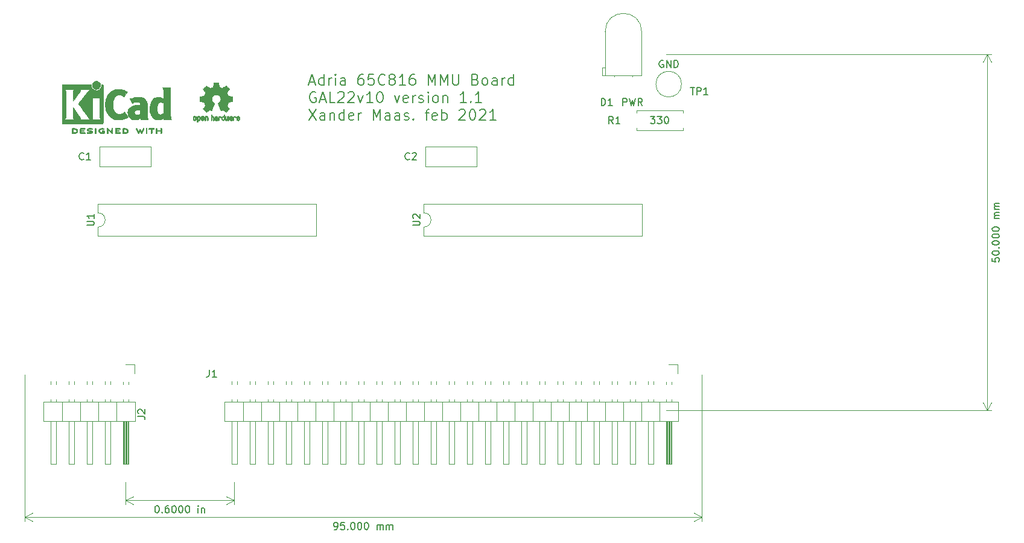
<source format=gbr>
%TF.GenerationSoftware,KiCad,Pcbnew,5.1.9*%
%TF.CreationDate,2021-02-01T10:02:44+01:00*%
%TF.ProjectId,MMU_2x22v10_v1.0,4d4d555f-3278-4323-9276-31305f76312e,1.1*%
%TF.SameCoordinates,Original*%
%TF.FileFunction,Legend,Top*%
%TF.FilePolarity,Positive*%
%FSLAX46Y46*%
G04 Gerber Fmt 4.6, Leading zero omitted, Abs format (unit mm)*
G04 Created by KiCad (PCBNEW 5.1.9) date 2021-02-01 10:02:44*
%MOMM*%
%LPD*%
G01*
G04 APERTURE LIST*
%ADD10C,0.150000*%
%ADD11C,0.120000*%
%ADD12C,0.200000*%
%ADD13C,0.010000*%
G04 APERTURE END LIST*
D10*
X111038095Y-125182380D02*
X111133333Y-125182380D01*
X111228571Y-125230000D01*
X111276190Y-125277619D01*
X111323809Y-125372857D01*
X111371428Y-125563333D01*
X111371428Y-125801428D01*
X111323809Y-125991904D01*
X111276190Y-126087142D01*
X111228571Y-126134761D01*
X111133333Y-126182380D01*
X111038095Y-126182380D01*
X110942857Y-126134761D01*
X110895238Y-126087142D01*
X110847619Y-125991904D01*
X110800000Y-125801428D01*
X110800000Y-125563333D01*
X110847619Y-125372857D01*
X110895238Y-125277619D01*
X110942857Y-125230000D01*
X111038095Y-125182380D01*
X111800000Y-126087142D02*
X111847619Y-126134761D01*
X111800000Y-126182380D01*
X111752380Y-126134761D01*
X111800000Y-126087142D01*
X111800000Y-126182380D01*
X112704761Y-125182380D02*
X112514285Y-125182380D01*
X112419047Y-125230000D01*
X112371428Y-125277619D01*
X112276190Y-125420476D01*
X112228571Y-125610952D01*
X112228571Y-125991904D01*
X112276190Y-126087142D01*
X112323809Y-126134761D01*
X112419047Y-126182380D01*
X112609523Y-126182380D01*
X112704761Y-126134761D01*
X112752380Y-126087142D01*
X112800000Y-125991904D01*
X112800000Y-125753809D01*
X112752380Y-125658571D01*
X112704761Y-125610952D01*
X112609523Y-125563333D01*
X112419047Y-125563333D01*
X112323809Y-125610952D01*
X112276190Y-125658571D01*
X112228571Y-125753809D01*
X113419047Y-125182380D02*
X113514285Y-125182380D01*
X113609523Y-125230000D01*
X113657142Y-125277619D01*
X113704761Y-125372857D01*
X113752380Y-125563333D01*
X113752380Y-125801428D01*
X113704761Y-125991904D01*
X113657142Y-126087142D01*
X113609523Y-126134761D01*
X113514285Y-126182380D01*
X113419047Y-126182380D01*
X113323809Y-126134761D01*
X113276190Y-126087142D01*
X113228571Y-125991904D01*
X113180952Y-125801428D01*
X113180952Y-125563333D01*
X113228571Y-125372857D01*
X113276190Y-125277619D01*
X113323809Y-125230000D01*
X113419047Y-125182380D01*
X114371428Y-125182380D02*
X114466666Y-125182380D01*
X114561904Y-125230000D01*
X114609523Y-125277619D01*
X114657142Y-125372857D01*
X114704761Y-125563333D01*
X114704761Y-125801428D01*
X114657142Y-125991904D01*
X114609523Y-126087142D01*
X114561904Y-126134761D01*
X114466666Y-126182380D01*
X114371428Y-126182380D01*
X114276190Y-126134761D01*
X114228571Y-126087142D01*
X114180952Y-125991904D01*
X114133333Y-125801428D01*
X114133333Y-125563333D01*
X114180952Y-125372857D01*
X114228571Y-125277619D01*
X114276190Y-125230000D01*
X114371428Y-125182380D01*
X115323809Y-125182380D02*
X115419047Y-125182380D01*
X115514285Y-125230000D01*
X115561904Y-125277619D01*
X115609523Y-125372857D01*
X115657142Y-125563333D01*
X115657142Y-125801428D01*
X115609523Y-125991904D01*
X115561904Y-126087142D01*
X115514285Y-126134761D01*
X115419047Y-126182380D01*
X115323809Y-126182380D01*
X115228571Y-126134761D01*
X115180952Y-126087142D01*
X115133333Y-125991904D01*
X115085714Y-125801428D01*
X115085714Y-125563333D01*
X115133333Y-125372857D01*
X115180952Y-125277619D01*
X115228571Y-125230000D01*
X115323809Y-125182380D01*
X116847619Y-126182380D02*
X116847619Y-125515714D01*
X116847619Y-125182380D02*
X116800000Y-125230000D01*
X116847619Y-125277619D01*
X116895238Y-125230000D01*
X116847619Y-125182380D01*
X116847619Y-125277619D01*
X117323809Y-125515714D02*
X117323809Y-126182380D01*
X117323809Y-125610952D02*
X117371428Y-125563333D01*
X117466666Y-125515714D01*
X117609523Y-125515714D01*
X117704761Y-125563333D01*
X117752380Y-125658571D01*
X117752380Y-126182380D01*
D11*
X106680000Y-124460000D02*
X121920000Y-124460000D01*
X106680000Y-121920000D02*
X106680000Y-125046421D01*
X121920000Y-121920000D02*
X121920000Y-125046421D01*
X121920000Y-124460000D02*
X120793496Y-125046421D01*
X121920000Y-124460000D02*
X120793496Y-123873579D01*
X106680000Y-124460000D02*
X107806504Y-125046421D01*
X106680000Y-124460000D02*
X107806504Y-123873579D01*
D12*
X132495714Y-65745000D02*
X133210000Y-65745000D01*
X132352857Y-66173571D02*
X132852857Y-64673571D01*
X133352857Y-66173571D01*
X134495714Y-66173571D02*
X134495714Y-64673571D01*
X134495714Y-66102142D02*
X134352857Y-66173571D01*
X134067142Y-66173571D01*
X133924285Y-66102142D01*
X133852857Y-66030714D01*
X133781428Y-65887857D01*
X133781428Y-65459285D01*
X133852857Y-65316428D01*
X133924285Y-65245000D01*
X134067142Y-65173571D01*
X134352857Y-65173571D01*
X134495714Y-65245000D01*
X135210000Y-66173571D02*
X135210000Y-65173571D01*
X135210000Y-65459285D02*
X135281428Y-65316428D01*
X135352857Y-65245000D01*
X135495714Y-65173571D01*
X135638571Y-65173571D01*
X136138571Y-66173571D02*
X136138571Y-65173571D01*
X136138571Y-64673571D02*
X136067142Y-64745000D01*
X136138571Y-64816428D01*
X136210000Y-64745000D01*
X136138571Y-64673571D01*
X136138571Y-64816428D01*
X137495714Y-66173571D02*
X137495714Y-65387857D01*
X137424285Y-65245000D01*
X137281428Y-65173571D01*
X136995714Y-65173571D01*
X136852857Y-65245000D01*
X137495714Y-66102142D02*
X137352857Y-66173571D01*
X136995714Y-66173571D01*
X136852857Y-66102142D01*
X136781428Y-65959285D01*
X136781428Y-65816428D01*
X136852857Y-65673571D01*
X136995714Y-65602142D01*
X137352857Y-65602142D01*
X137495714Y-65530714D01*
X139995714Y-64673571D02*
X139710000Y-64673571D01*
X139567142Y-64745000D01*
X139495714Y-64816428D01*
X139352857Y-65030714D01*
X139281428Y-65316428D01*
X139281428Y-65887857D01*
X139352857Y-66030714D01*
X139424285Y-66102142D01*
X139567142Y-66173571D01*
X139852857Y-66173571D01*
X139995714Y-66102142D01*
X140067142Y-66030714D01*
X140138571Y-65887857D01*
X140138571Y-65530714D01*
X140067142Y-65387857D01*
X139995714Y-65316428D01*
X139852857Y-65245000D01*
X139567142Y-65245000D01*
X139424285Y-65316428D01*
X139352857Y-65387857D01*
X139281428Y-65530714D01*
X141495714Y-64673571D02*
X140781428Y-64673571D01*
X140710000Y-65387857D01*
X140781428Y-65316428D01*
X140924285Y-65245000D01*
X141281428Y-65245000D01*
X141424285Y-65316428D01*
X141495714Y-65387857D01*
X141567142Y-65530714D01*
X141567142Y-65887857D01*
X141495714Y-66030714D01*
X141424285Y-66102142D01*
X141281428Y-66173571D01*
X140924285Y-66173571D01*
X140781428Y-66102142D01*
X140710000Y-66030714D01*
X143067142Y-66030714D02*
X142995714Y-66102142D01*
X142781428Y-66173571D01*
X142638571Y-66173571D01*
X142424285Y-66102142D01*
X142281428Y-65959285D01*
X142210000Y-65816428D01*
X142138571Y-65530714D01*
X142138571Y-65316428D01*
X142210000Y-65030714D01*
X142281428Y-64887857D01*
X142424285Y-64745000D01*
X142638571Y-64673571D01*
X142781428Y-64673571D01*
X142995714Y-64745000D01*
X143067142Y-64816428D01*
X143924285Y-65316428D02*
X143781428Y-65245000D01*
X143710000Y-65173571D01*
X143638571Y-65030714D01*
X143638571Y-64959285D01*
X143710000Y-64816428D01*
X143781428Y-64745000D01*
X143924285Y-64673571D01*
X144210000Y-64673571D01*
X144352857Y-64745000D01*
X144424285Y-64816428D01*
X144495714Y-64959285D01*
X144495714Y-65030714D01*
X144424285Y-65173571D01*
X144352857Y-65245000D01*
X144210000Y-65316428D01*
X143924285Y-65316428D01*
X143781428Y-65387857D01*
X143710000Y-65459285D01*
X143638571Y-65602142D01*
X143638571Y-65887857D01*
X143710000Y-66030714D01*
X143781428Y-66102142D01*
X143924285Y-66173571D01*
X144210000Y-66173571D01*
X144352857Y-66102142D01*
X144424285Y-66030714D01*
X144495714Y-65887857D01*
X144495714Y-65602142D01*
X144424285Y-65459285D01*
X144352857Y-65387857D01*
X144210000Y-65316428D01*
X145924285Y-66173571D02*
X145067142Y-66173571D01*
X145495714Y-66173571D02*
X145495714Y-64673571D01*
X145352857Y-64887857D01*
X145210000Y-65030714D01*
X145067142Y-65102142D01*
X147210000Y-64673571D02*
X146924285Y-64673571D01*
X146781428Y-64745000D01*
X146710000Y-64816428D01*
X146567142Y-65030714D01*
X146495714Y-65316428D01*
X146495714Y-65887857D01*
X146567142Y-66030714D01*
X146638571Y-66102142D01*
X146781428Y-66173571D01*
X147067142Y-66173571D01*
X147210000Y-66102142D01*
X147281428Y-66030714D01*
X147352857Y-65887857D01*
X147352857Y-65530714D01*
X147281428Y-65387857D01*
X147210000Y-65316428D01*
X147067142Y-65245000D01*
X146781428Y-65245000D01*
X146638571Y-65316428D01*
X146567142Y-65387857D01*
X146495714Y-65530714D01*
X149138571Y-66173571D02*
X149138571Y-64673571D01*
X149638571Y-65745000D01*
X150138571Y-64673571D01*
X150138571Y-66173571D01*
X150852857Y-66173571D02*
X150852857Y-64673571D01*
X151352857Y-65745000D01*
X151852857Y-64673571D01*
X151852857Y-66173571D01*
X152567142Y-64673571D02*
X152567142Y-65887857D01*
X152638571Y-66030714D01*
X152710000Y-66102142D01*
X152852857Y-66173571D01*
X153138571Y-66173571D01*
X153281428Y-66102142D01*
X153352857Y-66030714D01*
X153424285Y-65887857D01*
X153424285Y-64673571D01*
X155781428Y-65387857D02*
X155995714Y-65459285D01*
X156067142Y-65530714D01*
X156138571Y-65673571D01*
X156138571Y-65887857D01*
X156067142Y-66030714D01*
X155995714Y-66102142D01*
X155852857Y-66173571D01*
X155281428Y-66173571D01*
X155281428Y-64673571D01*
X155781428Y-64673571D01*
X155924285Y-64745000D01*
X155995714Y-64816428D01*
X156067142Y-64959285D01*
X156067142Y-65102142D01*
X155995714Y-65245000D01*
X155924285Y-65316428D01*
X155781428Y-65387857D01*
X155281428Y-65387857D01*
X156995714Y-66173571D02*
X156852857Y-66102142D01*
X156781428Y-66030714D01*
X156710000Y-65887857D01*
X156710000Y-65459285D01*
X156781428Y-65316428D01*
X156852857Y-65245000D01*
X156995714Y-65173571D01*
X157210000Y-65173571D01*
X157352857Y-65245000D01*
X157424285Y-65316428D01*
X157495714Y-65459285D01*
X157495714Y-65887857D01*
X157424285Y-66030714D01*
X157352857Y-66102142D01*
X157210000Y-66173571D01*
X156995714Y-66173571D01*
X158781428Y-66173571D02*
X158781428Y-65387857D01*
X158710000Y-65245000D01*
X158567142Y-65173571D01*
X158281428Y-65173571D01*
X158138571Y-65245000D01*
X158781428Y-66102142D02*
X158638571Y-66173571D01*
X158281428Y-66173571D01*
X158138571Y-66102142D01*
X158067142Y-65959285D01*
X158067142Y-65816428D01*
X158138571Y-65673571D01*
X158281428Y-65602142D01*
X158638571Y-65602142D01*
X158781428Y-65530714D01*
X159495714Y-66173571D02*
X159495714Y-65173571D01*
X159495714Y-65459285D02*
X159567142Y-65316428D01*
X159638571Y-65245000D01*
X159781428Y-65173571D01*
X159924285Y-65173571D01*
X161067142Y-66173571D02*
X161067142Y-64673571D01*
X161067142Y-66102142D02*
X160924285Y-66173571D01*
X160638571Y-66173571D01*
X160495714Y-66102142D01*
X160424285Y-66030714D01*
X160352857Y-65887857D01*
X160352857Y-65459285D01*
X160424285Y-65316428D01*
X160495714Y-65245000D01*
X160638571Y-65173571D01*
X160924285Y-65173571D01*
X161067142Y-65245000D01*
X133352857Y-67195000D02*
X133210000Y-67123571D01*
X132995714Y-67123571D01*
X132781428Y-67195000D01*
X132638571Y-67337857D01*
X132567142Y-67480714D01*
X132495714Y-67766428D01*
X132495714Y-67980714D01*
X132567142Y-68266428D01*
X132638571Y-68409285D01*
X132781428Y-68552142D01*
X132995714Y-68623571D01*
X133138571Y-68623571D01*
X133352857Y-68552142D01*
X133424285Y-68480714D01*
X133424285Y-67980714D01*
X133138571Y-67980714D01*
X133995714Y-68195000D02*
X134710000Y-68195000D01*
X133852857Y-68623571D02*
X134352857Y-67123571D01*
X134852857Y-68623571D01*
X136067142Y-68623571D02*
X135352857Y-68623571D01*
X135352857Y-67123571D01*
X136495714Y-67266428D02*
X136567142Y-67195000D01*
X136710000Y-67123571D01*
X137067142Y-67123571D01*
X137210000Y-67195000D01*
X137281428Y-67266428D01*
X137352857Y-67409285D01*
X137352857Y-67552142D01*
X137281428Y-67766428D01*
X136424285Y-68623571D01*
X137352857Y-68623571D01*
X137924285Y-67266428D02*
X137995714Y-67195000D01*
X138138571Y-67123571D01*
X138495714Y-67123571D01*
X138638571Y-67195000D01*
X138710000Y-67266428D01*
X138781428Y-67409285D01*
X138781428Y-67552142D01*
X138710000Y-67766428D01*
X137852857Y-68623571D01*
X138781428Y-68623571D01*
X139281428Y-67623571D02*
X139638571Y-68623571D01*
X139995714Y-67623571D01*
X141352857Y-68623571D02*
X140495714Y-68623571D01*
X140924285Y-68623571D02*
X140924285Y-67123571D01*
X140781428Y-67337857D01*
X140638571Y-67480714D01*
X140495714Y-67552142D01*
X142281428Y-67123571D02*
X142424285Y-67123571D01*
X142567142Y-67195000D01*
X142638571Y-67266428D01*
X142710000Y-67409285D01*
X142781428Y-67695000D01*
X142781428Y-68052142D01*
X142710000Y-68337857D01*
X142638571Y-68480714D01*
X142567142Y-68552142D01*
X142424285Y-68623571D01*
X142281428Y-68623571D01*
X142138571Y-68552142D01*
X142067142Y-68480714D01*
X141995714Y-68337857D01*
X141924285Y-68052142D01*
X141924285Y-67695000D01*
X141995714Y-67409285D01*
X142067142Y-67266428D01*
X142138571Y-67195000D01*
X142281428Y-67123571D01*
X144424285Y-67623571D02*
X144781428Y-68623571D01*
X145138571Y-67623571D01*
X146281428Y-68552142D02*
X146138571Y-68623571D01*
X145852857Y-68623571D01*
X145710000Y-68552142D01*
X145638571Y-68409285D01*
X145638571Y-67837857D01*
X145710000Y-67695000D01*
X145852857Y-67623571D01*
X146138571Y-67623571D01*
X146281428Y-67695000D01*
X146352857Y-67837857D01*
X146352857Y-67980714D01*
X145638571Y-68123571D01*
X146995714Y-68623571D02*
X146995714Y-67623571D01*
X146995714Y-67909285D02*
X147067142Y-67766428D01*
X147138571Y-67695000D01*
X147281428Y-67623571D01*
X147424285Y-67623571D01*
X147852857Y-68552142D02*
X147995714Y-68623571D01*
X148281428Y-68623571D01*
X148424285Y-68552142D01*
X148495714Y-68409285D01*
X148495714Y-68337857D01*
X148424285Y-68195000D01*
X148281428Y-68123571D01*
X148067142Y-68123571D01*
X147924285Y-68052142D01*
X147852857Y-67909285D01*
X147852857Y-67837857D01*
X147924285Y-67695000D01*
X148067142Y-67623571D01*
X148281428Y-67623571D01*
X148424285Y-67695000D01*
X149138571Y-68623571D02*
X149138571Y-67623571D01*
X149138571Y-67123571D02*
X149067142Y-67195000D01*
X149138571Y-67266428D01*
X149210000Y-67195000D01*
X149138571Y-67123571D01*
X149138571Y-67266428D01*
X150067142Y-68623571D02*
X149924285Y-68552142D01*
X149852857Y-68480714D01*
X149781428Y-68337857D01*
X149781428Y-67909285D01*
X149852857Y-67766428D01*
X149924285Y-67695000D01*
X150067142Y-67623571D01*
X150281428Y-67623571D01*
X150424285Y-67695000D01*
X150495714Y-67766428D01*
X150567142Y-67909285D01*
X150567142Y-68337857D01*
X150495714Y-68480714D01*
X150424285Y-68552142D01*
X150281428Y-68623571D01*
X150067142Y-68623571D01*
X151210000Y-67623571D02*
X151210000Y-68623571D01*
X151210000Y-67766428D02*
X151281428Y-67695000D01*
X151424285Y-67623571D01*
X151638571Y-67623571D01*
X151781428Y-67695000D01*
X151852857Y-67837857D01*
X151852857Y-68623571D01*
X154495714Y-68623571D02*
X153638571Y-68623571D01*
X154067142Y-68623571D02*
X154067142Y-67123571D01*
X153924285Y-67337857D01*
X153781428Y-67480714D01*
X153638571Y-67552142D01*
X155138571Y-68480714D02*
X155210000Y-68552142D01*
X155138571Y-68623571D01*
X155067142Y-68552142D01*
X155138571Y-68480714D01*
X155138571Y-68623571D01*
X156638571Y-68623571D02*
X155781428Y-68623571D01*
X156210000Y-68623571D02*
X156210000Y-67123571D01*
X156067142Y-67337857D01*
X155924285Y-67480714D01*
X155781428Y-67552142D01*
X132424285Y-69573571D02*
X133424285Y-71073571D01*
X133424285Y-69573571D02*
X132424285Y-71073571D01*
X134638571Y-71073571D02*
X134638571Y-70287857D01*
X134567142Y-70145000D01*
X134424285Y-70073571D01*
X134138571Y-70073571D01*
X133995714Y-70145000D01*
X134638571Y-71002142D02*
X134495714Y-71073571D01*
X134138571Y-71073571D01*
X133995714Y-71002142D01*
X133924285Y-70859285D01*
X133924285Y-70716428D01*
X133995714Y-70573571D01*
X134138571Y-70502142D01*
X134495714Y-70502142D01*
X134638571Y-70430714D01*
X135352857Y-70073571D02*
X135352857Y-71073571D01*
X135352857Y-70216428D02*
X135424285Y-70145000D01*
X135567142Y-70073571D01*
X135781428Y-70073571D01*
X135924285Y-70145000D01*
X135995714Y-70287857D01*
X135995714Y-71073571D01*
X137352857Y-71073571D02*
X137352857Y-69573571D01*
X137352857Y-71002142D02*
X137210000Y-71073571D01*
X136924285Y-71073571D01*
X136781428Y-71002142D01*
X136710000Y-70930714D01*
X136638571Y-70787857D01*
X136638571Y-70359285D01*
X136710000Y-70216428D01*
X136781428Y-70145000D01*
X136924285Y-70073571D01*
X137210000Y-70073571D01*
X137352857Y-70145000D01*
X138638571Y-71002142D02*
X138495714Y-71073571D01*
X138210000Y-71073571D01*
X138067142Y-71002142D01*
X137995714Y-70859285D01*
X137995714Y-70287857D01*
X138067142Y-70145000D01*
X138210000Y-70073571D01*
X138495714Y-70073571D01*
X138638571Y-70145000D01*
X138710000Y-70287857D01*
X138710000Y-70430714D01*
X137995714Y-70573571D01*
X139352857Y-71073571D02*
X139352857Y-70073571D01*
X139352857Y-70359285D02*
X139424285Y-70216428D01*
X139495714Y-70145000D01*
X139638571Y-70073571D01*
X139781428Y-70073571D01*
X141424285Y-71073571D02*
X141424285Y-69573571D01*
X141924285Y-70645000D01*
X142424285Y-69573571D01*
X142424285Y-71073571D01*
X143781428Y-71073571D02*
X143781428Y-70287857D01*
X143710000Y-70145000D01*
X143567142Y-70073571D01*
X143281428Y-70073571D01*
X143138571Y-70145000D01*
X143781428Y-71002142D02*
X143638571Y-71073571D01*
X143281428Y-71073571D01*
X143138571Y-71002142D01*
X143067142Y-70859285D01*
X143067142Y-70716428D01*
X143138571Y-70573571D01*
X143281428Y-70502142D01*
X143638571Y-70502142D01*
X143781428Y-70430714D01*
X145138571Y-71073571D02*
X145138571Y-70287857D01*
X145067142Y-70145000D01*
X144924285Y-70073571D01*
X144638571Y-70073571D01*
X144495714Y-70145000D01*
X145138571Y-71002142D02*
X144995714Y-71073571D01*
X144638571Y-71073571D01*
X144495714Y-71002142D01*
X144424285Y-70859285D01*
X144424285Y-70716428D01*
X144495714Y-70573571D01*
X144638571Y-70502142D01*
X144995714Y-70502142D01*
X145138571Y-70430714D01*
X145781428Y-71002142D02*
X145924285Y-71073571D01*
X146210000Y-71073571D01*
X146352857Y-71002142D01*
X146424285Y-70859285D01*
X146424285Y-70787857D01*
X146352857Y-70645000D01*
X146210000Y-70573571D01*
X145995714Y-70573571D01*
X145852857Y-70502142D01*
X145781428Y-70359285D01*
X145781428Y-70287857D01*
X145852857Y-70145000D01*
X145995714Y-70073571D01*
X146210000Y-70073571D01*
X146352857Y-70145000D01*
X147067142Y-70930714D02*
X147138571Y-71002142D01*
X147067142Y-71073571D01*
X146995714Y-71002142D01*
X147067142Y-70930714D01*
X147067142Y-71073571D01*
X148710000Y-70073571D02*
X149281428Y-70073571D01*
X148924285Y-71073571D02*
X148924285Y-69787857D01*
X148995714Y-69645000D01*
X149138571Y-69573571D01*
X149281428Y-69573571D01*
X150352857Y-71002142D02*
X150210000Y-71073571D01*
X149924285Y-71073571D01*
X149781428Y-71002142D01*
X149710000Y-70859285D01*
X149710000Y-70287857D01*
X149781428Y-70145000D01*
X149924285Y-70073571D01*
X150210000Y-70073571D01*
X150352857Y-70145000D01*
X150424285Y-70287857D01*
X150424285Y-70430714D01*
X149710000Y-70573571D01*
X151067142Y-71073571D02*
X151067142Y-69573571D01*
X151067142Y-70145000D02*
X151210000Y-70073571D01*
X151495714Y-70073571D01*
X151638571Y-70145000D01*
X151710000Y-70216428D01*
X151781428Y-70359285D01*
X151781428Y-70787857D01*
X151710000Y-70930714D01*
X151638571Y-71002142D01*
X151495714Y-71073571D01*
X151210000Y-71073571D01*
X151067142Y-71002142D01*
X153495714Y-69716428D02*
X153567142Y-69645000D01*
X153710000Y-69573571D01*
X154067142Y-69573571D01*
X154210000Y-69645000D01*
X154281428Y-69716428D01*
X154352857Y-69859285D01*
X154352857Y-70002142D01*
X154281428Y-70216428D01*
X153424285Y-71073571D01*
X154352857Y-71073571D01*
X155281428Y-69573571D02*
X155424285Y-69573571D01*
X155567142Y-69645000D01*
X155638571Y-69716428D01*
X155710000Y-69859285D01*
X155781428Y-70145000D01*
X155781428Y-70502142D01*
X155710000Y-70787857D01*
X155638571Y-70930714D01*
X155567142Y-71002142D01*
X155424285Y-71073571D01*
X155281428Y-71073571D01*
X155138571Y-71002142D01*
X155067142Y-70930714D01*
X154995714Y-70787857D01*
X154924285Y-70502142D01*
X154924285Y-70145000D01*
X154995714Y-69859285D01*
X155067142Y-69716428D01*
X155138571Y-69645000D01*
X155281428Y-69573571D01*
X156352857Y-69716428D02*
X156424285Y-69645000D01*
X156567142Y-69573571D01*
X156924285Y-69573571D01*
X157067142Y-69645000D01*
X157138571Y-69716428D01*
X157210000Y-69859285D01*
X157210000Y-70002142D01*
X157138571Y-70216428D01*
X156281428Y-71073571D01*
X157210000Y-71073571D01*
X158638571Y-71073571D02*
X157781428Y-71073571D01*
X158210000Y-71073571D02*
X158210000Y-69573571D01*
X158067142Y-69787857D01*
X157924285Y-69930714D01*
X157781428Y-70002142D01*
D10*
X228262380Y-90439047D02*
X228262380Y-90915238D01*
X228738571Y-90962857D01*
X228690952Y-90915238D01*
X228643333Y-90820000D01*
X228643333Y-90581904D01*
X228690952Y-90486666D01*
X228738571Y-90439047D01*
X228833809Y-90391428D01*
X229071904Y-90391428D01*
X229167142Y-90439047D01*
X229214761Y-90486666D01*
X229262380Y-90581904D01*
X229262380Y-90820000D01*
X229214761Y-90915238D01*
X229167142Y-90962857D01*
X228262380Y-89772380D02*
X228262380Y-89677142D01*
X228310000Y-89581904D01*
X228357619Y-89534285D01*
X228452857Y-89486666D01*
X228643333Y-89439047D01*
X228881428Y-89439047D01*
X229071904Y-89486666D01*
X229167142Y-89534285D01*
X229214761Y-89581904D01*
X229262380Y-89677142D01*
X229262380Y-89772380D01*
X229214761Y-89867619D01*
X229167142Y-89915238D01*
X229071904Y-89962857D01*
X228881428Y-90010476D01*
X228643333Y-90010476D01*
X228452857Y-89962857D01*
X228357619Y-89915238D01*
X228310000Y-89867619D01*
X228262380Y-89772380D01*
X229167142Y-89010476D02*
X229214761Y-88962857D01*
X229262380Y-89010476D01*
X229214761Y-89058095D01*
X229167142Y-89010476D01*
X229262380Y-89010476D01*
X228262380Y-88343809D02*
X228262380Y-88248571D01*
X228310000Y-88153333D01*
X228357619Y-88105714D01*
X228452857Y-88058095D01*
X228643333Y-88010476D01*
X228881428Y-88010476D01*
X229071904Y-88058095D01*
X229167142Y-88105714D01*
X229214761Y-88153333D01*
X229262380Y-88248571D01*
X229262380Y-88343809D01*
X229214761Y-88439047D01*
X229167142Y-88486666D01*
X229071904Y-88534285D01*
X228881428Y-88581904D01*
X228643333Y-88581904D01*
X228452857Y-88534285D01*
X228357619Y-88486666D01*
X228310000Y-88439047D01*
X228262380Y-88343809D01*
X228262380Y-87391428D02*
X228262380Y-87296190D01*
X228310000Y-87200952D01*
X228357619Y-87153333D01*
X228452857Y-87105714D01*
X228643333Y-87058095D01*
X228881428Y-87058095D01*
X229071904Y-87105714D01*
X229167142Y-87153333D01*
X229214761Y-87200952D01*
X229262380Y-87296190D01*
X229262380Y-87391428D01*
X229214761Y-87486666D01*
X229167142Y-87534285D01*
X229071904Y-87581904D01*
X228881428Y-87629523D01*
X228643333Y-87629523D01*
X228452857Y-87581904D01*
X228357619Y-87534285D01*
X228310000Y-87486666D01*
X228262380Y-87391428D01*
X228262380Y-86439047D02*
X228262380Y-86343809D01*
X228310000Y-86248571D01*
X228357619Y-86200952D01*
X228452857Y-86153333D01*
X228643333Y-86105714D01*
X228881428Y-86105714D01*
X229071904Y-86153333D01*
X229167142Y-86200952D01*
X229214761Y-86248571D01*
X229262380Y-86343809D01*
X229262380Y-86439047D01*
X229214761Y-86534285D01*
X229167142Y-86581904D01*
X229071904Y-86629523D01*
X228881428Y-86677142D01*
X228643333Y-86677142D01*
X228452857Y-86629523D01*
X228357619Y-86581904D01*
X228310000Y-86534285D01*
X228262380Y-86439047D01*
X229262380Y-84915238D02*
X228595714Y-84915238D01*
X228690952Y-84915238D02*
X228643333Y-84867619D01*
X228595714Y-84772380D01*
X228595714Y-84629523D01*
X228643333Y-84534285D01*
X228738571Y-84486666D01*
X229262380Y-84486666D01*
X228738571Y-84486666D02*
X228643333Y-84439047D01*
X228595714Y-84343809D01*
X228595714Y-84200952D01*
X228643333Y-84105714D01*
X228738571Y-84058095D01*
X229262380Y-84058095D01*
X229262380Y-83581904D02*
X228595714Y-83581904D01*
X228690952Y-83581904D02*
X228643333Y-83534285D01*
X228595714Y-83439047D01*
X228595714Y-83296190D01*
X228643333Y-83200952D01*
X228738571Y-83153333D01*
X229262380Y-83153333D01*
X228738571Y-83153333D02*
X228643333Y-83105714D01*
X228595714Y-83010476D01*
X228595714Y-82867619D01*
X228643333Y-82772380D01*
X228738571Y-82724761D01*
X229262380Y-82724761D01*
D11*
X227540000Y-111820000D02*
X227540000Y-61820000D01*
X182540000Y-111820000D02*
X228126421Y-111820000D01*
X182540000Y-61820000D02*
X228126421Y-61820000D01*
X227540000Y-61820000D02*
X228126421Y-62946504D01*
X227540000Y-61820000D02*
X226953579Y-62946504D01*
X227540000Y-111820000D02*
X228126421Y-110693496D01*
X227540000Y-111820000D02*
X226953579Y-110693496D01*
D10*
X135992380Y-128542380D02*
X136182857Y-128542380D01*
X136278095Y-128494761D01*
X136325714Y-128447142D01*
X136420952Y-128304285D01*
X136468571Y-128113809D01*
X136468571Y-127732857D01*
X136420952Y-127637619D01*
X136373333Y-127590000D01*
X136278095Y-127542380D01*
X136087619Y-127542380D01*
X135992380Y-127590000D01*
X135944761Y-127637619D01*
X135897142Y-127732857D01*
X135897142Y-127970952D01*
X135944761Y-128066190D01*
X135992380Y-128113809D01*
X136087619Y-128161428D01*
X136278095Y-128161428D01*
X136373333Y-128113809D01*
X136420952Y-128066190D01*
X136468571Y-127970952D01*
X137373333Y-127542380D02*
X136897142Y-127542380D01*
X136849523Y-128018571D01*
X136897142Y-127970952D01*
X136992380Y-127923333D01*
X137230476Y-127923333D01*
X137325714Y-127970952D01*
X137373333Y-128018571D01*
X137420952Y-128113809D01*
X137420952Y-128351904D01*
X137373333Y-128447142D01*
X137325714Y-128494761D01*
X137230476Y-128542380D01*
X136992380Y-128542380D01*
X136897142Y-128494761D01*
X136849523Y-128447142D01*
X137849523Y-128447142D02*
X137897142Y-128494761D01*
X137849523Y-128542380D01*
X137801904Y-128494761D01*
X137849523Y-128447142D01*
X137849523Y-128542380D01*
X138516190Y-127542380D02*
X138611428Y-127542380D01*
X138706666Y-127590000D01*
X138754285Y-127637619D01*
X138801904Y-127732857D01*
X138849523Y-127923333D01*
X138849523Y-128161428D01*
X138801904Y-128351904D01*
X138754285Y-128447142D01*
X138706666Y-128494761D01*
X138611428Y-128542380D01*
X138516190Y-128542380D01*
X138420952Y-128494761D01*
X138373333Y-128447142D01*
X138325714Y-128351904D01*
X138278095Y-128161428D01*
X138278095Y-127923333D01*
X138325714Y-127732857D01*
X138373333Y-127637619D01*
X138420952Y-127590000D01*
X138516190Y-127542380D01*
X139468571Y-127542380D02*
X139563809Y-127542380D01*
X139659047Y-127590000D01*
X139706666Y-127637619D01*
X139754285Y-127732857D01*
X139801904Y-127923333D01*
X139801904Y-128161428D01*
X139754285Y-128351904D01*
X139706666Y-128447142D01*
X139659047Y-128494761D01*
X139563809Y-128542380D01*
X139468571Y-128542380D01*
X139373333Y-128494761D01*
X139325714Y-128447142D01*
X139278095Y-128351904D01*
X139230476Y-128161428D01*
X139230476Y-127923333D01*
X139278095Y-127732857D01*
X139325714Y-127637619D01*
X139373333Y-127590000D01*
X139468571Y-127542380D01*
X140420952Y-127542380D02*
X140516190Y-127542380D01*
X140611428Y-127590000D01*
X140659047Y-127637619D01*
X140706666Y-127732857D01*
X140754285Y-127923333D01*
X140754285Y-128161428D01*
X140706666Y-128351904D01*
X140659047Y-128447142D01*
X140611428Y-128494761D01*
X140516190Y-128542380D01*
X140420952Y-128542380D01*
X140325714Y-128494761D01*
X140278095Y-128447142D01*
X140230476Y-128351904D01*
X140182857Y-128161428D01*
X140182857Y-127923333D01*
X140230476Y-127732857D01*
X140278095Y-127637619D01*
X140325714Y-127590000D01*
X140420952Y-127542380D01*
X141944761Y-128542380D02*
X141944761Y-127875714D01*
X141944761Y-127970952D02*
X141992380Y-127923333D01*
X142087619Y-127875714D01*
X142230476Y-127875714D01*
X142325714Y-127923333D01*
X142373333Y-128018571D01*
X142373333Y-128542380D01*
X142373333Y-128018571D02*
X142420952Y-127923333D01*
X142516190Y-127875714D01*
X142659047Y-127875714D01*
X142754285Y-127923333D01*
X142801904Y-128018571D01*
X142801904Y-128542380D01*
X143278095Y-128542380D02*
X143278095Y-127875714D01*
X143278095Y-127970952D02*
X143325714Y-127923333D01*
X143420952Y-127875714D01*
X143563809Y-127875714D01*
X143659047Y-127923333D01*
X143706666Y-128018571D01*
X143706666Y-128542380D01*
X143706666Y-128018571D02*
X143754285Y-127923333D01*
X143849523Y-127875714D01*
X143992380Y-127875714D01*
X144087619Y-127923333D01*
X144135238Y-128018571D01*
X144135238Y-128542380D01*
D11*
X92540000Y-126820000D02*
X187540000Y-126820000D01*
X92540000Y-106820000D02*
X92540000Y-127406421D01*
X187540000Y-106820000D02*
X187540000Y-127406421D01*
X187540000Y-126820000D02*
X186413496Y-127406421D01*
X187540000Y-126820000D02*
X186413496Y-126233579D01*
X92540000Y-126820000D02*
X93666504Y-127406421D01*
X92540000Y-126820000D02*
X93666504Y-126233579D01*
%TO.C,U2*%
X148530000Y-86090000D02*
X148530000Y-87340000D01*
X148530000Y-87340000D02*
X179130000Y-87340000D01*
X179130000Y-87340000D02*
X179130000Y-82840000D01*
X179130000Y-82840000D02*
X148530000Y-82840000D01*
X148530000Y-82840000D02*
X148530000Y-84090000D01*
X148530000Y-84090000D02*
G75*
G02*
X148530000Y-86090000I0J-1000000D01*
G01*
%TO.C,U1*%
X102810000Y-86090000D02*
X102810000Y-87340000D01*
X102810000Y-87340000D02*
X133410000Y-87340000D01*
X133410000Y-87340000D02*
X133410000Y-82840000D01*
X133410000Y-82840000D02*
X102810000Y-82840000D01*
X102810000Y-82840000D02*
X102810000Y-84090000D01*
X102810000Y-84090000D02*
G75*
G02*
X102810000Y-86090000I0J-1000000D01*
G01*
D13*
%TO.C,REF\u002A\u002A*%
G36*
X119483910Y-65822348D02*
G01*
X119562454Y-65822778D01*
X119619298Y-65823942D01*
X119658105Y-65826207D01*
X119682538Y-65829940D01*
X119696262Y-65835506D01*
X119702940Y-65843273D01*
X119706236Y-65853605D01*
X119706556Y-65854943D01*
X119711562Y-65879079D01*
X119720829Y-65926701D01*
X119733392Y-65992741D01*
X119748287Y-66072128D01*
X119764551Y-66159796D01*
X119765119Y-66162875D01*
X119781410Y-66248789D01*
X119796652Y-66324696D01*
X119809861Y-66386045D01*
X119820054Y-66428282D01*
X119826248Y-66446855D01*
X119826543Y-66447184D01*
X119844788Y-66456253D01*
X119882405Y-66471367D01*
X119931271Y-66489262D01*
X119931543Y-66489358D01*
X119993093Y-66512493D01*
X120065657Y-66541965D01*
X120134057Y-66571597D01*
X120137294Y-66573062D01*
X120248702Y-66623626D01*
X120495399Y-66455160D01*
X120571077Y-66403803D01*
X120639631Y-66357889D01*
X120697088Y-66320030D01*
X120739476Y-66292837D01*
X120762825Y-66278921D01*
X120765042Y-66277889D01*
X120782010Y-66282484D01*
X120813701Y-66304655D01*
X120861352Y-66345447D01*
X120926198Y-66405905D01*
X120992397Y-66470227D01*
X121056214Y-66533612D01*
X121113329Y-66591451D01*
X121160305Y-66640175D01*
X121193703Y-66676210D01*
X121210085Y-66695984D01*
X121210694Y-66697002D01*
X121212505Y-66710572D01*
X121205683Y-66732733D01*
X121188540Y-66766478D01*
X121159393Y-66814800D01*
X121116555Y-66880692D01*
X121059448Y-66965517D01*
X121008766Y-67040177D01*
X120963461Y-67107140D01*
X120926150Y-67162516D01*
X120899452Y-67202420D01*
X120885985Y-67222962D01*
X120885137Y-67224356D01*
X120886781Y-67244038D01*
X120899245Y-67282293D01*
X120920048Y-67331889D01*
X120927462Y-67347728D01*
X120959814Y-67418290D01*
X120994328Y-67498353D01*
X121022365Y-67567629D01*
X121042568Y-67619045D01*
X121058615Y-67658119D01*
X121067888Y-67678541D01*
X121069041Y-67680114D01*
X121086096Y-67682721D01*
X121126298Y-67689863D01*
X121184302Y-67700523D01*
X121254763Y-67713685D01*
X121332335Y-67728333D01*
X121411672Y-67743449D01*
X121487431Y-67758018D01*
X121554264Y-67771022D01*
X121606828Y-67781445D01*
X121639776Y-67788270D01*
X121647857Y-67790199D01*
X121656205Y-67794962D01*
X121662506Y-67805718D01*
X121667045Y-67826098D01*
X121670104Y-67859734D01*
X121671967Y-67910255D01*
X121672918Y-67981292D01*
X121673240Y-68076476D01*
X121673257Y-68115492D01*
X121673257Y-68432799D01*
X121597057Y-68447839D01*
X121554663Y-68455995D01*
X121491400Y-68467899D01*
X121414962Y-68482116D01*
X121333043Y-68497210D01*
X121310400Y-68501355D01*
X121234806Y-68516053D01*
X121168953Y-68530505D01*
X121118366Y-68543375D01*
X121088574Y-68553322D01*
X121083612Y-68556287D01*
X121071426Y-68577283D01*
X121053953Y-68617967D01*
X121034577Y-68670322D01*
X121030734Y-68681600D01*
X121005339Y-68751523D01*
X120973817Y-68830418D01*
X120942969Y-68901266D01*
X120942817Y-68901595D01*
X120891447Y-69012733D01*
X121060399Y-69261253D01*
X121229352Y-69509772D01*
X121012429Y-69727058D01*
X120946819Y-69791726D01*
X120886979Y-69848733D01*
X120836267Y-69895033D01*
X120798046Y-69927584D01*
X120775675Y-69943343D01*
X120772466Y-69944343D01*
X120753626Y-69936469D01*
X120715180Y-69914578D01*
X120661330Y-69881267D01*
X120596276Y-69839131D01*
X120525940Y-69791943D01*
X120454555Y-69743810D01*
X120390908Y-69701928D01*
X120339041Y-69668871D01*
X120302995Y-69647218D01*
X120286867Y-69639543D01*
X120267189Y-69646037D01*
X120229875Y-69663150D01*
X120182621Y-69687326D01*
X120177612Y-69690013D01*
X120113977Y-69721927D01*
X120070341Y-69737579D01*
X120043202Y-69737745D01*
X120029057Y-69723204D01*
X120028975Y-69723000D01*
X120021905Y-69705779D01*
X120005042Y-69664899D01*
X119979695Y-69603525D01*
X119947171Y-69524819D01*
X119908778Y-69431947D01*
X119865822Y-69328072D01*
X119824222Y-69227502D01*
X119778504Y-69116516D01*
X119736526Y-69013703D01*
X119699548Y-68922215D01*
X119668827Y-68845201D01*
X119645622Y-68785815D01*
X119631190Y-68747209D01*
X119626743Y-68732800D01*
X119637896Y-68716272D01*
X119667069Y-68689930D01*
X119705971Y-68660887D01*
X119816757Y-68569039D01*
X119903351Y-68463759D01*
X119964716Y-68347266D01*
X119999815Y-68221776D01*
X120007608Y-68089507D01*
X120001943Y-68028457D01*
X119971078Y-67901795D01*
X119917920Y-67789941D01*
X119845767Y-67694001D01*
X119757917Y-67615076D01*
X119657665Y-67554270D01*
X119548310Y-67512687D01*
X119433147Y-67491428D01*
X119315475Y-67491599D01*
X119198590Y-67514301D01*
X119085789Y-67560638D01*
X118980369Y-67631713D01*
X118936368Y-67671911D01*
X118851979Y-67775129D01*
X118793222Y-67887925D01*
X118759704Y-68007010D01*
X118751035Y-68129095D01*
X118766823Y-68250893D01*
X118806678Y-68369116D01*
X118870207Y-68480475D01*
X118957021Y-68581684D01*
X119054029Y-68660887D01*
X119094437Y-68691162D01*
X119122982Y-68717219D01*
X119133257Y-68732825D01*
X119127877Y-68749843D01*
X119112575Y-68790500D01*
X119088612Y-68851642D01*
X119057244Y-68930119D01*
X119019732Y-69022780D01*
X118977333Y-69126472D01*
X118935663Y-69227526D01*
X118889690Y-69338607D01*
X118847107Y-69441541D01*
X118809221Y-69533165D01*
X118777340Y-69610316D01*
X118752771Y-69669831D01*
X118736820Y-69708544D01*
X118730910Y-69723000D01*
X118716948Y-69737685D01*
X118689940Y-69737642D01*
X118646413Y-69722099D01*
X118582890Y-69690284D01*
X118582388Y-69690013D01*
X118534560Y-69665323D01*
X118495897Y-69647338D01*
X118474095Y-69639614D01*
X118473133Y-69639543D01*
X118456721Y-69647378D01*
X118420487Y-69669165D01*
X118368474Y-69702328D01*
X118304725Y-69744291D01*
X118234060Y-69791943D01*
X118162116Y-69840191D01*
X118097274Y-69882151D01*
X118043735Y-69915227D01*
X118005697Y-69936821D01*
X117987533Y-69944343D01*
X117970808Y-69934457D01*
X117937180Y-69906826D01*
X117890010Y-69864495D01*
X117832658Y-69810505D01*
X117768484Y-69747899D01*
X117747497Y-69726983D01*
X117530499Y-69509623D01*
X117695668Y-69267220D01*
X117745864Y-69192781D01*
X117789919Y-69125972D01*
X117825362Y-69070665D01*
X117849719Y-69030729D01*
X117860522Y-69010036D01*
X117860838Y-69008563D01*
X117855143Y-68989058D01*
X117839826Y-68949822D01*
X117817537Y-68897430D01*
X117801893Y-68862355D01*
X117772641Y-68795201D01*
X117745094Y-68727358D01*
X117723737Y-68670034D01*
X117717935Y-68652572D01*
X117701452Y-68605938D01*
X117685340Y-68569905D01*
X117676490Y-68556287D01*
X117656960Y-68547952D01*
X117614334Y-68536137D01*
X117554145Y-68522181D01*
X117481922Y-68507422D01*
X117449600Y-68501355D01*
X117367522Y-68486273D01*
X117288795Y-68471669D01*
X117221109Y-68458980D01*
X117172160Y-68449642D01*
X117162943Y-68447839D01*
X117086743Y-68432799D01*
X117086743Y-68115492D01*
X117086914Y-68011154D01*
X117087616Y-67932213D01*
X117089134Y-67875038D01*
X117091749Y-67835999D01*
X117095746Y-67811465D01*
X117101409Y-67797805D01*
X117109020Y-67791389D01*
X117112143Y-67790199D01*
X117130978Y-67785980D01*
X117172588Y-67777562D01*
X117231630Y-67765961D01*
X117302757Y-67752195D01*
X117380625Y-67737280D01*
X117459887Y-67722232D01*
X117535198Y-67708069D01*
X117601213Y-67695806D01*
X117652587Y-67686461D01*
X117683975Y-67681050D01*
X117690959Y-67680114D01*
X117697285Y-67667596D01*
X117711290Y-67634246D01*
X117730355Y-67586377D01*
X117737634Y-67567629D01*
X117766996Y-67495195D01*
X117801571Y-67415170D01*
X117832537Y-67347728D01*
X117855323Y-67296159D01*
X117870482Y-67253785D01*
X117875542Y-67227834D01*
X117874736Y-67224356D01*
X117864041Y-67207936D01*
X117839620Y-67171417D01*
X117804095Y-67118687D01*
X117760087Y-67053635D01*
X117710217Y-66980151D01*
X117700356Y-66965645D01*
X117642492Y-66879704D01*
X117599956Y-66814261D01*
X117571054Y-66766304D01*
X117554090Y-66732820D01*
X117547367Y-66710795D01*
X117549190Y-66697217D01*
X117549236Y-66697131D01*
X117563586Y-66679297D01*
X117595323Y-66644817D01*
X117641010Y-66597268D01*
X117697204Y-66540222D01*
X117760468Y-66477255D01*
X117767602Y-66470227D01*
X117847330Y-66393020D01*
X117908857Y-66336330D01*
X117953421Y-66299110D01*
X117982257Y-66280315D01*
X117994958Y-66277889D01*
X118013494Y-66288471D01*
X118051961Y-66312916D01*
X118106386Y-66348612D01*
X118172798Y-66392947D01*
X118247225Y-66443311D01*
X118264601Y-66455160D01*
X118511297Y-66623626D01*
X118622706Y-66573062D01*
X118690457Y-66543595D01*
X118763183Y-66513959D01*
X118825703Y-66490330D01*
X118828457Y-66489358D01*
X118877360Y-66471457D01*
X118915057Y-66456320D01*
X118933425Y-66447210D01*
X118933456Y-66447184D01*
X118939285Y-66430717D01*
X118949192Y-66390219D01*
X118962195Y-66330242D01*
X118977309Y-66255340D01*
X118993552Y-66170064D01*
X118994881Y-66162875D01*
X119011175Y-66075014D01*
X119026133Y-65995260D01*
X119038791Y-65928681D01*
X119048186Y-65880347D01*
X119053354Y-65855325D01*
X119053444Y-65854943D01*
X119056589Y-65844299D01*
X119062704Y-65836262D01*
X119075453Y-65830467D01*
X119098500Y-65826547D01*
X119135509Y-65824135D01*
X119190144Y-65822865D01*
X119266067Y-65822371D01*
X119366944Y-65822286D01*
X119380000Y-65822286D01*
X119483910Y-65822348D01*
G37*
X119483910Y-65822348D02*
X119562454Y-65822778D01*
X119619298Y-65823942D01*
X119658105Y-65826207D01*
X119682538Y-65829940D01*
X119696262Y-65835506D01*
X119702940Y-65843273D01*
X119706236Y-65853605D01*
X119706556Y-65854943D01*
X119711562Y-65879079D01*
X119720829Y-65926701D01*
X119733392Y-65992741D01*
X119748287Y-66072128D01*
X119764551Y-66159796D01*
X119765119Y-66162875D01*
X119781410Y-66248789D01*
X119796652Y-66324696D01*
X119809861Y-66386045D01*
X119820054Y-66428282D01*
X119826248Y-66446855D01*
X119826543Y-66447184D01*
X119844788Y-66456253D01*
X119882405Y-66471367D01*
X119931271Y-66489262D01*
X119931543Y-66489358D01*
X119993093Y-66512493D01*
X120065657Y-66541965D01*
X120134057Y-66571597D01*
X120137294Y-66573062D01*
X120248702Y-66623626D01*
X120495399Y-66455160D01*
X120571077Y-66403803D01*
X120639631Y-66357889D01*
X120697088Y-66320030D01*
X120739476Y-66292837D01*
X120762825Y-66278921D01*
X120765042Y-66277889D01*
X120782010Y-66282484D01*
X120813701Y-66304655D01*
X120861352Y-66345447D01*
X120926198Y-66405905D01*
X120992397Y-66470227D01*
X121056214Y-66533612D01*
X121113329Y-66591451D01*
X121160305Y-66640175D01*
X121193703Y-66676210D01*
X121210085Y-66695984D01*
X121210694Y-66697002D01*
X121212505Y-66710572D01*
X121205683Y-66732733D01*
X121188540Y-66766478D01*
X121159393Y-66814800D01*
X121116555Y-66880692D01*
X121059448Y-66965517D01*
X121008766Y-67040177D01*
X120963461Y-67107140D01*
X120926150Y-67162516D01*
X120899452Y-67202420D01*
X120885985Y-67222962D01*
X120885137Y-67224356D01*
X120886781Y-67244038D01*
X120899245Y-67282293D01*
X120920048Y-67331889D01*
X120927462Y-67347728D01*
X120959814Y-67418290D01*
X120994328Y-67498353D01*
X121022365Y-67567629D01*
X121042568Y-67619045D01*
X121058615Y-67658119D01*
X121067888Y-67678541D01*
X121069041Y-67680114D01*
X121086096Y-67682721D01*
X121126298Y-67689863D01*
X121184302Y-67700523D01*
X121254763Y-67713685D01*
X121332335Y-67728333D01*
X121411672Y-67743449D01*
X121487431Y-67758018D01*
X121554264Y-67771022D01*
X121606828Y-67781445D01*
X121639776Y-67788270D01*
X121647857Y-67790199D01*
X121656205Y-67794962D01*
X121662506Y-67805718D01*
X121667045Y-67826098D01*
X121670104Y-67859734D01*
X121671967Y-67910255D01*
X121672918Y-67981292D01*
X121673240Y-68076476D01*
X121673257Y-68115492D01*
X121673257Y-68432799D01*
X121597057Y-68447839D01*
X121554663Y-68455995D01*
X121491400Y-68467899D01*
X121414962Y-68482116D01*
X121333043Y-68497210D01*
X121310400Y-68501355D01*
X121234806Y-68516053D01*
X121168953Y-68530505D01*
X121118366Y-68543375D01*
X121088574Y-68553322D01*
X121083612Y-68556287D01*
X121071426Y-68577283D01*
X121053953Y-68617967D01*
X121034577Y-68670322D01*
X121030734Y-68681600D01*
X121005339Y-68751523D01*
X120973817Y-68830418D01*
X120942969Y-68901266D01*
X120942817Y-68901595D01*
X120891447Y-69012733D01*
X121060399Y-69261253D01*
X121229352Y-69509772D01*
X121012429Y-69727058D01*
X120946819Y-69791726D01*
X120886979Y-69848733D01*
X120836267Y-69895033D01*
X120798046Y-69927584D01*
X120775675Y-69943343D01*
X120772466Y-69944343D01*
X120753626Y-69936469D01*
X120715180Y-69914578D01*
X120661330Y-69881267D01*
X120596276Y-69839131D01*
X120525940Y-69791943D01*
X120454555Y-69743810D01*
X120390908Y-69701928D01*
X120339041Y-69668871D01*
X120302995Y-69647218D01*
X120286867Y-69639543D01*
X120267189Y-69646037D01*
X120229875Y-69663150D01*
X120182621Y-69687326D01*
X120177612Y-69690013D01*
X120113977Y-69721927D01*
X120070341Y-69737579D01*
X120043202Y-69737745D01*
X120029057Y-69723204D01*
X120028975Y-69723000D01*
X120021905Y-69705779D01*
X120005042Y-69664899D01*
X119979695Y-69603525D01*
X119947171Y-69524819D01*
X119908778Y-69431947D01*
X119865822Y-69328072D01*
X119824222Y-69227502D01*
X119778504Y-69116516D01*
X119736526Y-69013703D01*
X119699548Y-68922215D01*
X119668827Y-68845201D01*
X119645622Y-68785815D01*
X119631190Y-68747209D01*
X119626743Y-68732800D01*
X119637896Y-68716272D01*
X119667069Y-68689930D01*
X119705971Y-68660887D01*
X119816757Y-68569039D01*
X119903351Y-68463759D01*
X119964716Y-68347266D01*
X119999815Y-68221776D01*
X120007608Y-68089507D01*
X120001943Y-68028457D01*
X119971078Y-67901795D01*
X119917920Y-67789941D01*
X119845767Y-67694001D01*
X119757917Y-67615076D01*
X119657665Y-67554270D01*
X119548310Y-67512687D01*
X119433147Y-67491428D01*
X119315475Y-67491599D01*
X119198590Y-67514301D01*
X119085789Y-67560638D01*
X118980369Y-67631713D01*
X118936368Y-67671911D01*
X118851979Y-67775129D01*
X118793222Y-67887925D01*
X118759704Y-68007010D01*
X118751035Y-68129095D01*
X118766823Y-68250893D01*
X118806678Y-68369116D01*
X118870207Y-68480475D01*
X118957021Y-68581684D01*
X119054029Y-68660887D01*
X119094437Y-68691162D01*
X119122982Y-68717219D01*
X119133257Y-68732825D01*
X119127877Y-68749843D01*
X119112575Y-68790500D01*
X119088612Y-68851642D01*
X119057244Y-68930119D01*
X119019732Y-69022780D01*
X118977333Y-69126472D01*
X118935663Y-69227526D01*
X118889690Y-69338607D01*
X118847107Y-69441541D01*
X118809221Y-69533165D01*
X118777340Y-69610316D01*
X118752771Y-69669831D01*
X118736820Y-69708544D01*
X118730910Y-69723000D01*
X118716948Y-69737685D01*
X118689940Y-69737642D01*
X118646413Y-69722099D01*
X118582890Y-69690284D01*
X118582388Y-69690013D01*
X118534560Y-69665323D01*
X118495897Y-69647338D01*
X118474095Y-69639614D01*
X118473133Y-69639543D01*
X118456721Y-69647378D01*
X118420487Y-69669165D01*
X118368474Y-69702328D01*
X118304725Y-69744291D01*
X118234060Y-69791943D01*
X118162116Y-69840191D01*
X118097274Y-69882151D01*
X118043735Y-69915227D01*
X118005697Y-69936821D01*
X117987533Y-69944343D01*
X117970808Y-69934457D01*
X117937180Y-69906826D01*
X117890010Y-69864495D01*
X117832658Y-69810505D01*
X117768484Y-69747899D01*
X117747497Y-69726983D01*
X117530499Y-69509623D01*
X117695668Y-69267220D01*
X117745864Y-69192781D01*
X117789919Y-69125972D01*
X117825362Y-69070665D01*
X117849719Y-69030729D01*
X117860522Y-69010036D01*
X117860838Y-69008563D01*
X117855143Y-68989058D01*
X117839826Y-68949822D01*
X117817537Y-68897430D01*
X117801893Y-68862355D01*
X117772641Y-68795201D01*
X117745094Y-68727358D01*
X117723737Y-68670034D01*
X117717935Y-68652572D01*
X117701452Y-68605938D01*
X117685340Y-68569905D01*
X117676490Y-68556287D01*
X117656960Y-68547952D01*
X117614334Y-68536137D01*
X117554145Y-68522181D01*
X117481922Y-68507422D01*
X117449600Y-68501355D01*
X117367522Y-68486273D01*
X117288795Y-68471669D01*
X117221109Y-68458980D01*
X117172160Y-68449642D01*
X117162943Y-68447839D01*
X117086743Y-68432799D01*
X117086743Y-68115492D01*
X117086914Y-68011154D01*
X117087616Y-67932213D01*
X117089134Y-67875038D01*
X117091749Y-67835999D01*
X117095746Y-67811465D01*
X117101409Y-67797805D01*
X117109020Y-67791389D01*
X117112143Y-67790199D01*
X117130978Y-67785980D01*
X117172588Y-67777562D01*
X117231630Y-67765961D01*
X117302757Y-67752195D01*
X117380625Y-67737280D01*
X117459887Y-67722232D01*
X117535198Y-67708069D01*
X117601213Y-67695806D01*
X117652587Y-67686461D01*
X117683975Y-67681050D01*
X117690959Y-67680114D01*
X117697285Y-67667596D01*
X117711290Y-67634246D01*
X117730355Y-67586377D01*
X117737634Y-67567629D01*
X117766996Y-67495195D01*
X117801571Y-67415170D01*
X117832537Y-67347728D01*
X117855323Y-67296159D01*
X117870482Y-67253785D01*
X117875542Y-67227834D01*
X117874736Y-67224356D01*
X117864041Y-67207936D01*
X117839620Y-67171417D01*
X117804095Y-67118687D01*
X117760087Y-67053635D01*
X117710217Y-66980151D01*
X117700356Y-66965645D01*
X117642492Y-66879704D01*
X117599956Y-66814261D01*
X117571054Y-66766304D01*
X117554090Y-66732820D01*
X117547367Y-66710795D01*
X117549190Y-66697217D01*
X117549236Y-66697131D01*
X117563586Y-66679297D01*
X117595323Y-66644817D01*
X117641010Y-66597268D01*
X117697204Y-66540222D01*
X117760468Y-66477255D01*
X117767602Y-66470227D01*
X117847330Y-66393020D01*
X117908857Y-66336330D01*
X117953421Y-66299110D01*
X117982257Y-66280315D01*
X117994958Y-66277889D01*
X118013494Y-66288471D01*
X118051961Y-66312916D01*
X118106386Y-66348612D01*
X118172798Y-66392947D01*
X118247225Y-66443311D01*
X118264601Y-66455160D01*
X118511297Y-66623626D01*
X118622706Y-66573062D01*
X118690457Y-66543595D01*
X118763183Y-66513959D01*
X118825703Y-66490330D01*
X118828457Y-66489358D01*
X118877360Y-66471457D01*
X118915057Y-66456320D01*
X118933425Y-66447210D01*
X118933456Y-66447184D01*
X118939285Y-66430717D01*
X118949192Y-66390219D01*
X118962195Y-66330242D01*
X118977309Y-66255340D01*
X118993552Y-66170064D01*
X118994881Y-66162875D01*
X119011175Y-66075014D01*
X119026133Y-65995260D01*
X119038791Y-65928681D01*
X119048186Y-65880347D01*
X119053354Y-65855325D01*
X119053444Y-65854943D01*
X119056589Y-65844299D01*
X119062704Y-65836262D01*
X119075453Y-65830467D01*
X119098500Y-65826547D01*
X119135509Y-65824135D01*
X119190144Y-65822865D01*
X119266067Y-65822371D01*
X119366944Y-65822286D01*
X119380000Y-65822286D01*
X119483910Y-65822348D01*
G36*
X122533595Y-70546966D02*
G01*
X122591021Y-70584497D01*
X122618719Y-70618096D01*
X122640662Y-70679064D01*
X122642405Y-70727308D01*
X122638457Y-70791816D01*
X122489686Y-70856934D01*
X122417349Y-70890202D01*
X122370084Y-70916964D01*
X122345507Y-70940144D01*
X122341237Y-70962667D01*
X122354889Y-70987455D01*
X122369943Y-71003886D01*
X122413746Y-71030235D01*
X122461389Y-71032081D01*
X122505145Y-71011546D01*
X122537289Y-70970752D01*
X122543038Y-70956347D01*
X122570576Y-70911356D01*
X122602258Y-70892182D01*
X122645714Y-70875779D01*
X122645714Y-70937966D01*
X122641872Y-70980283D01*
X122626823Y-71015969D01*
X122595280Y-71056943D01*
X122590592Y-71062267D01*
X122555506Y-71098720D01*
X122525347Y-71118283D01*
X122487615Y-71127283D01*
X122456335Y-71130230D01*
X122400385Y-71130965D01*
X122360555Y-71121660D01*
X122335708Y-71107846D01*
X122296656Y-71077467D01*
X122269625Y-71044613D01*
X122252517Y-71003294D01*
X122243238Y-70947521D01*
X122239693Y-70871305D01*
X122239410Y-70832622D01*
X122240372Y-70786247D01*
X122328007Y-70786247D01*
X122329023Y-70811126D01*
X122331556Y-70815200D01*
X122348274Y-70809665D01*
X122384249Y-70795017D01*
X122432331Y-70774190D01*
X122442386Y-70769714D01*
X122503152Y-70738814D01*
X122536632Y-70711657D01*
X122543990Y-70686220D01*
X122526391Y-70660481D01*
X122511856Y-70649109D01*
X122459410Y-70626364D01*
X122410322Y-70630122D01*
X122369227Y-70657884D01*
X122340758Y-70707152D01*
X122331631Y-70746257D01*
X122328007Y-70786247D01*
X122240372Y-70786247D01*
X122241285Y-70742249D01*
X122248196Y-70675384D01*
X122261884Y-70626695D01*
X122284096Y-70590849D01*
X122316574Y-70562513D01*
X122330733Y-70553355D01*
X122395053Y-70529507D01*
X122465473Y-70528006D01*
X122533595Y-70546966D01*
G37*
X122533595Y-70546966D02*
X122591021Y-70584497D01*
X122618719Y-70618096D01*
X122640662Y-70679064D01*
X122642405Y-70727308D01*
X122638457Y-70791816D01*
X122489686Y-70856934D01*
X122417349Y-70890202D01*
X122370084Y-70916964D01*
X122345507Y-70940144D01*
X122341237Y-70962667D01*
X122354889Y-70987455D01*
X122369943Y-71003886D01*
X122413746Y-71030235D01*
X122461389Y-71032081D01*
X122505145Y-71011546D01*
X122537289Y-70970752D01*
X122543038Y-70956347D01*
X122570576Y-70911356D01*
X122602258Y-70892182D01*
X122645714Y-70875779D01*
X122645714Y-70937966D01*
X122641872Y-70980283D01*
X122626823Y-71015969D01*
X122595280Y-71056943D01*
X122590592Y-71062267D01*
X122555506Y-71098720D01*
X122525347Y-71118283D01*
X122487615Y-71127283D01*
X122456335Y-71130230D01*
X122400385Y-71130965D01*
X122360555Y-71121660D01*
X122335708Y-71107846D01*
X122296656Y-71077467D01*
X122269625Y-71044613D01*
X122252517Y-71003294D01*
X122243238Y-70947521D01*
X122239693Y-70871305D01*
X122239410Y-70832622D01*
X122240372Y-70786247D01*
X122328007Y-70786247D01*
X122329023Y-70811126D01*
X122331556Y-70815200D01*
X122348274Y-70809665D01*
X122384249Y-70795017D01*
X122432331Y-70774190D01*
X122442386Y-70769714D01*
X122503152Y-70738814D01*
X122536632Y-70711657D01*
X122543990Y-70686220D01*
X122526391Y-70660481D01*
X122511856Y-70649109D01*
X122459410Y-70626364D01*
X122410322Y-70630122D01*
X122369227Y-70657884D01*
X122340758Y-70707152D01*
X122331631Y-70746257D01*
X122328007Y-70786247D01*
X122240372Y-70786247D01*
X122241285Y-70742249D01*
X122248196Y-70675384D01*
X122261884Y-70626695D01*
X122284096Y-70590849D01*
X122316574Y-70562513D01*
X122330733Y-70553355D01*
X122395053Y-70529507D01*
X122465473Y-70528006D01*
X122533595Y-70546966D01*
G36*
X122032600Y-70538752D02*
G01*
X122049948Y-70546334D01*
X122091356Y-70579128D01*
X122126765Y-70626547D01*
X122148664Y-70677151D01*
X122152229Y-70702098D01*
X122140279Y-70736927D01*
X122114067Y-70755357D01*
X122085964Y-70766516D01*
X122073095Y-70768572D01*
X122066829Y-70753649D01*
X122054456Y-70721175D01*
X122049028Y-70706502D01*
X122018590Y-70655744D01*
X121974520Y-70630427D01*
X121918010Y-70631206D01*
X121913825Y-70632203D01*
X121883655Y-70646507D01*
X121861476Y-70674393D01*
X121846327Y-70719287D01*
X121837250Y-70784615D01*
X121833286Y-70873804D01*
X121832914Y-70921261D01*
X121832730Y-70996071D01*
X121831522Y-71047069D01*
X121828309Y-71079471D01*
X121822109Y-71098495D01*
X121811940Y-71109356D01*
X121796819Y-71117272D01*
X121795946Y-71117670D01*
X121766828Y-71129981D01*
X121752403Y-71134514D01*
X121750186Y-71120809D01*
X121748289Y-71082925D01*
X121746847Y-71025715D01*
X121745998Y-70954027D01*
X121745829Y-70901565D01*
X121746692Y-70800047D01*
X121750070Y-70723032D01*
X121757142Y-70666023D01*
X121769088Y-70624526D01*
X121787090Y-70594043D01*
X121812327Y-70570080D01*
X121837247Y-70553355D01*
X121897171Y-70531097D01*
X121966911Y-70526076D01*
X122032600Y-70538752D01*
G37*
X122032600Y-70538752D02*
X122049948Y-70546334D01*
X122091356Y-70579128D01*
X122126765Y-70626547D01*
X122148664Y-70677151D01*
X122152229Y-70702098D01*
X122140279Y-70736927D01*
X122114067Y-70755357D01*
X122085964Y-70766516D01*
X122073095Y-70768572D01*
X122066829Y-70753649D01*
X122054456Y-70721175D01*
X122049028Y-70706502D01*
X122018590Y-70655744D01*
X121974520Y-70630427D01*
X121918010Y-70631206D01*
X121913825Y-70632203D01*
X121883655Y-70646507D01*
X121861476Y-70674393D01*
X121846327Y-70719287D01*
X121837250Y-70784615D01*
X121833286Y-70873804D01*
X121832914Y-70921261D01*
X121832730Y-70996071D01*
X121831522Y-71047069D01*
X121828309Y-71079471D01*
X121822109Y-71098495D01*
X121811940Y-71109356D01*
X121796819Y-71117272D01*
X121795946Y-71117670D01*
X121766828Y-71129981D01*
X121752403Y-71134514D01*
X121750186Y-71120809D01*
X121748289Y-71082925D01*
X121746847Y-71025715D01*
X121745998Y-70954027D01*
X121745829Y-70901565D01*
X121746692Y-70800047D01*
X121750070Y-70723032D01*
X121757142Y-70666023D01*
X121769088Y-70624526D01*
X121787090Y-70594043D01*
X121812327Y-70570080D01*
X121837247Y-70553355D01*
X121897171Y-70531097D01*
X121966911Y-70526076D01*
X122032600Y-70538752D01*
G36*
X121524876Y-70536335D02*
G01*
X121566667Y-70555344D01*
X121599469Y-70578378D01*
X121623503Y-70604133D01*
X121640097Y-70637358D01*
X121650577Y-70682800D01*
X121656271Y-70745207D01*
X121658507Y-70829327D01*
X121658743Y-70884721D01*
X121658743Y-71100826D01*
X121621774Y-71117670D01*
X121592656Y-71129981D01*
X121578231Y-71134514D01*
X121575472Y-71121025D01*
X121573282Y-71084653D01*
X121571942Y-71031542D01*
X121571657Y-70989372D01*
X121570434Y-70928447D01*
X121567136Y-70880115D01*
X121562321Y-70850518D01*
X121558496Y-70844229D01*
X121532783Y-70850652D01*
X121492418Y-70867125D01*
X121445679Y-70889458D01*
X121400845Y-70913457D01*
X121366193Y-70934930D01*
X121350002Y-70949685D01*
X121349938Y-70949845D01*
X121351330Y-70977152D01*
X121363818Y-71003219D01*
X121385743Y-71024392D01*
X121417743Y-71031474D01*
X121445092Y-71030649D01*
X121483826Y-71030042D01*
X121504158Y-71039116D01*
X121516369Y-71063092D01*
X121517909Y-71067613D01*
X121523203Y-71101806D01*
X121509047Y-71122568D01*
X121472148Y-71132462D01*
X121432289Y-71134292D01*
X121360562Y-71120727D01*
X121323432Y-71101355D01*
X121277576Y-71055845D01*
X121253256Y-70999983D01*
X121251073Y-70940957D01*
X121271629Y-70885953D01*
X121302549Y-70851486D01*
X121333420Y-70832189D01*
X121381942Y-70807759D01*
X121438485Y-70782985D01*
X121447910Y-70779199D01*
X121510019Y-70751791D01*
X121545822Y-70727634D01*
X121557337Y-70703619D01*
X121546580Y-70676635D01*
X121528114Y-70655543D01*
X121484469Y-70629572D01*
X121436446Y-70627624D01*
X121392406Y-70647637D01*
X121360709Y-70687551D01*
X121356549Y-70697848D01*
X121332327Y-70735724D01*
X121296965Y-70763842D01*
X121252343Y-70786917D01*
X121252343Y-70721485D01*
X121254969Y-70681506D01*
X121266230Y-70649997D01*
X121291199Y-70616378D01*
X121315169Y-70590484D01*
X121352441Y-70553817D01*
X121381401Y-70534121D01*
X121412505Y-70526220D01*
X121447713Y-70524914D01*
X121524876Y-70536335D01*
G37*
X121524876Y-70536335D02*
X121566667Y-70555344D01*
X121599469Y-70578378D01*
X121623503Y-70604133D01*
X121640097Y-70637358D01*
X121650577Y-70682800D01*
X121656271Y-70745207D01*
X121658507Y-70829327D01*
X121658743Y-70884721D01*
X121658743Y-71100826D01*
X121621774Y-71117670D01*
X121592656Y-71129981D01*
X121578231Y-71134514D01*
X121575472Y-71121025D01*
X121573282Y-71084653D01*
X121571942Y-71031542D01*
X121571657Y-70989372D01*
X121570434Y-70928447D01*
X121567136Y-70880115D01*
X121562321Y-70850518D01*
X121558496Y-70844229D01*
X121532783Y-70850652D01*
X121492418Y-70867125D01*
X121445679Y-70889458D01*
X121400845Y-70913457D01*
X121366193Y-70934930D01*
X121350002Y-70949685D01*
X121349938Y-70949845D01*
X121351330Y-70977152D01*
X121363818Y-71003219D01*
X121385743Y-71024392D01*
X121417743Y-71031474D01*
X121445092Y-71030649D01*
X121483826Y-71030042D01*
X121504158Y-71039116D01*
X121516369Y-71063092D01*
X121517909Y-71067613D01*
X121523203Y-71101806D01*
X121509047Y-71122568D01*
X121472148Y-71132462D01*
X121432289Y-71134292D01*
X121360562Y-71120727D01*
X121323432Y-71101355D01*
X121277576Y-71055845D01*
X121253256Y-70999983D01*
X121251073Y-70940957D01*
X121271629Y-70885953D01*
X121302549Y-70851486D01*
X121333420Y-70832189D01*
X121381942Y-70807759D01*
X121438485Y-70782985D01*
X121447910Y-70779199D01*
X121510019Y-70751791D01*
X121545822Y-70727634D01*
X121557337Y-70703619D01*
X121546580Y-70676635D01*
X121528114Y-70655543D01*
X121484469Y-70629572D01*
X121436446Y-70627624D01*
X121392406Y-70647637D01*
X121360709Y-70687551D01*
X121356549Y-70697848D01*
X121332327Y-70735724D01*
X121296965Y-70763842D01*
X121252343Y-70786917D01*
X121252343Y-70721485D01*
X121254969Y-70681506D01*
X121266230Y-70649997D01*
X121291199Y-70616378D01*
X121315169Y-70590484D01*
X121352441Y-70553817D01*
X121381401Y-70534121D01*
X121412505Y-70526220D01*
X121447713Y-70524914D01*
X121524876Y-70536335D01*
G36*
X121159833Y-70538663D02*
G01*
X121162048Y-70576850D01*
X121163784Y-70634886D01*
X121164899Y-70708180D01*
X121165257Y-70785055D01*
X121165257Y-71045196D01*
X121119326Y-71091127D01*
X121087675Y-71119429D01*
X121059890Y-71130893D01*
X121021915Y-71130168D01*
X121006840Y-71128321D01*
X120959726Y-71122948D01*
X120920756Y-71119869D01*
X120911257Y-71119585D01*
X120879233Y-71121445D01*
X120833432Y-71126114D01*
X120815674Y-71128321D01*
X120772057Y-71131735D01*
X120742745Y-71124320D01*
X120713680Y-71101427D01*
X120703188Y-71091127D01*
X120657257Y-71045196D01*
X120657257Y-70558602D01*
X120694226Y-70541758D01*
X120726059Y-70529282D01*
X120744683Y-70524914D01*
X120749458Y-70538718D01*
X120753921Y-70577286D01*
X120757775Y-70636356D01*
X120760722Y-70711663D01*
X120762143Y-70775286D01*
X120766114Y-71025657D01*
X120800759Y-71030556D01*
X120832268Y-71027131D01*
X120847708Y-71016041D01*
X120852023Y-70995308D01*
X120855708Y-70951145D01*
X120858469Y-70889146D01*
X120860012Y-70814909D01*
X120860235Y-70776706D01*
X120860457Y-70556783D01*
X120906166Y-70540849D01*
X120938518Y-70530015D01*
X120956115Y-70524962D01*
X120956623Y-70524914D01*
X120958388Y-70538648D01*
X120960329Y-70576730D01*
X120962282Y-70634482D01*
X120964084Y-70707227D01*
X120965343Y-70775286D01*
X120969314Y-71025657D01*
X121056400Y-71025657D01*
X121060396Y-70797240D01*
X121064392Y-70568822D01*
X121106847Y-70546868D01*
X121138192Y-70531793D01*
X121156744Y-70524951D01*
X121157279Y-70524914D01*
X121159833Y-70538663D01*
G37*
X121159833Y-70538663D02*
X121162048Y-70576850D01*
X121163784Y-70634886D01*
X121164899Y-70708180D01*
X121165257Y-70785055D01*
X121165257Y-71045196D01*
X121119326Y-71091127D01*
X121087675Y-71119429D01*
X121059890Y-71130893D01*
X121021915Y-71130168D01*
X121006840Y-71128321D01*
X120959726Y-71122948D01*
X120920756Y-71119869D01*
X120911257Y-71119585D01*
X120879233Y-71121445D01*
X120833432Y-71126114D01*
X120815674Y-71128321D01*
X120772057Y-71131735D01*
X120742745Y-71124320D01*
X120713680Y-71101427D01*
X120703188Y-71091127D01*
X120657257Y-71045196D01*
X120657257Y-70558602D01*
X120694226Y-70541758D01*
X120726059Y-70529282D01*
X120744683Y-70524914D01*
X120749458Y-70538718D01*
X120753921Y-70577286D01*
X120757775Y-70636356D01*
X120760722Y-70711663D01*
X120762143Y-70775286D01*
X120766114Y-71025657D01*
X120800759Y-71030556D01*
X120832268Y-71027131D01*
X120847708Y-71016041D01*
X120852023Y-70995308D01*
X120855708Y-70951145D01*
X120858469Y-70889146D01*
X120860012Y-70814909D01*
X120860235Y-70776706D01*
X120860457Y-70556783D01*
X120906166Y-70540849D01*
X120938518Y-70530015D01*
X120956115Y-70524962D01*
X120956623Y-70524914D01*
X120958388Y-70538648D01*
X120960329Y-70576730D01*
X120962282Y-70634482D01*
X120964084Y-70707227D01*
X120965343Y-70775286D01*
X120969314Y-71025657D01*
X121056400Y-71025657D01*
X121060396Y-70797240D01*
X121064392Y-70568822D01*
X121106847Y-70546868D01*
X121138192Y-70531793D01*
X121156744Y-70524951D01*
X121157279Y-70524914D01*
X121159833Y-70538663D01*
G36*
X120570117Y-70645358D02*
G01*
X120569933Y-70753837D01*
X120569219Y-70837287D01*
X120567675Y-70899704D01*
X120565001Y-70945085D01*
X120560894Y-70977429D01*
X120555055Y-71000733D01*
X120547182Y-71018995D01*
X120541221Y-71029418D01*
X120491855Y-71085945D01*
X120429264Y-71121377D01*
X120360013Y-71134090D01*
X120290668Y-71122463D01*
X120249375Y-71101568D01*
X120206025Y-71065422D01*
X120176481Y-71021276D01*
X120158655Y-70963462D01*
X120150463Y-70886313D01*
X120149302Y-70829714D01*
X120149458Y-70825647D01*
X120250857Y-70825647D01*
X120251476Y-70890550D01*
X120254314Y-70933514D01*
X120260840Y-70961622D01*
X120272523Y-70981953D01*
X120286483Y-70997288D01*
X120333365Y-71026890D01*
X120383701Y-71029419D01*
X120431276Y-71004705D01*
X120434979Y-71001356D01*
X120450783Y-70983935D01*
X120460693Y-70963209D01*
X120466058Y-70932362D01*
X120468228Y-70884577D01*
X120468571Y-70831748D01*
X120467827Y-70765381D01*
X120464748Y-70721106D01*
X120458061Y-70692009D01*
X120446496Y-70671173D01*
X120437013Y-70660107D01*
X120392960Y-70632198D01*
X120342224Y-70628843D01*
X120293796Y-70650159D01*
X120284450Y-70658073D01*
X120268540Y-70675647D01*
X120258610Y-70696587D01*
X120253278Y-70727782D01*
X120251163Y-70776122D01*
X120250857Y-70825647D01*
X120149458Y-70825647D01*
X120152810Y-70738568D01*
X120164726Y-70670086D01*
X120187135Y-70618600D01*
X120222124Y-70578443D01*
X120249375Y-70557861D01*
X120298907Y-70535625D01*
X120356316Y-70525304D01*
X120409682Y-70528067D01*
X120439543Y-70539212D01*
X120451261Y-70542383D01*
X120459037Y-70530557D01*
X120464465Y-70498866D01*
X120468571Y-70450593D01*
X120473067Y-70396829D01*
X120479313Y-70364482D01*
X120490676Y-70345985D01*
X120510528Y-70333770D01*
X120523000Y-70328362D01*
X120570171Y-70308601D01*
X120570117Y-70645358D01*
G37*
X120570117Y-70645358D02*
X120569933Y-70753837D01*
X120569219Y-70837287D01*
X120567675Y-70899704D01*
X120565001Y-70945085D01*
X120560894Y-70977429D01*
X120555055Y-71000733D01*
X120547182Y-71018995D01*
X120541221Y-71029418D01*
X120491855Y-71085945D01*
X120429264Y-71121377D01*
X120360013Y-71134090D01*
X120290668Y-71122463D01*
X120249375Y-71101568D01*
X120206025Y-71065422D01*
X120176481Y-71021276D01*
X120158655Y-70963462D01*
X120150463Y-70886313D01*
X120149302Y-70829714D01*
X120149458Y-70825647D01*
X120250857Y-70825647D01*
X120251476Y-70890550D01*
X120254314Y-70933514D01*
X120260840Y-70961622D01*
X120272523Y-70981953D01*
X120286483Y-70997288D01*
X120333365Y-71026890D01*
X120383701Y-71029419D01*
X120431276Y-71004705D01*
X120434979Y-71001356D01*
X120450783Y-70983935D01*
X120460693Y-70963209D01*
X120466058Y-70932362D01*
X120468228Y-70884577D01*
X120468571Y-70831748D01*
X120467827Y-70765381D01*
X120464748Y-70721106D01*
X120458061Y-70692009D01*
X120446496Y-70671173D01*
X120437013Y-70660107D01*
X120392960Y-70632198D01*
X120342224Y-70628843D01*
X120293796Y-70650159D01*
X120284450Y-70658073D01*
X120268540Y-70675647D01*
X120258610Y-70696587D01*
X120253278Y-70727782D01*
X120251163Y-70776122D01*
X120250857Y-70825647D01*
X120149458Y-70825647D01*
X120152810Y-70738568D01*
X120164726Y-70670086D01*
X120187135Y-70618600D01*
X120222124Y-70578443D01*
X120249375Y-70557861D01*
X120298907Y-70535625D01*
X120356316Y-70525304D01*
X120409682Y-70528067D01*
X120439543Y-70539212D01*
X120451261Y-70542383D01*
X120459037Y-70530557D01*
X120464465Y-70498866D01*
X120468571Y-70450593D01*
X120473067Y-70396829D01*
X120479313Y-70364482D01*
X120490676Y-70345985D01*
X120510528Y-70333770D01*
X120523000Y-70328362D01*
X120570171Y-70308601D01*
X120570117Y-70645358D01*
G36*
X119909926Y-70529755D02*
G01*
X119975858Y-70554084D01*
X120029273Y-70597117D01*
X120050164Y-70627409D01*
X120072939Y-70682994D01*
X120072466Y-70723186D01*
X120048562Y-70750217D01*
X120039717Y-70754813D01*
X120001530Y-70769144D01*
X119982028Y-70765472D01*
X119975422Y-70741407D01*
X119975086Y-70728114D01*
X119962992Y-70679210D01*
X119931471Y-70644999D01*
X119887659Y-70628476D01*
X119838695Y-70632634D01*
X119798894Y-70654227D01*
X119785450Y-70666544D01*
X119775921Y-70681487D01*
X119769485Y-70704075D01*
X119765317Y-70739328D01*
X119762597Y-70792266D01*
X119760502Y-70867907D01*
X119759960Y-70891857D01*
X119757981Y-70973790D01*
X119755731Y-71031455D01*
X119752357Y-71069608D01*
X119747006Y-71093004D01*
X119738824Y-71106398D01*
X119726959Y-71114545D01*
X119719362Y-71118144D01*
X119687102Y-71130452D01*
X119668111Y-71134514D01*
X119661836Y-71120948D01*
X119658006Y-71079934D01*
X119656600Y-71010999D01*
X119657598Y-70913669D01*
X119657908Y-70898657D01*
X119660101Y-70809859D01*
X119662693Y-70745019D01*
X119666382Y-70699067D01*
X119671864Y-70666935D01*
X119679835Y-70643553D01*
X119690993Y-70623852D01*
X119696830Y-70615410D01*
X119730296Y-70578057D01*
X119767727Y-70549003D01*
X119772309Y-70546467D01*
X119839426Y-70526443D01*
X119909926Y-70529755D01*
G37*
X119909926Y-70529755D02*
X119975858Y-70554084D01*
X120029273Y-70597117D01*
X120050164Y-70627409D01*
X120072939Y-70682994D01*
X120072466Y-70723186D01*
X120048562Y-70750217D01*
X120039717Y-70754813D01*
X120001530Y-70769144D01*
X119982028Y-70765472D01*
X119975422Y-70741407D01*
X119975086Y-70728114D01*
X119962992Y-70679210D01*
X119931471Y-70644999D01*
X119887659Y-70628476D01*
X119838695Y-70632634D01*
X119798894Y-70654227D01*
X119785450Y-70666544D01*
X119775921Y-70681487D01*
X119769485Y-70704075D01*
X119765317Y-70739328D01*
X119762597Y-70792266D01*
X119760502Y-70867907D01*
X119759960Y-70891857D01*
X119757981Y-70973790D01*
X119755731Y-71031455D01*
X119752357Y-71069608D01*
X119747006Y-71093004D01*
X119738824Y-71106398D01*
X119726959Y-71114545D01*
X119719362Y-71118144D01*
X119687102Y-71130452D01*
X119668111Y-71134514D01*
X119661836Y-71120948D01*
X119658006Y-71079934D01*
X119656600Y-71010999D01*
X119657598Y-70913669D01*
X119657908Y-70898657D01*
X119660101Y-70809859D01*
X119662693Y-70745019D01*
X119666382Y-70699067D01*
X119671864Y-70666935D01*
X119679835Y-70643553D01*
X119690993Y-70623852D01*
X119696830Y-70615410D01*
X119730296Y-70578057D01*
X119767727Y-70549003D01*
X119772309Y-70546467D01*
X119839426Y-70526443D01*
X119909926Y-70529755D01*
G36*
X119419744Y-70530968D02*
G01*
X119476616Y-70552087D01*
X119477267Y-70552493D01*
X119512440Y-70578380D01*
X119538407Y-70608633D01*
X119556670Y-70648058D01*
X119568732Y-70701462D01*
X119576096Y-70773651D01*
X119580264Y-70869432D01*
X119580629Y-70883078D01*
X119585876Y-71088842D01*
X119541716Y-71111678D01*
X119509763Y-71127110D01*
X119490470Y-71134423D01*
X119489578Y-71134514D01*
X119486239Y-71121022D01*
X119483587Y-71084626D01*
X119481956Y-71031452D01*
X119481600Y-70988393D01*
X119481592Y-70918641D01*
X119478403Y-70874837D01*
X119467288Y-70853944D01*
X119443501Y-70852925D01*
X119402296Y-70868741D01*
X119340086Y-70897815D01*
X119294341Y-70921963D01*
X119270813Y-70942913D01*
X119263896Y-70965747D01*
X119263886Y-70966877D01*
X119275299Y-71006212D01*
X119309092Y-71027462D01*
X119360809Y-71030539D01*
X119398061Y-71030006D01*
X119417703Y-71040735D01*
X119429952Y-71066505D01*
X119437002Y-71099337D01*
X119426842Y-71117966D01*
X119423017Y-71120632D01*
X119387001Y-71131340D01*
X119336566Y-71132856D01*
X119284626Y-71125759D01*
X119247822Y-71112788D01*
X119196938Y-71069585D01*
X119168014Y-71009446D01*
X119162286Y-70962462D01*
X119166657Y-70920082D01*
X119182475Y-70885488D01*
X119213797Y-70854763D01*
X119264678Y-70823990D01*
X119339176Y-70789252D01*
X119343714Y-70787288D01*
X119410821Y-70756287D01*
X119452232Y-70730862D01*
X119469981Y-70708014D01*
X119466107Y-70684745D01*
X119442643Y-70658056D01*
X119435627Y-70651914D01*
X119388630Y-70628100D01*
X119339933Y-70629103D01*
X119297522Y-70652451D01*
X119269384Y-70695675D01*
X119266769Y-70704160D01*
X119241308Y-70745308D01*
X119209001Y-70765128D01*
X119162286Y-70784770D01*
X119162286Y-70733950D01*
X119176496Y-70660082D01*
X119218675Y-70592327D01*
X119240624Y-70569661D01*
X119290517Y-70540569D01*
X119353967Y-70527400D01*
X119419744Y-70530968D01*
G37*
X119419744Y-70530968D02*
X119476616Y-70552087D01*
X119477267Y-70552493D01*
X119512440Y-70578380D01*
X119538407Y-70608633D01*
X119556670Y-70648058D01*
X119568732Y-70701462D01*
X119576096Y-70773651D01*
X119580264Y-70869432D01*
X119580629Y-70883078D01*
X119585876Y-71088842D01*
X119541716Y-71111678D01*
X119509763Y-71127110D01*
X119490470Y-71134423D01*
X119489578Y-71134514D01*
X119486239Y-71121022D01*
X119483587Y-71084626D01*
X119481956Y-71031452D01*
X119481600Y-70988393D01*
X119481592Y-70918641D01*
X119478403Y-70874837D01*
X119467288Y-70853944D01*
X119443501Y-70852925D01*
X119402296Y-70868741D01*
X119340086Y-70897815D01*
X119294341Y-70921963D01*
X119270813Y-70942913D01*
X119263896Y-70965747D01*
X119263886Y-70966877D01*
X119275299Y-71006212D01*
X119309092Y-71027462D01*
X119360809Y-71030539D01*
X119398061Y-71030006D01*
X119417703Y-71040735D01*
X119429952Y-71066505D01*
X119437002Y-71099337D01*
X119426842Y-71117966D01*
X119423017Y-71120632D01*
X119387001Y-71131340D01*
X119336566Y-71132856D01*
X119284626Y-71125759D01*
X119247822Y-71112788D01*
X119196938Y-71069585D01*
X119168014Y-71009446D01*
X119162286Y-70962462D01*
X119166657Y-70920082D01*
X119182475Y-70885488D01*
X119213797Y-70854763D01*
X119264678Y-70823990D01*
X119339176Y-70789252D01*
X119343714Y-70787288D01*
X119410821Y-70756287D01*
X119452232Y-70730862D01*
X119469981Y-70708014D01*
X119466107Y-70684745D01*
X119442643Y-70658056D01*
X119435627Y-70651914D01*
X119388630Y-70628100D01*
X119339933Y-70629103D01*
X119297522Y-70652451D01*
X119269384Y-70695675D01*
X119266769Y-70704160D01*
X119241308Y-70745308D01*
X119209001Y-70765128D01*
X119162286Y-70784770D01*
X119162286Y-70733950D01*
X119176496Y-70660082D01*
X119218675Y-70592327D01*
X119240624Y-70569661D01*
X119290517Y-70540569D01*
X119353967Y-70527400D01*
X119419744Y-70530968D01*
G36*
X118755886Y-70431289D02*
G01*
X118760139Y-70490613D01*
X118765025Y-70525572D01*
X118771795Y-70540820D01*
X118781702Y-70541015D01*
X118784914Y-70539195D01*
X118827644Y-70526015D01*
X118883227Y-70526785D01*
X118939737Y-70540333D01*
X118975082Y-70557861D01*
X119011321Y-70585861D01*
X119037813Y-70617549D01*
X119055999Y-70657813D01*
X119067322Y-70711543D01*
X119073222Y-70783626D01*
X119075143Y-70878951D01*
X119075177Y-70897237D01*
X119075200Y-71102646D01*
X119029491Y-71118580D01*
X118997027Y-71129420D01*
X118979215Y-71134468D01*
X118978691Y-71134514D01*
X118976937Y-71120828D01*
X118975444Y-71083076D01*
X118974326Y-71026224D01*
X118973697Y-70955234D01*
X118973600Y-70912073D01*
X118973398Y-70826973D01*
X118972358Y-70765981D01*
X118969831Y-70724177D01*
X118965164Y-70696642D01*
X118957707Y-70678456D01*
X118946811Y-70664698D01*
X118940007Y-70658073D01*
X118893272Y-70631375D01*
X118842272Y-70629375D01*
X118796001Y-70651955D01*
X118787444Y-70660107D01*
X118774893Y-70675436D01*
X118766188Y-70693618D01*
X118760631Y-70719909D01*
X118757526Y-70759562D01*
X118756176Y-70817832D01*
X118755886Y-70898173D01*
X118755886Y-71102646D01*
X118710177Y-71118580D01*
X118677713Y-71129420D01*
X118659901Y-71134468D01*
X118659377Y-71134514D01*
X118658037Y-71120623D01*
X118656828Y-71081439D01*
X118655801Y-71020700D01*
X118655002Y-70942141D01*
X118654481Y-70849498D01*
X118654286Y-70746509D01*
X118654286Y-70349342D01*
X118701457Y-70329444D01*
X118748629Y-70309547D01*
X118755886Y-70431289D01*
G37*
X118755886Y-70431289D02*
X118760139Y-70490613D01*
X118765025Y-70525572D01*
X118771795Y-70540820D01*
X118781702Y-70541015D01*
X118784914Y-70539195D01*
X118827644Y-70526015D01*
X118883227Y-70526785D01*
X118939737Y-70540333D01*
X118975082Y-70557861D01*
X119011321Y-70585861D01*
X119037813Y-70617549D01*
X119055999Y-70657813D01*
X119067322Y-70711543D01*
X119073222Y-70783626D01*
X119075143Y-70878951D01*
X119075177Y-70897237D01*
X119075200Y-71102646D01*
X119029491Y-71118580D01*
X118997027Y-71129420D01*
X118979215Y-71134468D01*
X118978691Y-71134514D01*
X118976937Y-71120828D01*
X118975444Y-71083076D01*
X118974326Y-71026224D01*
X118973697Y-70955234D01*
X118973600Y-70912073D01*
X118973398Y-70826973D01*
X118972358Y-70765981D01*
X118969831Y-70724177D01*
X118965164Y-70696642D01*
X118957707Y-70678456D01*
X118946811Y-70664698D01*
X118940007Y-70658073D01*
X118893272Y-70631375D01*
X118842272Y-70629375D01*
X118796001Y-70651955D01*
X118787444Y-70660107D01*
X118774893Y-70675436D01*
X118766188Y-70693618D01*
X118760631Y-70719909D01*
X118757526Y-70759562D01*
X118756176Y-70817832D01*
X118755886Y-70898173D01*
X118755886Y-71102646D01*
X118710177Y-71118580D01*
X118677713Y-71129420D01*
X118659901Y-71134468D01*
X118659377Y-71134514D01*
X118658037Y-71120623D01*
X118656828Y-71081439D01*
X118655801Y-71020700D01*
X118655002Y-70942141D01*
X118654481Y-70849498D01*
X118654286Y-70746509D01*
X118654286Y-70349342D01*
X118701457Y-70329444D01*
X118748629Y-70309547D01*
X118755886Y-70431289D01*
G36*
X117548303Y-70511239D02*
G01*
X117605527Y-70549735D01*
X117649749Y-70605335D01*
X117676167Y-70676086D01*
X117681510Y-70728162D01*
X117680903Y-70749893D01*
X117675822Y-70766531D01*
X117661855Y-70781437D01*
X117634589Y-70797973D01*
X117589612Y-70819498D01*
X117522511Y-70849374D01*
X117522171Y-70849524D01*
X117460407Y-70877813D01*
X117409759Y-70902933D01*
X117375404Y-70922179D01*
X117362518Y-70932848D01*
X117362514Y-70932934D01*
X117373872Y-70956166D01*
X117400431Y-70981774D01*
X117430923Y-71000221D01*
X117446370Y-71003886D01*
X117488515Y-70991212D01*
X117524808Y-70959471D01*
X117542517Y-70924572D01*
X117559552Y-70898845D01*
X117592922Y-70869546D01*
X117632149Y-70844235D01*
X117666756Y-70830471D01*
X117673993Y-70829714D01*
X117682139Y-70842160D01*
X117682630Y-70873972D01*
X117676643Y-70916866D01*
X117665357Y-70962558D01*
X117649950Y-71002761D01*
X117649171Y-71004322D01*
X117602804Y-71069062D01*
X117542711Y-71113097D01*
X117474465Y-71134711D01*
X117403638Y-71132185D01*
X117335804Y-71103804D01*
X117332788Y-71101808D01*
X117279427Y-71053448D01*
X117244340Y-70990352D01*
X117224922Y-70907387D01*
X117222316Y-70884078D01*
X117217701Y-70774055D01*
X117223233Y-70722748D01*
X117362514Y-70722748D01*
X117364324Y-70754753D01*
X117374222Y-70764093D01*
X117398898Y-70757105D01*
X117437795Y-70740587D01*
X117481275Y-70719881D01*
X117482356Y-70719333D01*
X117519209Y-70699949D01*
X117534000Y-70687013D01*
X117530353Y-70673451D01*
X117514995Y-70655632D01*
X117475923Y-70629845D01*
X117433846Y-70627950D01*
X117396103Y-70646717D01*
X117370034Y-70682915D01*
X117362514Y-70722748D01*
X117223233Y-70722748D01*
X117227194Y-70686027D01*
X117251550Y-70616212D01*
X117285456Y-70567302D01*
X117346653Y-70517878D01*
X117414063Y-70493359D01*
X117482880Y-70491797D01*
X117548303Y-70511239D01*
G37*
X117548303Y-70511239D02*
X117605527Y-70549735D01*
X117649749Y-70605335D01*
X117676167Y-70676086D01*
X117681510Y-70728162D01*
X117680903Y-70749893D01*
X117675822Y-70766531D01*
X117661855Y-70781437D01*
X117634589Y-70797973D01*
X117589612Y-70819498D01*
X117522511Y-70849374D01*
X117522171Y-70849524D01*
X117460407Y-70877813D01*
X117409759Y-70902933D01*
X117375404Y-70922179D01*
X117362518Y-70932848D01*
X117362514Y-70932934D01*
X117373872Y-70956166D01*
X117400431Y-70981774D01*
X117430923Y-71000221D01*
X117446370Y-71003886D01*
X117488515Y-70991212D01*
X117524808Y-70959471D01*
X117542517Y-70924572D01*
X117559552Y-70898845D01*
X117592922Y-70869546D01*
X117632149Y-70844235D01*
X117666756Y-70830471D01*
X117673993Y-70829714D01*
X117682139Y-70842160D01*
X117682630Y-70873972D01*
X117676643Y-70916866D01*
X117665357Y-70962558D01*
X117649950Y-71002761D01*
X117649171Y-71004322D01*
X117602804Y-71069062D01*
X117542711Y-71113097D01*
X117474465Y-71134711D01*
X117403638Y-71132185D01*
X117335804Y-71103804D01*
X117332788Y-71101808D01*
X117279427Y-71053448D01*
X117244340Y-70990352D01*
X117224922Y-70907387D01*
X117222316Y-70884078D01*
X117217701Y-70774055D01*
X117223233Y-70722748D01*
X117362514Y-70722748D01*
X117364324Y-70754753D01*
X117374222Y-70764093D01*
X117398898Y-70757105D01*
X117437795Y-70740587D01*
X117481275Y-70719881D01*
X117482356Y-70719333D01*
X117519209Y-70699949D01*
X117534000Y-70687013D01*
X117530353Y-70673451D01*
X117514995Y-70655632D01*
X117475923Y-70629845D01*
X117433846Y-70627950D01*
X117396103Y-70646717D01*
X117370034Y-70682915D01*
X117362514Y-70722748D01*
X117223233Y-70722748D01*
X117227194Y-70686027D01*
X117251550Y-70616212D01*
X117285456Y-70567302D01*
X117346653Y-70517878D01*
X117414063Y-70493359D01*
X117482880Y-70491797D01*
X117548303Y-70511239D01*
G36*
X116421115Y-70501962D02*
G01*
X116489145Y-70537733D01*
X116539351Y-70595301D01*
X116557185Y-70632312D01*
X116571063Y-70687882D01*
X116578167Y-70758096D01*
X116578840Y-70834727D01*
X116573427Y-70909552D01*
X116562270Y-70974342D01*
X116545714Y-71020873D01*
X116540626Y-71028887D01*
X116480355Y-71088707D01*
X116408769Y-71124535D01*
X116331092Y-71135020D01*
X116252548Y-71118810D01*
X116230689Y-71109092D01*
X116188122Y-71079143D01*
X116150763Y-71039433D01*
X116147232Y-71034397D01*
X116132881Y-71010124D01*
X116123394Y-70984178D01*
X116117790Y-70950022D01*
X116115086Y-70901119D01*
X116114299Y-70830935D01*
X116114286Y-70815200D01*
X116114322Y-70810192D01*
X116259429Y-70810192D01*
X116260273Y-70876430D01*
X116263596Y-70920386D01*
X116270583Y-70948779D01*
X116282416Y-70968325D01*
X116288457Y-70974857D01*
X116323186Y-70999680D01*
X116356903Y-70998548D01*
X116390995Y-70977016D01*
X116411329Y-70954029D01*
X116423371Y-70920478D01*
X116430134Y-70867569D01*
X116430598Y-70861399D01*
X116431752Y-70765513D01*
X116419688Y-70694299D01*
X116394570Y-70648194D01*
X116356560Y-70627635D01*
X116342992Y-70626514D01*
X116307364Y-70632152D01*
X116282994Y-70651686D01*
X116268093Y-70689042D01*
X116260875Y-70748150D01*
X116259429Y-70810192D01*
X116114322Y-70810192D01*
X116114826Y-70740413D01*
X116117096Y-70688159D01*
X116122068Y-70651949D01*
X116130713Y-70625299D01*
X116144005Y-70601722D01*
X116146943Y-70597338D01*
X116196313Y-70538249D01*
X116250109Y-70503947D01*
X116315602Y-70490331D01*
X116337842Y-70489665D01*
X116421115Y-70501962D01*
G37*
X116421115Y-70501962D02*
X116489145Y-70537733D01*
X116539351Y-70595301D01*
X116557185Y-70632312D01*
X116571063Y-70687882D01*
X116578167Y-70758096D01*
X116578840Y-70834727D01*
X116573427Y-70909552D01*
X116562270Y-70974342D01*
X116545714Y-71020873D01*
X116540626Y-71028887D01*
X116480355Y-71088707D01*
X116408769Y-71124535D01*
X116331092Y-71135020D01*
X116252548Y-71118810D01*
X116230689Y-71109092D01*
X116188122Y-71079143D01*
X116150763Y-71039433D01*
X116147232Y-71034397D01*
X116132881Y-71010124D01*
X116123394Y-70984178D01*
X116117790Y-70950022D01*
X116115086Y-70901119D01*
X116114299Y-70830935D01*
X116114286Y-70815200D01*
X116114322Y-70810192D01*
X116259429Y-70810192D01*
X116260273Y-70876430D01*
X116263596Y-70920386D01*
X116270583Y-70948779D01*
X116282416Y-70968325D01*
X116288457Y-70974857D01*
X116323186Y-70999680D01*
X116356903Y-70998548D01*
X116390995Y-70977016D01*
X116411329Y-70954029D01*
X116423371Y-70920478D01*
X116430134Y-70867569D01*
X116430598Y-70861399D01*
X116431752Y-70765513D01*
X116419688Y-70694299D01*
X116394570Y-70648194D01*
X116356560Y-70627635D01*
X116342992Y-70626514D01*
X116307364Y-70632152D01*
X116282994Y-70651686D01*
X116268093Y-70689042D01*
X116260875Y-70748150D01*
X116259429Y-70810192D01*
X116114322Y-70810192D01*
X116114826Y-70740413D01*
X116117096Y-70688159D01*
X116122068Y-70651949D01*
X116130713Y-70625299D01*
X116144005Y-70601722D01*
X116146943Y-70597338D01*
X116196313Y-70538249D01*
X116250109Y-70503947D01*
X116315602Y-70490331D01*
X116337842Y-70489665D01*
X116421115Y-70501962D01*
G36*
X118096093Y-70507780D02*
G01*
X118142672Y-70534723D01*
X118175057Y-70561466D01*
X118198742Y-70589484D01*
X118215059Y-70623748D01*
X118225339Y-70669227D01*
X118230914Y-70730892D01*
X118233116Y-70813711D01*
X118233371Y-70873246D01*
X118233371Y-71092391D01*
X118171686Y-71120044D01*
X118110000Y-71147697D01*
X118102743Y-70907670D01*
X118099744Y-70818028D01*
X118096598Y-70752962D01*
X118092701Y-70708026D01*
X118087447Y-70678770D01*
X118080231Y-70660748D01*
X118070450Y-70649511D01*
X118067312Y-70647079D01*
X118019761Y-70628083D01*
X117971697Y-70635600D01*
X117943086Y-70655543D01*
X117931447Y-70669675D01*
X117923391Y-70688220D01*
X117918271Y-70716334D01*
X117915441Y-70759173D01*
X117914256Y-70821895D01*
X117914057Y-70887261D01*
X117914018Y-70969268D01*
X117912614Y-71027316D01*
X117907914Y-71066465D01*
X117897987Y-71091780D01*
X117880903Y-71108323D01*
X117854732Y-71121156D01*
X117819775Y-71134491D01*
X117781596Y-71149007D01*
X117786141Y-70891389D01*
X117787971Y-70798519D01*
X117790112Y-70729889D01*
X117793181Y-70680711D01*
X117797794Y-70646198D01*
X117804568Y-70621562D01*
X117814119Y-70602016D01*
X117825634Y-70584770D01*
X117881190Y-70529680D01*
X117948980Y-70497822D01*
X118022713Y-70490191D01*
X118096093Y-70507780D01*
G37*
X118096093Y-70507780D02*
X118142672Y-70534723D01*
X118175057Y-70561466D01*
X118198742Y-70589484D01*
X118215059Y-70623748D01*
X118225339Y-70669227D01*
X118230914Y-70730892D01*
X118233116Y-70813711D01*
X118233371Y-70873246D01*
X118233371Y-71092391D01*
X118171686Y-71120044D01*
X118110000Y-71147697D01*
X118102743Y-70907670D01*
X118099744Y-70818028D01*
X118096598Y-70752962D01*
X118092701Y-70708026D01*
X118087447Y-70678770D01*
X118080231Y-70660748D01*
X118070450Y-70649511D01*
X118067312Y-70647079D01*
X118019761Y-70628083D01*
X117971697Y-70635600D01*
X117943086Y-70655543D01*
X117931447Y-70669675D01*
X117923391Y-70688220D01*
X117918271Y-70716334D01*
X117915441Y-70759173D01*
X117914256Y-70821895D01*
X117914057Y-70887261D01*
X117914018Y-70969268D01*
X117912614Y-71027316D01*
X117907914Y-71066465D01*
X117897987Y-71091780D01*
X117880903Y-71108323D01*
X117854732Y-71121156D01*
X117819775Y-71134491D01*
X117781596Y-71149007D01*
X117786141Y-70891389D01*
X117787971Y-70798519D01*
X117790112Y-70729889D01*
X117793181Y-70680711D01*
X117797794Y-70646198D01*
X117804568Y-70621562D01*
X117814119Y-70602016D01*
X117825634Y-70584770D01*
X117881190Y-70529680D01*
X117948980Y-70497822D01*
X118022713Y-70490191D01*
X118096093Y-70507780D01*
G36*
X116979744Y-70499918D02*
G01*
X117035201Y-70527568D01*
X117084148Y-70578480D01*
X117097629Y-70597338D01*
X117112314Y-70622015D01*
X117121842Y-70648816D01*
X117127293Y-70684587D01*
X117129747Y-70736169D01*
X117130286Y-70804267D01*
X117127852Y-70897588D01*
X117119394Y-70967657D01*
X117103174Y-71019931D01*
X117077454Y-71059869D01*
X117040497Y-71092929D01*
X117037782Y-71094886D01*
X117001360Y-71114908D01*
X116957502Y-71124815D01*
X116901724Y-71127257D01*
X116811048Y-71127257D01*
X116811010Y-71215283D01*
X116810166Y-71264308D01*
X116805024Y-71293065D01*
X116791587Y-71310311D01*
X116765858Y-71324808D01*
X116759679Y-71327769D01*
X116730764Y-71341648D01*
X116708376Y-71350414D01*
X116691729Y-71351171D01*
X116680036Y-71341023D01*
X116672510Y-71317073D01*
X116668366Y-71276426D01*
X116666815Y-71216186D01*
X116667071Y-71133455D01*
X116668349Y-71025339D01*
X116668748Y-70993000D01*
X116670185Y-70881524D01*
X116671472Y-70808603D01*
X116810971Y-70808603D01*
X116811755Y-70870499D01*
X116815240Y-70910997D01*
X116823124Y-70937708D01*
X116837105Y-70958244D01*
X116846597Y-70968260D01*
X116885404Y-70997567D01*
X116919763Y-70999952D01*
X116955216Y-70975750D01*
X116956114Y-70974857D01*
X116970539Y-70956153D01*
X116979313Y-70930732D01*
X116983739Y-70891584D01*
X116985118Y-70831697D01*
X116985143Y-70818430D01*
X116981812Y-70735901D01*
X116970969Y-70678691D01*
X116951340Y-70643766D01*
X116921650Y-70628094D01*
X116904491Y-70626514D01*
X116863766Y-70633926D01*
X116835832Y-70658330D01*
X116819017Y-70702980D01*
X116811650Y-70771130D01*
X116810971Y-70808603D01*
X116671472Y-70808603D01*
X116671708Y-70795245D01*
X116673677Y-70730333D01*
X116676450Y-70682958D01*
X116680388Y-70649290D01*
X116685849Y-70625498D01*
X116693192Y-70607753D01*
X116702777Y-70592224D01*
X116706887Y-70586381D01*
X116761405Y-70531185D01*
X116830336Y-70499890D01*
X116910072Y-70491165D01*
X116979744Y-70499918D01*
G37*
X116979744Y-70499918D02*
X117035201Y-70527568D01*
X117084148Y-70578480D01*
X117097629Y-70597338D01*
X117112314Y-70622015D01*
X117121842Y-70648816D01*
X117127293Y-70684587D01*
X117129747Y-70736169D01*
X117130286Y-70804267D01*
X117127852Y-70897588D01*
X117119394Y-70967657D01*
X117103174Y-71019931D01*
X117077454Y-71059869D01*
X117040497Y-71092929D01*
X117037782Y-71094886D01*
X117001360Y-71114908D01*
X116957502Y-71124815D01*
X116901724Y-71127257D01*
X116811048Y-71127257D01*
X116811010Y-71215283D01*
X116810166Y-71264308D01*
X116805024Y-71293065D01*
X116791587Y-71310311D01*
X116765858Y-71324808D01*
X116759679Y-71327769D01*
X116730764Y-71341648D01*
X116708376Y-71350414D01*
X116691729Y-71351171D01*
X116680036Y-71341023D01*
X116672510Y-71317073D01*
X116668366Y-71276426D01*
X116666815Y-71216186D01*
X116667071Y-71133455D01*
X116668349Y-71025339D01*
X116668748Y-70993000D01*
X116670185Y-70881524D01*
X116671472Y-70808603D01*
X116810971Y-70808603D01*
X116811755Y-70870499D01*
X116815240Y-70910997D01*
X116823124Y-70937708D01*
X116837105Y-70958244D01*
X116846597Y-70968260D01*
X116885404Y-70997567D01*
X116919763Y-70999952D01*
X116955216Y-70975750D01*
X116956114Y-70974857D01*
X116970539Y-70956153D01*
X116979313Y-70930732D01*
X116983739Y-70891584D01*
X116985118Y-70831697D01*
X116985143Y-70818430D01*
X116981812Y-70735901D01*
X116970969Y-70678691D01*
X116951340Y-70643766D01*
X116921650Y-70628094D01*
X116904491Y-70626514D01*
X116863766Y-70633926D01*
X116835832Y-70658330D01*
X116819017Y-70702980D01*
X116811650Y-70771130D01*
X116810971Y-70808603D01*
X116671472Y-70808603D01*
X116671708Y-70795245D01*
X116673677Y-70730333D01*
X116676450Y-70682958D01*
X116680388Y-70649290D01*
X116685849Y-70625498D01*
X116693192Y-70607753D01*
X116702777Y-70592224D01*
X116706887Y-70586381D01*
X116761405Y-70531185D01*
X116830336Y-70499890D01*
X116910072Y-70491165D01*
X116979744Y-70499918D01*
G36*
X99300337Y-72215258D02*
G01*
X99339819Y-72215659D01*
X99455508Y-72218451D01*
X99552397Y-72226742D01*
X99633789Y-72241424D01*
X99702985Y-72263385D01*
X99763288Y-72293514D01*
X99818000Y-72332702D01*
X99837541Y-72349724D01*
X99869958Y-72389555D01*
X99899188Y-72443605D01*
X99921717Y-72503515D01*
X99934029Y-72560931D01*
X99935308Y-72582148D01*
X99927291Y-72640961D01*
X99905809Y-72705205D01*
X99874709Y-72766013D01*
X99837842Y-72814522D01*
X99831854Y-72820374D01*
X99781129Y-72861513D01*
X99725583Y-72893627D01*
X99662012Y-72917557D01*
X99587214Y-72934145D01*
X99497986Y-72944233D01*
X99391126Y-72948661D01*
X99342180Y-72949037D01*
X99279946Y-72948737D01*
X99236180Y-72947484D01*
X99206777Y-72944746D01*
X99187629Y-72939993D01*
X99174631Y-72932693D01*
X99167663Y-72926459D01*
X99161082Y-72918886D01*
X99155920Y-72909116D01*
X99152005Y-72894532D01*
X99149165Y-72872518D01*
X99147228Y-72840456D01*
X99146024Y-72795728D01*
X99145380Y-72735718D01*
X99145125Y-72657809D01*
X99145086Y-72582148D01*
X99144838Y-72481233D01*
X99144891Y-72400619D01*
X99145851Y-72362014D01*
X99291841Y-72362014D01*
X99291841Y-72802281D01*
X99384974Y-72802196D01*
X99441015Y-72800588D01*
X99499709Y-72796448D01*
X99548680Y-72790656D01*
X99550170Y-72790418D01*
X99629316Y-72771282D01*
X99690706Y-72741479D01*
X99737403Y-72699070D01*
X99767073Y-72653153D01*
X99785355Y-72602218D01*
X99783937Y-72554392D01*
X99762720Y-72503125D01*
X99721219Y-72450091D01*
X99663710Y-72410792D01*
X99588958Y-72384523D01*
X99539000Y-72375227D01*
X99482292Y-72368699D01*
X99422189Y-72363974D01*
X99371069Y-72362009D01*
X99368041Y-72362000D01*
X99291841Y-72362014D01*
X99145851Y-72362014D01*
X99146448Y-72338043D01*
X99150710Y-72291247D01*
X99158878Y-72257970D01*
X99172152Y-72235951D01*
X99191734Y-72222931D01*
X99218825Y-72216649D01*
X99254626Y-72214845D01*
X99300337Y-72215258D01*
G37*
X99300337Y-72215258D02*
X99339819Y-72215659D01*
X99455508Y-72218451D01*
X99552397Y-72226742D01*
X99633789Y-72241424D01*
X99702985Y-72263385D01*
X99763288Y-72293514D01*
X99818000Y-72332702D01*
X99837541Y-72349724D01*
X99869958Y-72389555D01*
X99899188Y-72443605D01*
X99921717Y-72503515D01*
X99934029Y-72560931D01*
X99935308Y-72582148D01*
X99927291Y-72640961D01*
X99905809Y-72705205D01*
X99874709Y-72766013D01*
X99837842Y-72814522D01*
X99831854Y-72820374D01*
X99781129Y-72861513D01*
X99725583Y-72893627D01*
X99662012Y-72917557D01*
X99587214Y-72934145D01*
X99497986Y-72944233D01*
X99391126Y-72948661D01*
X99342180Y-72949037D01*
X99279946Y-72948737D01*
X99236180Y-72947484D01*
X99206777Y-72944746D01*
X99187629Y-72939993D01*
X99174631Y-72932693D01*
X99167663Y-72926459D01*
X99161082Y-72918886D01*
X99155920Y-72909116D01*
X99152005Y-72894532D01*
X99149165Y-72872518D01*
X99147228Y-72840456D01*
X99146024Y-72795728D01*
X99145380Y-72735718D01*
X99145125Y-72657809D01*
X99145086Y-72582148D01*
X99144838Y-72481233D01*
X99144891Y-72400619D01*
X99145851Y-72362014D01*
X99291841Y-72362014D01*
X99291841Y-72802281D01*
X99384974Y-72802196D01*
X99441015Y-72800588D01*
X99499709Y-72796448D01*
X99548680Y-72790656D01*
X99550170Y-72790418D01*
X99629316Y-72771282D01*
X99690706Y-72741479D01*
X99737403Y-72699070D01*
X99767073Y-72653153D01*
X99785355Y-72602218D01*
X99783937Y-72554392D01*
X99762720Y-72503125D01*
X99721219Y-72450091D01*
X99663710Y-72410792D01*
X99588958Y-72384523D01*
X99539000Y-72375227D01*
X99482292Y-72368699D01*
X99422189Y-72363974D01*
X99371069Y-72362009D01*
X99368041Y-72362000D01*
X99291841Y-72362014D01*
X99145851Y-72362014D01*
X99146448Y-72338043D01*
X99150710Y-72291247D01*
X99158878Y-72257970D01*
X99172152Y-72235951D01*
X99191734Y-72222931D01*
X99218825Y-72216649D01*
X99254626Y-72214845D01*
X99300337Y-72215258D01*
G36*
X100708914Y-72215338D02*
G01*
X100778322Y-72215710D01*
X100830711Y-72216577D01*
X100868861Y-72218138D01*
X100895549Y-72220595D01*
X100913555Y-72224149D01*
X100925659Y-72229002D01*
X100934639Y-72235353D01*
X100937890Y-72238276D01*
X100957665Y-72269334D01*
X100961226Y-72305020D01*
X100948217Y-72336702D01*
X100942202Y-72343105D01*
X100932473Y-72349313D01*
X100916807Y-72354102D01*
X100892300Y-72357706D01*
X100856047Y-72360356D01*
X100805143Y-72362287D01*
X100736682Y-72363731D01*
X100674091Y-72364610D01*
X100426374Y-72367659D01*
X100422989Y-72432570D01*
X100419603Y-72497481D01*
X100587750Y-72497481D01*
X100660749Y-72498111D01*
X100714191Y-72500745D01*
X100751080Y-72506501D01*
X100774420Y-72516496D01*
X100787214Y-72531848D01*
X100792466Y-72553674D01*
X100793263Y-72573930D01*
X100790785Y-72598784D01*
X100781431Y-72617098D01*
X100762325Y-72629829D01*
X100730590Y-72637933D01*
X100683349Y-72642368D01*
X100617725Y-72644091D01*
X100581907Y-72644237D01*
X100420730Y-72644237D01*
X100420730Y-72802281D01*
X100669086Y-72802281D01*
X100750495Y-72802394D01*
X100812366Y-72802904D01*
X100857740Y-72804062D01*
X100889654Y-72806122D01*
X100911149Y-72809338D01*
X100925265Y-72813964D01*
X100935040Y-72820251D01*
X100940019Y-72824859D01*
X100957098Y-72851752D01*
X100962597Y-72875659D01*
X100954745Y-72904859D01*
X100940019Y-72926459D01*
X100932162Y-72933258D01*
X100922020Y-72938538D01*
X100906864Y-72942490D01*
X100883967Y-72945305D01*
X100850599Y-72947174D01*
X100804033Y-72948290D01*
X100741541Y-72948843D01*
X100660394Y-72949025D01*
X100618286Y-72949037D01*
X100528110Y-72948957D01*
X100457784Y-72948590D01*
X100404579Y-72947744D01*
X100365768Y-72946228D01*
X100338621Y-72943851D01*
X100320410Y-72940421D01*
X100308408Y-72935746D01*
X100299886Y-72929636D01*
X100296552Y-72926459D01*
X100289953Y-72918862D01*
X100284781Y-72909062D01*
X100280862Y-72894431D01*
X100278024Y-72872344D01*
X100276093Y-72840174D01*
X100274896Y-72795295D01*
X100274260Y-72735081D01*
X100274011Y-72656905D01*
X100273974Y-72584115D01*
X100274008Y-72490899D01*
X100274243Y-72417623D01*
X100274878Y-72361650D01*
X100276114Y-72320343D01*
X100278152Y-72291064D01*
X100281191Y-72271176D01*
X100285431Y-72258042D01*
X100291073Y-72249024D01*
X100298317Y-72241485D01*
X100300102Y-72239804D01*
X100308763Y-72232364D01*
X100318826Y-72226601D01*
X100333083Y-72222304D01*
X100354325Y-72219256D01*
X100385344Y-72217243D01*
X100428931Y-72216052D01*
X100487877Y-72215467D01*
X100564974Y-72215275D01*
X100619707Y-72215259D01*
X100708914Y-72215338D01*
G37*
X100708914Y-72215338D02*
X100778322Y-72215710D01*
X100830711Y-72216577D01*
X100868861Y-72218138D01*
X100895549Y-72220595D01*
X100913555Y-72224149D01*
X100925659Y-72229002D01*
X100934639Y-72235353D01*
X100937890Y-72238276D01*
X100957665Y-72269334D01*
X100961226Y-72305020D01*
X100948217Y-72336702D01*
X100942202Y-72343105D01*
X100932473Y-72349313D01*
X100916807Y-72354102D01*
X100892300Y-72357706D01*
X100856047Y-72360356D01*
X100805143Y-72362287D01*
X100736682Y-72363731D01*
X100674091Y-72364610D01*
X100426374Y-72367659D01*
X100422989Y-72432570D01*
X100419603Y-72497481D01*
X100587750Y-72497481D01*
X100660749Y-72498111D01*
X100714191Y-72500745D01*
X100751080Y-72506501D01*
X100774420Y-72516496D01*
X100787214Y-72531848D01*
X100792466Y-72553674D01*
X100793263Y-72573930D01*
X100790785Y-72598784D01*
X100781431Y-72617098D01*
X100762325Y-72629829D01*
X100730590Y-72637933D01*
X100683349Y-72642368D01*
X100617725Y-72644091D01*
X100581907Y-72644237D01*
X100420730Y-72644237D01*
X100420730Y-72802281D01*
X100669086Y-72802281D01*
X100750495Y-72802394D01*
X100812366Y-72802904D01*
X100857740Y-72804062D01*
X100889654Y-72806122D01*
X100911149Y-72809338D01*
X100925265Y-72813964D01*
X100935040Y-72820251D01*
X100940019Y-72824859D01*
X100957098Y-72851752D01*
X100962597Y-72875659D01*
X100954745Y-72904859D01*
X100940019Y-72926459D01*
X100932162Y-72933258D01*
X100922020Y-72938538D01*
X100906864Y-72942490D01*
X100883967Y-72945305D01*
X100850599Y-72947174D01*
X100804033Y-72948290D01*
X100741541Y-72948843D01*
X100660394Y-72949025D01*
X100618286Y-72949037D01*
X100528110Y-72948957D01*
X100457784Y-72948590D01*
X100404579Y-72947744D01*
X100365768Y-72946228D01*
X100338621Y-72943851D01*
X100320410Y-72940421D01*
X100308408Y-72935746D01*
X100299886Y-72929636D01*
X100296552Y-72926459D01*
X100289953Y-72918862D01*
X100284781Y-72909062D01*
X100280862Y-72894431D01*
X100278024Y-72872344D01*
X100276093Y-72840174D01*
X100274896Y-72795295D01*
X100274260Y-72735081D01*
X100274011Y-72656905D01*
X100273974Y-72584115D01*
X100274008Y-72490899D01*
X100274243Y-72417623D01*
X100274878Y-72361650D01*
X100276114Y-72320343D01*
X100278152Y-72291064D01*
X100281191Y-72271176D01*
X100285431Y-72258042D01*
X100291073Y-72249024D01*
X100298317Y-72241485D01*
X100300102Y-72239804D01*
X100308763Y-72232364D01*
X100318826Y-72226601D01*
X100333083Y-72222304D01*
X100354325Y-72219256D01*
X100385344Y-72217243D01*
X100428931Y-72216052D01*
X100487877Y-72215467D01*
X100564974Y-72215275D01*
X100619707Y-72215259D01*
X100708914Y-72215338D01*
G36*
X101730005Y-72216543D02*
G01*
X101804820Y-72221773D01*
X101874402Y-72229942D01*
X101934706Y-72240742D01*
X101981688Y-72253865D01*
X102011302Y-72269005D01*
X102015848Y-72273461D01*
X102031654Y-72308042D01*
X102026861Y-72343543D01*
X102002344Y-72373917D01*
X102001174Y-72374788D01*
X101986754Y-72384146D01*
X101971700Y-72389068D01*
X101950703Y-72389665D01*
X101918451Y-72386053D01*
X101869635Y-72378346D01*
X101865708Y-72377697D01*
X101792969Y-72368761D01*
X101714491Y-72364353D01*
X101635781Y-72364311D01*
X101562347Y-72368471D01*
X101499697Y-72376671D01*
X101453338Y-72388749D01*
X101450292Y-72389963D01*
X101416660Y-72408807D01*
X101404844Y-72427877D01*
X101414094Y-72446631D01*
X101443661Y-72464529D01*
X101492797Y-72481029D01*
X101560751Y-72495588D01*
X101606063Y-72502598D01*
X101700252Y-72516081D01*
X101775164Y-72528406D01*
X101833991Y-72540641D01*
X101879923Y-72553853D01*
X101916153Y-72569109D01*
X101945870Y-72587477D01*
X101972266Y-72610023D01*
X101993478Y-72632163D01*
X102018643Y-72663011D01*
X102031027Y-72689537D01*
X102034900Y-72722218D01*
X102035041Y-72734187D01*
X102032132Y-72773904D01*
X102020506Y-72803451D01*
X102000385Y-72829678D01*
X101959492Y-72869768D01*
X101913891Y-72900341D01*
X101860195Y-72922395D01*
X101795016Y-72936927D01*
X101714964Y-72944933D01*
X101616651Y-72947410D01*
X101600419Y-72947369D01*
X101534859Y-72946010D01*
X101469842Y-72942922D01*
X101412456Y-72938548D01*
X101369786Y-72933332D01*
X101366336Y-72932733D01*
X101323912Y-72922683D01*
X101287928Y-72909988D01*
X101267558Y-72898382D01*
X101248601Y-72867764D01*
X101247281Y-72832110D01*
X101263623Y-72800336D01*
X101267279Y-72796743D01*
X101282393Y-72786068D01*
X101301293Y-72781468D01*
X101330546Y-72782251D01*
X101366057Y-72786319D01*
X101405738Y-72789954D01*
X101461363Y-72793020D01*
X101526302Y-72795245D01*
X101593923Y-72796356D01*
X101611708Y-72796429D01*
X101679580Y-72796156D01*
X101729254Y-72794838D01*
X101765098Y-72792019D01*
X101791484Y-72787242D01*
X101812782Y-72780049D01*
X101825582Y-72774059D01*
X101853708Y-72757425D01*
X101871640Y-72742360D01*
X101874261Y-72738089D01*
X101868732Y-72720455D01*
X101842448Y-72703384D01*
X101797230Y-72687650D01*
X101734900Y-72674030D01*
X101716537Y-72670996D01*
X101620618Y-72655930D01*
X101544067Y-72643338D01*
X101483928Y-72632303D01*
X101437248Y-72621912D01*
X101401071Y-72611248D01*
X101372443Y-72599397D01*
X101348410Y-72585443D01*
X101326016Y-72568473D01*
X101302306Y-72547570D01*
X101294328Y-72540241D01*
X101266355Y-72512891D01*
X101251548Y-72491221D01*
X101245756Y-72466424D01*
X101244819Y-72435175D01*
X101255133Y-72373897D01*
X101285956Y-72321832D01*
X101337113Y-72279150D01*
X101408425Y-72246017D01*
X101459308Y-72231156D01*
X101514608Y-72221558D01*
X101580855Y-72216128D01*
X101654002Y-72214559D01*
X101730005Y-72216543D01*
G37*
X101730005Y-72216543D02*
X101804820Y-72221773D01*
X101874402Y-72229942D01*
X101934706Y-72240742D01*
X101981688Y-72253865D01*
X102011302Y-72269005D01*
X102015848Y-72273461D01*
X102031654Y-72308042D01*
X102026861Y-72343543D01*
X102002344Y-72373917D01*
X102001174Y-72374788D01*
X101986754Y-72384146D01*
X101971700Y-72389068D01*
X101950703Y-72389665D01*
X101918451Y-72386053D01*
X101869635Y-72378346D01*
X101865708Y-72377697D01*
X101792969Y-72368761D01*
X101714491Y-72364353D01*
X101635781Y-72364311D01*
X101562347Y-72368471D01*
X101499697Y-72376671D01*
X101453338Y-72388749D01*
X101450292Y-72389963D01*
X101416660Y-72408807D01*
X101404844Y-72427877D01*
X101414094Y-72446631D01*
X101443661Y-72464529D01*
X101492797Y-72481029D01*
X101560751Y-72495588D01*
X101606063Y-72502598D01*
X101700252Y-72516081D01*
X101775164Y-72528406D01*
X101833991Y-72540641D01*
X101879923Y-72553853D01*
X101916153Y-72569109D01*
X101945870Y-72587477D01*
X101972266Y-72610023D01*
X101993478Y-72632163D01*
X102018643Y-72663011D01*
X102031027Y-72689537D01*
X102034900Y-72722218D01*
X102035041Y-72734187D01*
X102032132Y-72773904D01*
X102020506Y-72803451D01*
X102000385Y-72829678D01*
X101959492Y-72869768D01*
X101913891Y-72900341D01*
X101860195Y-72922395D01*
X101795016Y-72936927D01*
X101714964Y-72944933D01*
X101616651Y-72947410D01*
X101600419Y-72947369D01*
X101534859Y-72946010D01*
X101469842Y-72942922D01*
X101412456Y-72938548D01*
X101369786Y-72933332D01*
X101366336Y-72932733D01*
X101323912Y-72922683D01*
X101287928Y-72909988D01*
X101267558Y-72898382D01*
X101248601Y-72867764D01*
X101247281Y-72832110D01*
X101263623Y-72800336D01*
X101267279Y-72796743D01*
X101282393Y-72786068D01*
X101301293Y-72781468D01*
X101330546Y-72782251D01*
X101366057Y-72786319D01*
X101405738Y-72789954D01*
X101461363Y-72793020D01*
X101526302Y-72795245D01*
X101593923Y-72796356D01*
X101611708Y-72796429D01*
X101679580Y-72796156D01*
X101729254Y-72794838D01*
X101765098Y-72792019D01*
X101791484Y-72787242D01*
X101812782Y-72780049D01*
X101825582Y-72774059D01*
X101853708Y-72757425D01*
X101871640Y-72742360D01*
X101874261Y-72738089D01*
X101868732Y-72720455D01*
X101842448Y-72703384D01*
X101797230Y-72687650D01*
X101734900Y-72674030D01*
X101716537Y-72670996D01*
X101620618Y-72655930D01*
X101544067Y-72643338D01*
X101483928Y-72632303D01*
X101437248Y-72621912D01*
X101401071Y-72611248D01*
X101372443Y-72599397D01*
X101348410Y-72585443D01*
X101326016Y-72568473D01*
X101302306Y-72547570D01*
X101294328Y-72540241D01*
X101266355Y-72512891D01*
X101251548Y-72491221D01*
X101245756Y-72466424D01*
X101244819Y-72435175D01*
X101255133Y-72373897D01*
X101285956Y-72321832D01*
X101337113Y-72279150D01*
X101408425Y-72246017D01*
X101459308Y-72231156D01*
X101514608Y-72221558D01*
X101580855Y-72216128D01*
X101654002Y-72214559D01*
X101730005Y-72216543D01*
G36*
X102497886Y-72237837D02*
G01*
X102504466Y-72245410D01*
X102509629Y-72255179D01*
X102513544Y-72269763D01*
X102516384Y-72291777D01*
X102518321Y-72323840D01*
X102519525Y-72368567D01*
X102520169Y-72428577D01*
X102520424Y-72506486D01*
X102520463Y-72582148D01*
X102520394Y-72675994D01*
X102520070Y-72749881D01*
X102519322Y-72806424D01*
X102517976Y-72848241D01*
X102515862Y-72877949D01*
X102512808Y-72898165D01*
X102508642Y-72911506D01*
X102503192Y-72920590D01*
X102497886Y-72926459D01*
X102464882Y-72946139D01*
X102429717Y-72944373D01*
X102398253Y-72922909D01*
X102391024Y-72914529D01*
X102385374Y-72904806D01*
X102381109Y-72891053D01*
X102378035Y-72870581D01*
X102375956Y-72840704D01*
X102374678Y-72798733D01*
X102374007Y-72741981D01*
X102373749Y-72667759D01*
X102373708Y-72583729D01*
X102373708Y-72270677D01*
X102401417Y-72242968D01*
X102435571Y-72219655D01*
X102468702Y-72218815D01*
X102497886Y-72237837D01*
G37*
X102497886Y-72237837D02*
X102504466Y-72245410D01*
X102509629Y-72255179D01*
X102513544Y-72269763D01*
X102516384Y-72291777D01*
X102518321Y-72323840D01*
X102519525Y-72368567D01*
X102520169Y-72428577D01*
X102520424Y-72506486D01*
X102520463Y-72582148D01*
X102520394Y-72675994D01*
X102520070Y-72749881D01*
X102519322Y-72806424D01*
X102517976Y-72848241D01*
X102515862Y-72877949D01*
X102512808Y-72898165D01*
X102508642Y-72911506D01*
X102503192Y-72920590D01*
X102497886Y-72926459D01*
X102464882Y-72946139D01*
X102429717Y-72944373D01*
X102398253Y-72922909D01*
X102391024Y-72914529D01*
X102385374Y-72904806D01*
X102381109Y-72891053D01*
X102378035Y-72870581D01*
X102375956Y-72840704D01*
X102374678Y-72798733D01*
X102374007Y-72741981D01*
X102373749Y-72667759D01*
X102373708Y-72583729D01*
X102373708Y-72270677D01*
X102401417Y-72242968D01*
X102435571Y-72219655D01*
X102468702Y-72218815D01*
X102497886Y-72237837D01*
G36*
X103471627Y-72220791D02*
G01*
X103540143Y-72232287D01*
X103592765Y-72250159D01*
X103627000Y-72273691D01*
X103636329Y-72287116D01*
X103645815Y-72318340D01*
X103639431Y-72346587D01*
X103619278Y-72373374D01*
X103587963Y-72385905D01*
X103542525Y-72384888D01*
X103507382Y-72378098D01*
X103429289Y-72365163D01*
X103349482Y-72363934D01*
X103260153Y-72374433D01*
X103235479Y-72378882D01*
X103152417Y-72402300D01*
X103087435Y-72437137D01*
X103041247Y-72482796D01*
X103014563Y-72538686D01*
X103009045Y-72567580D01*
X103012657Y-72626204D01*
X103035979Y-72678071D01*
X103076884Y-72722170D01*
X103133249Y-72757491D01*
X103202948Y-72783021D01*
X103283856Y-72797751D01*
X103373848Y-72800670D01*
X103470798Y-72790767D01*
X103476272Y-72789833D01*
X103514833Y-72782651D01*
X103536214Y-72775713D01*
X103545481Y-72765419D01*
X103547702Y-72748168D01*
X103547752Y-72739033D01*
X103547752Y-72700681D01*
X103479277Y-72700681D01*
X103418808Y-72696539D01*
X103377543Y-72683339D01*
X103353533Y-72659922D01*
X103344831Y-72625128D01*
X103344725Y-72620586D01*
X103349816Y-72590846D01*
X103367275Y-72569611D01*
X103399769Y-72555558D01*
X103449965Y-72547365D01*
X103498585Y-72544353D01*
X103569252Y-72542625D01*
X103620510Y-72545262D01*
X103655469Y-72554992D01*
X103677238Y-72574545D01*
X103688928Y-72606648D01*
X103693648Y-72654030D01*
X103694508Y-72716263D01*
X103693099Y-72785727D01*
X103688860Y-72832978D01*
X103681772Y-72858204D01*
X103680397Y-72860180D01*
X103641480Y-72891700D01*
X103584422Y-72916662D01*
X103512839Y-72934532D01*
X103430350Y-72944778D01*
X103340569Y-72946865D01*
X103247116Y-72940260D01*
X103192152Y-72932148D01*
X103105942Y-72907746D01*
X103025816Y-72867854D01*
X102958731Y-72816079D01*
X102948535Y-72805731D01*
X102915406Y-72762227D01*
X102885514Y-72708310D01*
X102862351Y-72651784D01*
X102849410Y-72600451D01*
X102847850Y-72580736D01*
X102854490Y-72539611D01*
X102872140Y-72488444D01*
X102897411Y-72434586D01*
X102926919Y-72385387D01*
X102952989Y-72352526D01*
X103013943Y-72303644D01*
X103092739Y-72264737D01*
X103186551Y-72236686D01*
X103292558Y-72220371D01*
X103389708Y-72216384D01*
X103471627Y-72220791D01*
G37*
X103471627Y-72220791D02*
X103540143Y-72232287D01*
X103592765Y-72250159D01*
X103627000Y-72273691D01*
X103636329Y-72287116D01*
X103645815Y-72318340D01*
X103639431Y-72346587D01*
X103619278Y-72373374D01*
X103587963Y-72385905D01*
X103542525Y-72384888D01*
X103507382Y-72378098D01*
X103429289Y-72365163D01*
X103349482Y-72363934D01*
X103260153Y-72374433D01*
X103235479Y-72378882D01*
X103152417Y-72402300D01*
X103087435Y-72437137D01*
X103041247Y-72482796D01*
X103014563Y-72538686D01*
X103009045Y-72567580D01*
X103012657Y-72626204D01*
X103035979Y-72678071D01*
X103076884Y-72722170D01*
X103133249Y-72757491D01*
X103202948Y-72783021D01*
X103283856Y-72797751D01*
X103373848Y-72800670D01*
X103470798Y-72790767D01*
X103476272Y-72789833D01*
X103514833Y-72782651D01*
X103536214Y-72775713D01*
X103545481Y-72765419D01*
X103547702Y-72748168D01*
X103547752Y-72739033D01*
X103547752Y-72700681D01*
X103479277Y-72700681D01*
X103418808Y-72696539D01*
X103377543Y-72683339D01*
X103353533Y-72659922D01*
X103344831Y-72625128D01*
X103344725Y-72620586D01*
X103349816Y-72590846D01*
X103367275Y-72569611D01*
X103399769Y-72555558D01*
X103449965Y-72547365D01*
X103498585Y-72544353D01*
X103569252Y-72542625D01*
X103620510Y-72545262D01*
X103655469Y-72554992D01*
X103677238Y-72574545D01*
X103688928Y-72606648D01*
X103693648Y-72654030D01*
X103694508Y-72716263D01*
X103693099Y-72785727D01*
X103688860Y-72832978D01*
X103681772Y-72858204D01*
X103680397Y-72860180D01*
X103641480Y-72891700D01*
X103584422Y-72916662D01*
X103512839Y-72934532D01*
X103430350Y-72944778D01*
X103340569Y-72946865D01*
X103247116Y-72940260D01*
X103192152Y-72932148D01*
X103105942Y-72907746D01*
X103025816Y-72867854D01*
X102958731Y-72816079D01*
X102948535Y-72805731D01*
X102915406Y-72762227D01*
X102885514Y-72708310D01*
X102862351Y-72651784D01*
X102849410Y-72600451D01*
X102847850Y-72580736D01*
X102854490Y-72539611D01*
X102872140Y-72488444D01*
X102897411Y-72434586D01*
X102926919Y-72385387D01*
X102952989Y-72352526D01*
X103013943Y-72303644D01*
X103092739Y-72264737D01*
X103186551Y-72236686D01*
X103292558Y-72220371D01*
X103389708Y-72216384D01*
X103471627Y-72220791D01*
G36*
X104121594Y-72219640D02*
G01*
X104145160Y-72233465D01*
X104175973Y-72256073D01*
X104215630Y-72288530D01*
X104265728Y-72331900D01*
X104327865Y-72387250D01*
X104403636Y-72455643D01*
X104490374Y-72534276D01*
X104670997Y-72698070D01*
X104676641Y-72478221D01*
X104678679Y-72402543D01*
X104680645Y-72346186D01*
X104682974Y-72305898D01*
X104686102Y-72278427D01*
X104690463Y-72260521D01*
X104696492Y-72248929D01*
X104704624Y-72240400D01*
X104708936Y-72236815D01*
X104743467Y-72217862D01*
X104776325Y-72220633D01*
X104802390Y-72236825D01*
X104829041Y-72258391D01*
X104832356Y-72573343D01*
X104833273Y-72665971D01*
X104833740Y-72738736D01*
X104833595Y-72794353D01*
X104832676Y-72835534D01*
X104830821Y-72864995D01*
X104827869Y-72885447D01*
X104823658Y-72899605D01*
X104818026Y-72910183D01*
X104811781Y-72918666D01*
X104798269Y-72934399D01*
X104784825Y-72944828D01*
X104769584Y-72948831D01*
X104750682Y-72945286D01*
X104726253Y-72933071D01*
X104694435Y-72911063D01*
X104653360Y-72878141D01*
X104601166Y-72833183D01*
X104535986Y-72775067D01*
X104462152Y-72708291D01*
X104196863Y-72467650D01*
X104191219Y-72686781D01*
X104189177Y-72762320D01*
X104187206Y-72818546D01*
X104184869Y-72858716D01*
X104181727Y-72886088D01*
X104177344Y-72903920D01*
X104171284Y-72915471D01*
X104163108Y-72923999D01*
X104158924Y-72927474D01*
X104121943Y-72946564D01*
X104087000Y-72943685D01*
X104056572Y-72919292D01*
X104049611Y-72909478D01*
X104044185Y-72898018D01*
X104040105Y-72882160D01*
X104037179Y-72859155D01*
X104035216Y-72826254D01*
X104034025Y-72780708D01*
X104033416Y-72719765D01*
X104033197Y-72640678D01*
X104033174Y-72582148D01*
X104033248Y-72490599D01*
X104033595Y-72418879D01*
X104034407Y-72364237D01*
X104035875Y-72323924D01*
X104038189Y-72295190D01*
X104041541Y-72275285D01*
X104046120Y-72261460D01*
X104052119Y-72250964D01*
X104056572Y-72245003D01*
X104067858Y-72230883D01*
X104078407Y-72220221D01*
X104089815Y-72214084D01*
X104103678Y-72213535D01*
X104121594Y-72219640D01*
G37*
X104121594Y-72219640D02*
X104145160Y-72233465D01*
X104175973Y-72256073D01*
X104215630Y-72288530D01*
X104265728Y-72331900D01*
X104327865Y-72387250D01*
X104403636Y-72455643D01*
X104490374Y-72534276D01*
X104670997Y-72698070D01*
X104676641Y-72478221D01*
X104678679Y-72402543D01*
X104680645Y-72346186D01*
X104682974Y-72305898D01*
X104686102Y-72278427D01*
X104690463Y-72260521D01*
X104696492Y-72248929D01*
X104704624Y-72240400D01*
X104708936Y-72236815D01*
X104743467Y-72217862D01*
X104776325Y-72220633D01*
X104802390Y-72236825D01*
X104829041Y-72258391D01*
X104832356Y-72573343D01*
X104833273Y-72665971D01*
X104833740Y-72738736D01*
X104833595Y-72794353D01*
X104832676Y-72835534D01*
X104830821Y-72864995D01*
X104827869Y-72885447D01*
X104823658Y-72899605D01*
X104818026Y-72910183D01*
X104811781Y-72918666D01*
X104798269Y-72934399D01*
X104784825Y-72944828D01*
X104769584Y-72948831D01*
X104750682Y-72945286D01*
X104726253Y-72933071D01*
X104694435Y-72911063D01*
X104653360Y-72878141D01*
X104601166Y-72833183D01*
X104535986Y-72775067D01*
X104462152Y-72708291D01*
X104196863Y-72467650D01*
X104191219Y-72686781D01*
X104189177Y-72762320D01*
X104187206Y-72818546D01*
X104184869Y-72858716D01*
X104181727Y-72886088D01*
X104177344Y-72903920D01*
X104171284Y-72915471D01*
X104163108Y-72923999D01*
X104158924Y-72927474D01*
X104121943Y-72946564D01*
X104087000Y-72943685D01*
X104056572Y-72919292D01*
X104049611Y-72909478D01*
X104044185Y-72898018D01*
X104040105Y-72882160D01*
X104037179Y-72859155D01*
X104035216Y-72826254D01*
X104034025Y-72780708D01*
X104033416Y-72719765D01*
X104033197Y-72640678D01*
X104033174Y-72582148D01*
X104033248Y-72490599D01*
X104033595Y-72418879D01*
X104034407Y-72364237D01*
X104035875Y-72323924D01*
X104038189Y-72295190D01*
X104041541Y-72275285D01*
X104046120Y-72261460D01*
X104052119Y-72250964D01*
X104056572Y-72245003D01*
X104067858Y-72230883D01*
X104078407Y-72220221D01*
X104089815Y-72214084D01*
X104103678Y-72213535D01*
X104121594Y-72219640D01*
G36*
X105652051Y-72215452D02*
G01*
X105728409Y-72216366D01*
X105786925Y-72218503D01*
X105829963Y-72222367D01*
X105859891Y-72228459D01*
X105879076Y-72237282D01*
X105889884Y-72249338D01*
X105894681Y-72265131D01*
X105895835Y-72285162D01*
X105895841Y-72287527D01*
X105894839Y-72310184D01*
X105890104Y-72327695D01*
X105879041Y-72340766D01*
X105859056Y-72350105D01*
X105827554Y-72356419D01*
X105781940Y-72360414D01*
X105719621Y-72362798D01*
X105638001Y-72364278D01*
X105612985Y-72364606D01*
X105370908Y-72367659D01*
X105367522Y-72432570D01*
X105364137Y-72497481D01*
X105532284Y-72497481D01*
X105597974Y-72497723D01*
X105644880Y-72498748D01*
X105676791Y-72501003D01*
X105697499Y-72504934D01*
X105710792Y-72510990D01*
X105720463Y-72519616D01*
X105720525Y-72519685D01*
X105738064Y-72553304D01*
X105737430Y-72589640D01*
X105719022Y-72620615D01*
X105715379Y-72623799D01*
X105702449Y-72632004D01*
X105684732Y-72637713D01*
X105658278Y-72641354D01*
X105619140Y-72643359D01*
X105563370Y-72644156D01*
X105527702Y-72644237D01*
X105365263Y-72644237D01*
X105365263Y-72802281D01*
X105611869Y-72802281D01*
X105693288Y-72802423D01*
X105755118Y-72803006D01*
X105800345Y-72804260D01*
X105831956Y-72806419D01*
X105852939Y-72809715D01*
X105866281Y-72814381D01*
X105874969Y-72820649D01*
X105877158Y-72822925D01*
X105893322Y-72854472D01*
X105894505Y-72890360D01*
X105881244Y-72921477D01*
X105870751Y-72931463D01*
X105859837Y-72936961D01*
X105842925Y-72941214D01*
X105817341Y-72944372D01*
X105780409Y-72946584D01*
X105729454Y-72947998D01*
X105661802Y-72948764D01*
X105574777Y-72949030D01*
X105555102Y-72949037D01*
X105466619Y-72948979D01*
X105397935Y-72948659D01*
X105346272Y-72947859D01*
X105308853Y-72946359D01*
X105282898Y-72943941D01*
X105265630Y-72940386D01*
X105254270Y-72935474D01*
X105246040Y-72928987D01*
X105241525Y-72924330D01*
X105234729Y-72916081D01*
X105229420Y-72905861D01*
X105225414Y-72890992D01*
X105222529Y-72868794D01*
X105220582Y-72836585D01*
X105219389Y-72791688D01*
X105218769Y-72731420D01*
X105218537Y-72653103D01*
X105218508Y-72587186D01*
X105218579Y-72494820D01*
X105218916Y-72422309D01*
X105219706Y-72366929D01*
X105221134Y-72325957D01*
X105223387Y-72296670D01*
X105226651Y-72276345D01*
X105231112Y-72262258D01*
X105236956Y-72251687D01*
X105241905Y-72245003D01*
X105265302Y-72215259D01*
X105555482Y-72215259D01*
X105652051Y-72215452D01*
G37*
X105652051Y-72215452D02*
X105728409Y-72216366D01*
X105786925Y-72218503D01*
X105829963Y-72222367D01*
X105859891Y-72228459D01*
X105879076Y-72237282D01*
X105889884Y-72249338D01*
X105894681Y-72265131D01*
X105895835Y-72285162D01*
X105895841Y-72287527D01*
X105894839Y-72310184D01*
X105890104Y-72327695D01*
X105879041Y-72340766D01*
X105859056Y-72350105D01*
X105827554Y-72356419D01*
X105781940Y-72360414D01*
X105719621Y-72362798D01*
X105638001Y-72364278D01*
X105612985Y-72364606D01*
X105370908Y-72367659D01*
X105367522Y-72432570D01*
X105364137Y-72497481D01*
X105532284Y-72497481D01*
X105597974Y-72497723D01*
X105644880Y-72498748D01*
X105676791Y-72501003D01*
X105697499Y-72504934D01*
X105710792Y-72510990D01*
X105720463Y-72519616D01*
X105720525Y-72519685D01*
X105738064Y-72553304D01*
X105737430Y-72589640D01*
X105719022Y-72620615D01*
X105715379Y-72623799D01*
X105702449Y-72632004D01*
X105684732Y-72637713D01*
X105658278Y-72641354D01*
X105619140Y-72643359D01*
X105563370Y-72644156D01*
X105527702Y-72644237D01*
X105365263Y-72644237D01*
X105365263Y-72802281D01*
X105611869Y-72802281D01*
X105693288Y-72802423D01*
X105755118Y-72803006D01*
X105800345Y-72804260D01*
X105831956Y-72806419D01*
X105852939Y-72809715D01*
X105866281Y-72814381D01*
X105874969Y-72820649D01*
X105877158Y-72822925D01*
X105893322Y-72854472D01*
X105894505Y-72890360D01*
X105881244Y-72921477D01*
X105870751Y-72931463D01*
X105859837Y-72936961D01*
X105842925Y-72941214D01*
X105817341Y-72944372D01*
X105780409Y-72946584D01*
X105729454Y-72947998D01*
X105661802Y-72948764D01*
X105574777Y-72949030D01*
X105555102Y-72949037D01*
X105466619Y-72948979D01*
X105397935Y-72948659D01*
X105346272Y-72947859D01*
X105308853Y-72946359D01*
X105282898Y-72943941D01*
X105265630Y-72940386D01*
X105254270Y-72935474D01*
X105246040Y-72928987D01*
X105241525Y-72924330D01*
X105234729Y-72916081D01*
X105229420Y-72905861D01*
X105225414Y-72890992D01*
X105222529Y-72868794D01*
X105220582Y-72836585D01*
X105219389Y-72791688D01*
X105218769Y-72731420D01*
X105218537Y-72653103D01*
X105218508Y-72587186D01*
X105218579Y-72494820D01*
X105218916Y-72422309D01*
X105219706Y-72366929D01*
X105221134Y-72325957D01*
X105223387Y-72296670D01*
X105226651Y-72276345D01*
X105231112Y-72262258D01*
X105236956Y-72251687D01*
X105241905Y-72245003D01*
X105265302Y-72215259D01*
X105555482Y-72215259D01*
X105652051Y-72215452D01*
G36*
X106440017Y-72215467D02*
G01*
X106568996Y-72219828D01*
X106678699Y-72233053D01*
X106770934Y-72255933D01*
X106847510Y-72289262D01*
X106910235Y-72333830D01*
X106960920Y-72390428D01*
X107001371Y-72459850D01*
X107002167Y-72461543D01*
X107026309Y-72523675D01*
X107034911Y-72578701D01*
X107027939Y-72634079D01*
X107005362Y-72697265D01*
X107001080Y-72706881D01*
X106971880Y-72763158D01*
X106939064Y-72806643D01*
X106896710Y-72843609D01*
X106838898Y-72880327D01*
X106835539Y-72882244D01*
X106785212Y-72906419D01*
X106728329Y-72924474D01*
X106661235Y-72937031D01*
X106580273Y-72944714D01*
X106481790Y-72948145D01*
X106446994Y-72948443D01*
X106281302Y-72949037D01*
X106257905Y-72919292D01*
X106250965Y-72909511D01*
X106245550Y-72898089D01*
X106241473Y-72882287D01*
X106238545Y-72859367D01*
X106236575Y-72826588D01*
X106235933Y-72802281D01*
X106392552Y-72802281D01*
X106486434Y-72802281D01*
X106541372Y-72800675D01*
X106597768Y-72796447D01*
X106644053Y-72790484D01*
X106646847Y-72789982D01*
X106729056Y-72767928D01*
X106792822Y-72734792D01*
X106840160Y-72689039D01*
X106873090Y-72629131D01*
X106878816Y-72613253D01*
X106884429Y-72588525D01*
X106881999Y-72564094D01*
X106870175Y-72531592D01*
X106863048Y-72515626D01*
X106839708Y-72473198D01*
X106811588Y-72443432D01*
X106780648Y-72422703D01*
X106718674Y-72395729D01*
X106639359Y-72376190D01*
X106546961Y-72364938D01*
X106480041Y-72362462D01*
X106392552Y-72362014D01*
X106392552Y-72802281D01*
X106235933Y-72802281D01*
X106235376Y-72781213D01*
X106234758Y-72720503D01*
X106234533Y-72641718D01*
X106234508Y-72580112D01*
X106234508Y-72270677D01*
X106262217Y-72242968D01*
X106274514Y-72231736D01*
X106287811Y-72224045D01*
X106306380Y-72219232D01*
X106334494Y-72216638D01*
X106376425Y-72215602D01*
X106436445Y-72215462D01*
X106440017Y-72215467D01*
G37*
X106440017Y-72215467D02*
X106568996Y-72219828D01*
X106678699Y-72233053D01*
X106770934Y-72255933D01*
X106847510Y-72289262D01*
X106910235Y-72333830D01*
X106960920Y-72390428D01*
X107001371Y-72459850D01*
X107002167Y-72461543D01*
X107026309Y-72523675D01*
X107034911Y-72578701D01*
X107027939Y-72634079D01*
X107005362Y-72697265D01*
X107001080Y-72706881D01*
X106971880Y-72763158D01*
X106939064Y-72806643D01*
X106896710Y-72843609D01*
X106838898Y-72880327D01*
X106835539Y-72882244D01*
X106785212Y-72906419D01*
X106728329Y-72924474D01*
X106661235Y-72937031D01*
X106580273Y-72944714D01*
X106481790Y-72948145D01*
X106446994Y-72948443D01*
X106281302Y-72949037D01*
X106257905Y-72919292D01*
X106250965Y-72909511D01*
X106245550Y-72898089D01*
X106241473Y-72882287D01*
X106238545Y-72859367D01*
X106236575Y-72826588D01*
X106235933Y-72802281D01*
X106392552Y-72802281D01*
X106486434Y-72802281D01*
X106541372Y-72800675D01*
X106597768Y-72796447D01*
X106644053Y-72790484D01*
X106646847Y-72789982D01*
X106729056Y-72767928D01*
X106792822Y-72734792D01*
X106840160Y-72689039D01*
X106873090Y-72629131D01*
X106878816Y-72613253D01*
X106884429Y-72588525D01*
X106881999Y-72564094D01*
X106870175Y-72531592D01*
X106863048Y-72515626D01*
X106839708Y-72473198D01*
X106811588Y-72443432D01*
X106780648Y-72422703D01*
X106718674Y-72395729D01*
X106639359Y-72376190D01*
X106546961Y-72364938D01*
X106480041Y-72362462D01*
X106392552Y-72362014D01*
X106392552Y-72802281D01*
X106235933Y-72802281D01*
X106235376Y-72781213D01*
X106234758Y-72720503D01*
X106234533Y-72641718D01*
X106234508Y-72580112D01*
X106234508Y-72270677D01*
X106262217Y-72242968D01*
X106274514Y-72231736D01*
X106287811Y-72224045D01*
X106306380Y-72219232D01*
X106334494Y-72216638D01*
X106376425Y-72215602D01*
X106436445Y-72215462D01*
X106440017Y-72215467D01*
G36*
X109166373Y-72217226D02*
G01*
X109185963Y-72224227D01*
X109186718Y-72224569D01*
X109213321Y-72244870D01*
X109227978Y-72265753D01*
X109230846Y-72275544D01*
X109230704Y-72288553D01*
X109226669Y-72307087D01*
X109217854Y-72333449D01*
X109203377Y-72369944D01*
X109182353Y-72418879D01*
X109153896Y-72482557D01*
X109117123Y-72563285D01*
X109096883Y-72607408D01*
X109060333Y-72686177D01*
X109026023Y-72758615D01*
X108995260Y-72822072D01*
X108969356Y-72873900D01*
X108949618Y-72911451D01*
X108937358Y-72932076D01*
X108934932Y-72934925D01*
X108903891Y-72947494D01*
X108868829Y-72945811D01*
X108840708Y-72930524D01*
X108839562Y-72929281D01*
X108828376Y-72912346D01*
X108809612Y-72879362D01*
X108785583Y-72834572D01*
X108758605Y-72782224D01*
X108748909Y-72762934D01*
X108675722Y-72616342D01*
X108595948Y-72775585D01*
X108567475Y-72830607D01*
X108541058Y-72878324D01*
X108518856Y-72915085D01*
X108503027Y-72937236D01*
X108497662Y-72941933D01*
X108455965Y-72948294D01*
X108421557Y-72934925D01*
X108411436Y-72920638D01*
X108393922Y-72888884D01*
X108370443Y-72842789D01*
X108342428Y-72785477D01*
X108311307Y-72720072D01*
X108278507Y-72649699D01*
X108245458Y-72577483D01*
X108213589Y-72506547D01*
X108184327Y-72440017D01*
X108159103Y-72381018D01*
X108139344Y-72332673D01*
X108126480Y-72298107D01*
X108121939Y-72280445D01*
X108121985Y-72279805D01*
X108133034Y-72257580D01*
X108155118Y-72234945D01*
X108156418Y-72233960D01*
X108183561Y-72218617D01*
X108208666Y-72218766D01*
X108218076Y-72221658D01*
X108229542Y-72227910D01*
X108241718Y-72240206D01*
X108256065Y-72261100D01*
X108274044Y-72293141D01*
X108297115Y-72338880D01*
X108326738Y-72400869D01*
X108353453Y-72458090D01*
X108384188Y-72524418D01*
X108411729Y-72584066D01*
X108434646Y-72633917D01*
X108451506Y-72670856D01*
X108460881Y-72691765D01*
X108462248Y-72695037D01*
X108468397Y-72689689D01*
X108482530Y-72667301D01*
X108502765Y-72631138D01*
X108527223Y-72584469D01*
X108536956Y-72565214D01*
X108569925Y-72500196D01*
X108595351Y-72452846D01*
X108615320Y-72420411D01*
X108631918Y-72400138D01*
X108647232Y-72389274D01*
X108663348Y-72385067D01*
X108673851Y-72384592D01*
X108692378Y-72386234D01*
X108708612Y-72393023D01*
X108724743Y-72407758D01*
X108742959Y-72433236D01*
X108765447Y-72472253D01*
X108794397Y-72527606D01*
X108810370Y-72559095D01*
X108836278Y-72609279D01*
X108858875Y-72650896D01*
X108876166Y-72680434D01*
X108886158Y-72694381D01*
X108887517Y-72694962D01*
X108893969Y-72683985D01*
X108908416Y-72655482D01*
X108929411Y-72612436D01*
X108955505Y-72557830D01*
X108985254Y-72494646D01*
X108999888Y-72463263D01*
X109037958Y-72382270D01*
X109068613Y-72319948D01*
X109093445Y-72274263D01*
X109114045Y-72243181D01*
X109132006Y-72224670D01*
X109148918Y-72216696D01*
X109166373Y-72217226D01*
G37*
X109166373Y-72217226D02*
X109185963Y-72224227D01*
X109186718Y-72224569D01*
X109213321Y-72244870D01*
X109227978Y-72265753D01*
X109230846Y-72275544D01*
X109230704Y-72288553D01*
X109226669Y-72307087D01*
X109217854Y-72333449D01*
X109203377Y-72369944D01*
X109182353Y-72418879D01*
X109153896Y-72482557D01*
X109117123Y-72563285D01*
X109096883Y-72607408D01*
X109060333Y-72686177D01*
X109026023Y-72758615D01*
X108995260Y-72822072D01*
X108969356Y-72873900D01*
X108949618Y-72911451D01*
X108937358Y-72932076D01*
X108934932Y-72934925D01*
X108903891Y-72947494D01*
X108868829Y-72945811D01*
X108840708Y-72930524D01*
X108839562Y-72929281D01*
X108828376Y-72912346D01*
X108809612Y-72879362D01*
X108785583Y-72834572D01*
X108758605Y-72782224D01*
X108748909Y-72762934D01*
X108675722Y-72616342D01*
X108595948Y-72775585D01*
X108567475Y-72830607D01*
X108541058Y-72878324D01*
X108518856Y-72915085D01*
X108503027Y-72937236D01*
X108497662Y-72941933D01*
X108455965Y-72948294D01*
X108421557Y-72934925D01*
X108411436Y-72920638D01*
X108393922Y-72888884D01*
X108370443Y-72842789D01*
X108342428Y-72785477D01*
X108311307Y-72720072D01*
X108278507Y-72649699D01*
X108245458Y-72577483D01*
X108213589Y-72506547D01*
X108184327Y-72440017D01*
X108159103Y-72381018D01*
X108139344Y-72332673D01*
X108126480Y-72298107D01*
X108121939Y-72280445D01*
X108121985Y-72279805D01*
X108133034Y-72257580D01*
X108155118Y-72234945D01*
X108156418Y-72233960D01*
X108183561Y-72218617D01*
X108208666Y-72218766D01*
X108218076Y-72221658D01*
X108229542Y-72227910D01*
X108241718Y-72240206D01*
X108256065Y-72261100D01*
X108274044Y-72293141D01*
X108297115Y-72338880D01*
X108326738Y-72400869D01*
X108353453Y-72458090D01*
X108384188Y-72524418D01*
X108411729Y-72584066D01*
X108434646Y-72633917D01*
X108451506Y-72670856D01*
X108460881Y-72691765D01*
X108462248Y-72695037D01*
X108468397Y-72689689D01*
X108482530Y-72667301D01*
X108502765Y-72631138D01*
X108527223Y-72584469D01*
X108536956Y-72565214D01*
X108569925Y-72500196D01*
X108595351Y-72452846D01*
X108615320Y-72420411D01*
X108631918Y-72400138D01*
X108647232Y-72389274D01*
X108663348Y-72385067D01*
X108673851Y-72384592D01*
X108692378Y-72386234D01*
X108708612Y-72393023D01*
X108724743Y-72407758D01*
X108742959Y-72433236D01*
X108765447Y-72472253D01*
X108794397Y-72527606D01*
X108810370Y-72559095D01*
X108836278Y-72609279D01*
X108858875Y-72650896D01*
X108876166Y-72680434D01*
X108886158Y-72694381D01*
X108887517Y-72694962D01*
X108893969Y-72683985D01*
X108908416Y-72655482D01*
X108929411Y-72612436D01*
X108955505Y-72557830D01*
X108985254Y-72494646D01*
X108999888Y-72463263D01*
X109037958Y-72382270D01*
X109068613Y-72319948D01*
X109093445Y-72274263D01*
X109114045Y-72243181D01*
X109132006Y-72224670D01*
X109148918Y-72216696D01*
X109166373Y-72217226D01*
G36*
X109610322Y-72222069D02*
G01*
X109634035Y-72236839D01*
X109660686Y-72258419D01*
X109660686Y-72579965D01*
X109660601Y-72674022D01*
X109660237Y-72748124D01*
X109659432Y-72804896D01*
X109658021Y-72846960D01*
X109655841Y-72876940D01*
X109652729Y-72897459D01*
X109648522Y-72911141D01*
X109643056Y-72920608D01*
X109639180Y-72925274D01*
X109607742Y-72945767D01*
X109571941Y-72944931D01*
X109540581Y-72927456D01*
X109513930Y-72905876D01*
X109513930Y-72258419D01*
X109540581Y-72236839D01*
X109566302Y-72221141D01*
X109587308Y-72215259D01*
X109610322Y-72222069D01*
G37*
X109610322Y-72222069D02*
X109634035Y-72236839D01*
X109660686Y-72258419D01*
X109660686Y-72579965D01*
X109660601Y-72674022D01*
X109660237Y-72748124D01*
X109659432Y-72804896D01*
X109658021Y-72846960D01*
X109655841Y-72876940D01*
X109652729Y-72897459D01*
X109648522Y-72911141D01*
X109643056Y-72920608D01*
X109639180Y-72925274D01*
X109607742Y-72945767D01*
X109571941Y-72944931D01*
X109540581Y-72927456D01*
X109513930Y-72905876D01*
X109513930Y-72258419D01*
X109540581Y-72236839D01*
X109566302Y-72221141D01*
X109587308Y-72215259D01*
X109610322Y-72222069D01*
G36*
X110384773Y-72215355D02*
G01*
X110463480Y-72215734D01*
X110524571Y-72216525D01*
X110570525Y-72217862D01*
X110603822Y-72219875D01*
X110626944Y-72222698D01*
X110642370Y-72226461D01*
X110652579Y-72231297D01*
X110657521Y-72235014D01*
X110683165Y-72267550D01*
X110686267Y-72301330D01*
X110670419Y-72332018D01*
X110660056Y-72344281D01*
X110648904Y-72352642D01*
X110632743Y-72357849D01*
X110607350Y-72360649D01*
X110568506Y-72361788D01*
X110511988Y-72362013D01*
X110500888Y-72362014D01*
X110354952Y-72362014D01*
X110354952Y-72632948D01*
X110354856Y-72718346D01*
X110354419Y-72784056D01*
X110353420Y-72832966D01*
X110351636Y-72867965D01*
X110348845Y-72891941D01*
X110344825Y-72907785D01*
X110339353Y-72918383D01*
X110332374Y-72926459D01*
X110299442Y-72946304D01*
X110265062Y-72944740D01*
X110233884Y-72922098D01*
X110231594Y-72919292D01*
X110224137Y-72908684D01*
X110218455Y-72896273D01*
X110214309Y-72879042D01*
X110211458Y-72853976D01*
X110209662Y-72818059D01*
X110208680Y-72768275D01*
X110208272Y-72701609D01*
X110208197Y-72625781D01*
X110208197Y-72362014D01*
X110068835Y-72362014D01*
X110009030Y-72361610D01*
X109967626Y-72360032D01*
X109940456Y-72356739D01*
X109923354Y-72351184D01*
X109912151Y-72342823D01*
X109910791Y-72341370D01*
X109894433Y-72308131D01*
X109895880Y-72270554D01*
X109914686Y-72237837D01*
X109921958Y-72231490D01*
X109931335Y-72226458D01*
X109945317Y-72222588D01*
X109966404Y-72219729D01*
X109997097Y-72217727D01*
X110039897Y-72216431D01*
X110097303Y-72215690D01*
X110171818Y-72215350D01*
X110265941Y-72215260D01*
X110285968Y-72215259D01*
X110384773Y-72215355D01*
G37*
X110384773Y-72215355D02*
X110463480Y-72215734D01*
X110524571Y-72216525D01*
X110570525Y-72217862D01*
X110603822Y-72219875D01*
X110626944Y-72222698D01*
X110642370Y-72226461D01*
X110652579Y-72231297D01*
X110657521Y-72235014D01*
X110683165Y-72267550D01*
X110686267Y-72301330D01*
X110670419Y-72332018D01*
X110660056Y-72344281D01*
X110648904Y-72352642D01*
X110632743Y-72357849D01*
X110607350Y-72360649D01*
X110568506Y-72361788D01*
X110511988Y-72362013D01*
X110500888Y-72362014D01*
X110354952Y-72362014D01*
X110354952Y-72632948D01*
X110354856Y-72718346D01*
X110354419Y-72784056D01*
X110353420Y-72832966D01*
X110351636Y-72867965D01*
X110348845Y-72891941D01*
X110344825Y-72907785D01*
X110339353Y-72918383D01*
X110332374Y-72926459D01*
X110299442Y-72946304D01*
X110265062Y-72944740D01*
X110233884Y-72922098D01*
X110231594Y-72919292D01*
X110224137Y-72908684D01*
X110218455Y-72896273D01*
X110214309Y-72879042D01*
X110211458Y-72853976D01*
X110209662Y-72818059D01*
X110208680Y-72768275D01*
X110208272Y-72701609D01*
X110208197Y-72625781D01*
X110208197Y-72362014D01*
X110068835Y-72362014D01*
X110009030Y-72361610D01*
X109967626Y-72360032D01*
X109940456Y-72356739D01*
X109923354Y-72351184D01*
X109912151Y-72342823D01*
X109910791Y-72341370D01*
X109894433Y-72308131D01*
X109895880Y-72270554D01*
X109914686Y-72237837D01*
X109921958Y-72231490D01*
X109931335Y-72226458D01*
X109945317Y-72222588D01*
X109966404Y-72219729D01*
X109997097Y-72217727D01*
X110039897Y-72216431D01*
X110097303Y-72215690D01*
X110171818Y-72215350D01*
X110265941Y-72215260D01*
X110285968Y-72215259D01*
X110384773Y-72215355D01*
G36*
X111650531Y-72220725D02*
G01*
X111681910Y-72242968D01*
X111709619Y-72270677D01*
X111709619Y-72580112D01*
X111709546Y-72671991D01*
X111709203Y-72744032D01*
X111708400Y-72798972D01*
X111706949Y-72839552D01*
X111704660Y-72868509D01*
X111701344Y-72888583D01*
X111696813Y-72902513D01*
X111690877Y-72913037D01*
X111686222Y-72919292D01*
X111655491Y-72943865D01*
X111620204Y-72946533D01*
X111587953Y-72931463D01*
X111577296Y-72922566D01*
X111570172Y-72910749D01*
X111565875Y-72891718D01*
X111563699Y-72861184D01*
X111562936Y-72814854D01*
X111562863Y-72779063D01*
X111562863Y-72644237D01*
X111066152Y-72644237D01*
X111066152Y-72766892D01*
X111065639Y-72822979D01*
X111063584Y-72861525D01*
X111059216Y-72887553D01*
X111051764Y-72906089D01*
X111042755Y-72919292D01*
X111011852Y-72943796D01*
X110976904Y-72946698D01*
X110943446Y-72929281D01*
X110934312Y-72920151D01*
X110927860Y-72908047D01*
X110923605Y-72889193D01*
X110921060Y-72859812D01*
X110919737Y-72816129D01*
X110919151Y-72754367D01*
X110919083Y-72740192D01*
X110918599Y-72623823D01*
X110918349Y-72527919D01*
X110918431Y-72450369D01*
X110918939Y-72389061D01*
X110919970Y-72341882D01*
X110921621Y-72306722D01*
X110923987Y-72281468D01*
X110927165Y-72264009D01*
X110931252Y-72252233D01*
X110936342Y-72244027D01*
X110941974Y-72237837D01*
X110973836Y-72218036D01*
X111007065Y-72220725D01*
X111038443Y-72242968D01*
X111051141Y-72257318D01*
X111059234Y-72273170D01*
X111063750Y-72295746D01*
X111065714Y-72330270D01*
X111066152Y-72381968D01*
X111066152Y-72497481D01*
X111562863Y-72497481D01*
X111562863Y-72378948D01*
X111563370Y-72324340D01*
X111565406Y-72287467D01*
X111569743Y-72263499D01*
X111577155Y-72247607D01*
X111585441Y-72237837D01*
X111617302Y-72218036D01*
X111650531Y-72220725D01*
G37*
X111650531Y-72220725D02*
X111681910Y-72242968D01*
X111709619Y-72270677D01*
X111709619Y-72580112D01*
X111709546Y-72671991D01*
X111709203Y-72744032D01*
X111708400Y-72798972D01*
X111706949Y-72839552D01*
X111704660Y-72868509D01*
X111701344Y-72888583D01*
X111696813Y-72902513D01*
X111690877Y-72913037D01*
X111686222Y-72919292D01*
X111655491Y-72943865D01*
X111620204Y-72946533D01*
X111587953Y-72931463D01*
X111577296Y-72922566D01*
X111570172Y-72910749D01*
X111565875Y-72891718D01*
X111563699Y-72861184D01*
X111562936Y-72814854D01*
X111562863Y-72779063D01*
X111562863Y-72644237D01*
X111066152Y-72644237D01*
X111066152Y-72766892D01*
X111065639Y-72822979D01*
X111063584Y-72861525D01*
X111059216Y-72887553D01*
X111051764Y-72906089D01*
X111042755Y-72919292D01*
X111011852Y-72943796D01*
X110976904Y-72946698D01*
X110943446Y-72929281D01*
X110934312Y-72920151D01*
X110927860Y-72908047D01*
X110923605Y-72889193D01*
X110921060Y-72859812D01*
X110919737Y-72816129D01*
X110919151Y-72754367D01*
X110919083Y-72740192D01*
X110918599Y-72623823D01*
X110918349Y-72527919D01*
X110918431Y-72450369D01*
X110918939Y-72389061D01*
X110919970Y-72341882D01*
X110921621Y-72306722D01*
X110923987Y-72281468D01*
X110927165Y-72264009D01*
X110931252Y-72252233D01*
X110936342Y-72244027D01*
X110941974Y-72237837D01*
X110973836Y-72218036D01*
X111007065Y-72220725D01*
X111038443Y-72242968D01*
X111051141Y-72257318D01*
X111059234Y-72273170D01*
X111063750Y-72295746D01*
X111065714Y-72330270D01*
X111066152Y-72381968D01*
X111066152Y-72497481D01*
X111562863Y-72497481D01*
X111562863Y-72378948D01*
X111563370Y-72324340D01*
X111565406Y-72287467D01*
X111569743Y-72263499D01*
X111577155Y-72247607D01*
X111585441Y-72237837D01*
X111617302Y-72218036D01*
X111650531Y-72220725D01*
G36*
X102683921Y-65616490D02*
G01*
X102787027Y-65652238D01*
X102883022Y-65708507D01*
X102968753Y-65785288D01*
X103041070Y-65882573D01*
X103073555Y-65943892D01*
X103101668Y-66029660D01*
X103115295Y-66128677D01*
X103113786Y-66230471D01*
X103097031Y-66322714D01*
X103051237Y-66435432D01*
X102984832Y-66533207D01*
X102901191Y-66614115D01*
X102803688Y-66676232D01*
X102695700Y-66717634D01*
X102580601Y-66736397D01*
X102461766Y-66730598D01*
X102403189Y-66718206D01*
X102289028Y-66673797D01*
X102187635Y-66606033D01*
X102101455Y-66517001D01*
X102032934Y-66408791D01*
X102027136Y-66396973D01*
X102007096Y-66352628D01*
X101994513Y-66315280D01*
X101987681Y-66275880D01*
X101984895Y-66225381D01*
X101984432Y-66170433D01*
X101985197Y-66104415D01*
X101988648Y-66056689D01*
X101996523Y-66018103D01*
X102010557Y-65979506D01*
X102027880Y-65941426D01*
X102092495Y-65833328D01*
X102172066Y-65745803D01*
X102263440Y-65678841D01*
X102363464Y-65632436D01*
X102468988Y-65606581D01*
X102576858Y-65601268D01*
X102683921Y-65616490D01*
G37*
X102683921Y-65616490D02*
X102787027Y-65652238D01*
X102883022Y-65708507D01*
X102968753Y-65785288D01*
X103041070Y-65882573D01*
X103073555Y-65943892D01*
X103101668Y-66029660D01*
X103115295Y-66128677D01*
X103113786Y-66230471D01*
X103097031Y-66322714D01*
X103051237Y-66435432D01*
X102984832Y-66533207D01*
X102901191Y-66614115D01*
X102803688Y-66676232D01*
X102695700Y-66717634D01*
X102580601Y-66736397D01*
X102461766Y-66730598D01*
X102403189Y-66718206D01*
X102289028Y-66673797D01*
X102187635Y-66606033D01*
X102101455Y-66517001D01*
X102032934Y-66408791D01*
X102027136Y-66396973D01*
X102007096Y-66352628D01*
X101994513Y-66315280D01*
X101987681Y-66275880D01*
X101984895Y-66225381D01*
X101984432Y-66170433D01*
X101985197Y-66104415D01*
X101988648Y-66056689D01*
X101996523Y-66018103D01*
X102010557Y-65979506D01*
X102027880Y-65941426D01*
X102092495Y-65833328D01*
X102172066Y-65745803D01*
X102263440Y-65678841D01*
X102363464Y-65632436D01*
X102468988Y-65606581D01*
X102576858Y-65601268D01*
X102683921Y-65616490D01*
G36*
X112252270Y-66536825D02*
G01*
X112369041Y-66537304D01*
X112408729Y-66537545D01*
X112954486Y-66541135D01*
X112961351Y-68634919D01*
X112962258Y-68918842D01*
X112963062Y-69176640D01*
X112963815Y-69409646D01*
X112964569Y-69619194D01*
X112965375Y-69806618D01*
X112966285Y-69973250D01*
X112967351Y-70120425D01*
X112968624Y-70249477D01*
X112970156Y-70361739D01*
X112971998Y-70458544D01*
X112974203Y-70541226D01*
X112976822Y-70611119D01*
X112979906Y-70669557D01*
X112983508Y-70717872D01*
X112987678Y-70757400D01*
X112992469Y-70789473D01*
X112997931Y-70815424D01*
X113004118Y-70836589D01*
X113011080Y-70854299D01*
X113018869Y-70869889D01*
X113027537Y-70884693D01*
X113037135Y-70900044D01*
X113047715Y-70917276D01*
X113049884Y-70920946D01*
X113086268Y-70983031D01*
X112560431Y-70979434D01*
X112034594Y-70975838D01*
X112027729Y-70860331D01*
X112023992Y-70804899D01*
X112020097Y-70772851D01*
X112014811Y-70760135D01*
X112006903Y-70762696D01*
X112000270Y-70770024D01*
X111971374Y-70796714D01*
X111924279Y-70831021D01*
X111865620Y-70868846D01*
X111802031Y-70906090D01*
X111740149Y-70938653D01*
X111692634Y-70960077D01*
X111581316Y-70995283D01*
X111453596Y-71020222D01*
X111318901Y-71033941D01*
X111186663Y-71035486D01*
X111066308Y-71023906D01*
X111064326Y-71023574D01*
X110899641Y-70982250D01*
X110745479Y-70916412D01*
X110603328Y-70827474D01*
X110474675Y-70716852D01*
X110361007Y-70585961D01*
X110263810Y-70436216D01*
X110184572Y-70269033D01*
X110141430Y-70145190D01*
X110112979Y-70041581D01*
X110091880Y-69941252D01*
X110077488Y-69838109D01*
X110069158Y-69726057D01*
X110066245Y-69599001D01*
X110067535Y-69495252D01*
X111080650Y-69495252D01*
X111085444Y-69669222D01*
X111100568Y-69818895D01*
X111126485Y-69945597D01*
X111163663Y-70050658D01*
X111212565Y-70135406D01*
X111273658Y-70201169D01*
X111344177Y-70247659D01*
X111380871Y-70265014D01*
X111412696Y-70275419D01*
X111448177Y-70280179D01*
X111495841Y-70280601D01*
X111547189Y-70278748D01*
X111648169Y-70269841D01*
X111728035Y-70252398D01*
X111753135Y-70243661D01*
X111810448Y-70217857D01*
X111870897Y-70185453D01*
X111897297Y-70169233D01*
X111965946Y-70124205D01*
X111965946Y-68696982D01*
X111890432Y-68651718D01*
X111785121Y-68600572D01*
X111677525Y-68570324D01*
X111571581Y-68560795D01*
X111471224Y-68571807D01*
X111380387Y-68603181D01*
X111303007Y-68654740D01*
X111278039Y-68679488D01*
X111217856Y-68760577D01*
X111169145Y-68858734D01*
X111131499Y-68975643D01*
X111104512Y-69112985D01*
X111087775Y-69272444D01*
X111080883Y-69455700D01*
X111080650Y-69495252D01*
X110067535Y-69495252D01*
X110068073Y-69452067D01*
X110079647Y-69226053D01*
X110102920Y-69022192D01*
X110138504Y-68837513D01*
X110187013Y-68669048D01*
X110249060Y-68513826D01*
X110271201Y-68467808D01*
X110360385Y-68317739D01*
X110468159Y-68184377D01*
X110591990Y-68069877D01*
X110729342Y-67976389D01*
X110877683Y-67906068D01*
X110966604Y-67877060D01*
X111053933Y-67859840D01*
X111159011Y-67849594D01*
X111273029Y-67846318D01*
X111387177Y-67850009D01*
X111492648Y-67860660D01*
X111577334Y-67877370D01*
X111678128Y-67910140D01*
X111775822Y-67952279D01*
X111861296Y-67999519D01*
X111906789Y-68031581D01*
X111938169Y-68055422D01*
X111960142Y-68069939D01*
X111965141Y-68072000D01*
X111966690Y-68058718D01*
X111968135Y-68020663D01*
X111969443Y-67960519D01*
X111970583Y-67880973D01*
X111971521Y-67784711D01*
X111972226Y-67674419D01*
X111972667Y-67552781D01*
X111972811Y-67428885D01*
X111972730Y-67270196D01*
X111972335Y-67136408D01*
X111971395Y-67024960D01*
X111969680Y-66933295D01*
X111966957Y-66858853D01*
X111962997Y-66799075D01*
X111957569Y-66751402D01*
X111950441Y-66713274D01*
X111941384Y-66682134D01*
X111930167Y-66655421D01*
X111916558Y-66630577D01*
X111900328Y-66605043D01*
X111898240Y-66601881D01*
X111877306Y-66568810D01*
X111864667Y-66546069D01*
X111862973Y-66541272D01*
X111876216Y-66539759D01*
X111914002Y-66538528D01*
X111973416Y-66537599D01*
X112051542Y-66536992D01*
X112145465Y-66536727D01*
X112252270Y-66536825D01*
G37*
X112252270Y-66536825D02*
X112369041Y-66537304D01*
X112408729Y-66537545D01*
X112954486Y-66541135D01*
X112961351Y-68634919D01*
X112962258Y-68918842D01*
X112963062Y-69176640D01*
X112963815Y-69409646D01*
X112964569Y-69619194D01*
X112965375Y-69806618D01*
X112966285Y-69973250D01*
X112967351Y-70120425D01*
X112968624Y-70249477D01*
X112970156Y-70361739D01*
X112971998Y-70458544D01*
X112974203Y-70541226D01*
X112976822Y-70611119D01*
X112979906Y-70669557D01*
X112983508Y-70717872D01*
X112987678Y-70757400D01*
X112992469Y-70789473D01*
X112997931Y-70815424D01*
X113004118Y-70836589D01*
X113011080Y-70854299D01*
X113018869Y-70869889D01*
X113027537Y-70884693D01*
X113037135Y-70900044D01*
X113047715Y-70917276D01*
X113049884Y-70920946D01*
X113086268Y-70983031D01*
X112560431Y-70979434D01*
X112034594Y-70975838D01*
X112027729Y-70860331D01*
X112023992Y-70804899D01*
X112020097Y-70772851D01*
X112014811Y-70760135D01*
X112006903Y-70762696D01*
X112000270Y-70770024D01*
X111971374Y-70796714D01*
X111924279Y-70831021D01*
X111865620Y-70868846D01*
X111802031Y-70906090D01*
X111740149Y-70938653D01*
X111692634Y-70960077D01*
X111581316Y-70995283D01*
X111453596Y-71020222D01*
X111318901Y-71033941D01*
X111186663Y-71035486D01*
X111066308Y-71023906D01*
X111064326Y-71023574D01*
X110899641Y-70982250D01*
X110745479Y-70916412D01*
X110603328Y-70827474D01*
X110474675Y-70716852D01*
X110361007Y-70585961D01*
X110263810Y-70436216D01*
X110184572Y-70269033D01*
X110141430Y-70145190D01*
X110112979Y-70041581D01*
X110091880Y-69941252D01*
X110077488Y-69838109D01*
X110069158Y-69726057D01*
X110066245Y-69599001D01*
X110067535Y-69495252D01*
X111080650Y-69495252D01*
X111085444Y-69669222D01*
X111100568Y-69818895D01*
X111126485Y-69945597D01*
X111163663Y-70050658D01*
X111212565Y-70135406D01*
X111273658Y-70201169D01*
X111344177Y-70247659D01*
X111380871Y-70265014D01*
X111412696Y-70275419D01*
X111448177Y-70280179D01*
X111495841Y-70280601D01*
X111547189Y-70278748D01*
X111648169Y-70269841D01*
X111728035Y-70252398D01*
X111753135Y-70243661D01*
X111810448Y-70217857D01*
X111870897Y-70185453D01*
X111897297Y-70169233D01*
X111965946Y-70124205D01*
X111965946Y-68696982D01*
X111890432Y-68651718D01*
X111785121Y-68600572D01*
X111677525Y-68570324D01*
X111571581Y-68560795D01*
X111471224Y-68571807D01*
X111380387Y-68603181D01*
X111303007Y-68654740D01*
X111278039Y-68679488D01*
X111217856Y-68760577D01*
X111169145Y-68858734D01*
X111131499Y-68975643D01*
X111104512Y-69112985D01*
X111087775Y-69272444D01*
X111080883Y-69455700D01*
X111080650Y-69495252D01*
X110067535Y-69495252D01*
X110068073Y-69452067D01*
X110079647Y-69226053D01*
X110102920Y-69022192D01*
X110138504Y-68837513D01*
X110187013Y-68669048D01*
X110249060Y-68513826D01*
X110271201Y-68467808D01*
X110360385Y-68317739D01*
X110468159Y-68184377D01*
X110591990Y-68069877D01*
X110729342Y-67976389D01*
X110877683Y-67906068D01*
X110966604Y-67877060D01*
X111053933Y-67859840D01*
X111159011Y-67849594D01*
X111273029Y-67846318D01*
X111387177Y-67850009D01*
X111492648Y-67860660D01*
X111577334Y-67877370D01*
X111678128Y-67910140D01*
X111775822Y-67952279D01*
X111861296Y-67999519D01*
X111906789Y-68031581D01*
X111938169Y-68055422D01*
X111960142Y-68069939D01*
X111965141Y-68072000D01*
X111966690Y-68058718D01*
X111968135Y-68020663D01*
X111969443Y-67960519D01*
X111970583Y-67880973D01*
X111971521Y-67784711D01*
X111972226Y-67674419D01*
X111972667Y-67552781D01*
X111972811Y-67428885D01*
X111972730Y-67270196D01*
X111972335Y-67136408D01*
X111971395Y-67024960D01*
X111969680Y-66933295D01*
X111966957Y-66858853D01*
X111962997Y-66799075D01*
X111957569Y-66751402D01*
X111950441Y-66713274D01*
X111941384Y-66682134D01*
X111930167Y-66655421D01*
X111916558Y-66630577D01*
X111900328Y-66605043D01*
X111898240Y-66601881D01*
X111877306Y-66568810D01*
X111864667Y-66546069D01*
X111862973Y-66541272D01*
X111876216Y-66539759D01*
X111914002Y-66538528D01*
X111973416Y-66537599D01*
X112051542Y-66536992D01*
X112145465Y-66536727D01*
X112252270Y-66536825D01*
G36*
X108577505Y-67844229D02*
G01*
X108645531Y-67849378D01*
X108840163Y-67875273D01*
X109012529Y-67916575D01*
X109163470Y-67973853D01*
X109293825Y-68047674D01*
X109404434Y-68138608D01*
X109496135Y-68247222D01*
X109569770Y-68374085D01*
X109623539Y-68511352D01*
X109637187Y-68555137D01*
X109649073Y-68596141D01*
X109659334Y-68636569D01*
X109668113Y-68678630D01*
X109675548Y-68724531D01*
X109681780Y-68776480D01*
X109686950Y-68836685D01*
X109691196Y-68907352D01*
X109694660Y-68990689D01*
X109697481Y-69088905D01*
X109699800Y-69204205D01*
X109701757Y-69338799D01*
X109703491Y-69494893D01*
X109705143Y-69674695D01*
X109706324Y-69815676D01*
X109714270Y-70783622D01*
X109765756Y-70876770D01*
X109790137Y-70921645D01*
X109808280Y-70956501D01*
X109816935Y-70975054D01*
X109817243Y-70976311D01*
X109804014Y-70977749D01*
X109766326Y-70979074D01*
X109707183Y-70980249D01*
X109629586Y-70981237D01*
X109536536Y-70981999D01*
X109431035Y-70982500D01*
X109316084Y-70982701D01*
X109302378Y-70982703D01*
X108787513Y-70982703D01*
X108787513Y-70866000D01*
X108786635Y-70813260D01*
X108784292Y-70772926D01*
X108780921Y-70751300D01*
X108779431Y-70749298D01*
X108765804Y-70757683D01*
X108737757Y-70779692D01*
X108701303Y-70810601D01*
X108700485Y-70811316D01*
X108633962Y-70860843D01*
X108549948Y-70910575D01*
X108457937Y-70955626D01*
X108367421Y-70991110D01*
X108327567Y-71003236D01*
X108248255Y-71018637D01*
X108150935Y-71028465D01*
X108044516Y-71032580D01*
X107937907Y-71030841D01*
X107840017Y-71023108D01*
X107771513Y-71011981D01*
X107603520Y-70962648D01*
X107452281Y-70892342D01*
X107318782Y-70801933D01*
X107204006Y-70692295D01*
X107108937Y-70564299D01*
X107034560Y-70418818D01*
X107002474Y-70330541D01*
X106982365Y-70244739D01*
X106969038Y-70141736D01*
X106962872Y-70031034D01*
X106963074Y-70014925D01*
X107891648Y-70014925D01*
X107899348Y-70097184D01*
X107924989Y-70165546D01*
X107972378Y-70228970D01*
X107990579Y-70247567D01*
X108055282Y-70297846D01*
X108130066Y-70330056D01*
X108219662Y-70345648D01*
X108314012Y-70346796D01*
X108403501Y-70339216D01*
X108472018Y-70324389D01*
X108501775Y-70313253D01*
X108555408Y-70282904D01*
X108612235Y-70240221D01*
X108664082Y-70192317D01*
X108702778Y-70146301D01*
X108713054Y-70129421D01*
X108721042Y-70105782D01*
X108726721Y-70068168D01*
X108730356Y-70012985D01*
X108732211Y-69936640D01*
X108732594Y-69863981D01*
X108732335Y-69779270D01*
X108731287Y-69718018D01*
X108729045Y-69676227D01*
X108725206Y-69649899D01*
X108719365Y-69635035D01*
X108711118Y-69627639D01*
X108708567Y-69626461D01*
X108686400Y-69622833D01*
X108642680Y-69619866D01*
X108583311Y-69617827D01*
X108514196Y-69616983D01*
X108499189Y-69616982D01*
X108406805Y-69618457D01*
X108335432Y-69622842D01*
X108278719Y-69630738D01*
X108231872Y-69642270D01*
X108115669Y-69686215D01*
X108024543Y-69740243D01*
X107957705Y-69805219D01*
X107914365Y-69882005D01*
X107893734Y-69971467D01*
X107891648Y-70014925D01*
X106963074Y-70014925D01*
X106964244Y-69922133D01*
X106973532Y-69824536D01*
X106980777Y-69785105D01*
X107027039Y-69638701D01*
X107097384Y-69503995D01*
X107190484Y-69382280D01*
X107305012Y-69274847D01*
X107439640Y-69182988D01*
X107593040Y-69107996D01*
X107723459Y-69062458D01*
X107810623Y-69038533D01*
X107893996Y-69019943D01*
X107978976Y-69006084D01*
X108070965Y-68996351D01*
X108175362Y-68990141D01*
X108297568Y-68986851D01*
X108408055Y-68985924D01*
X108735677Y-68985027D01*
X108729401Y-68886547D01*
X108711579Y-68779695D01*
X108673667Y-68687852D01*
X108617280Y-68613310D01*
X108544031Y-68558364D01*
X108479535Y-68531552D01*
X108387123Y-68514654D01*
X108277111Y-68512227D01*
X108154656Y-68523378D01*
X108024914Y-68547210D01*
X107893042Y-68582830D01*
X107764198Y-68629343D01*
X107670566Y-68671883D01*
X107625517Y-68693728D01*
X107591156Y-68708984D01*
X107573681Y-68714937D01*
X107572733Y-68714746D01*
X107566703Y-68701412D01*
X107551645Y-68666068D01*
X107528977Y-68612101D01*
X107500115Y-68542896D01*
X107466477Y-68461840D01*
X107432284Y-68379118D01*
X107295586Y-68047803D01*
X107392820Y-68031833D01*
X107434964Y-68023820D01*
X107498319Y-68010361D01*
X107577457Y-67992679D01*
X107666951Y-67971996D01*
X107761373Y-67949532D01*
X107798973Y-67940403D01*
X107961637Y-67902674D01*
X108104050Y-67874388D01*
X108231527Y-67854972D01*
X108349384Y-67843854D01*
X108462938Y-67840464D01*
X108577505Y-67844229D01*
G37*
X108577505Y-67844229D02*
X108645531Y-67849378D01*
X108840163Y-67875273D01*
X109012529Y-67916575D01*
X109163470Y-67973853D01*
X109293825Y-68047674D01*
X109404434Y-68138608D01*
X109496135Y-68247222D01*
X109569770Y-68374085D01*
X109623539Y-68511352D01*
X109637187Y-68555137D01*
X109649073Y-68596141D01*
X109659334Y-68636569D01*
X109668113Y-68678630D01*
X109675548Y-68724531D01*
X109681780Y-68776480D01*
X109686950Y-68836685D01*
X109691196Y-68907352D01*
X109694660Y-68990689D01*
X109697481Y-69088905D01*
X109699800Y-69204205D01*
X109701757Y-69338799D01*
X109703491Y-69494893D01*
X109705143Y-69674695D01*
X109706324Y-69815676D01*
X109714270Y-70783622D01*
X109765756Y-70876770D01*
X109790137Y-70921645D01*
X109808280Y-70956501D01*
X109816935Y-70975054D01*
X109817243Y-70976311D01*
X109804014Y-70977749D01*
X109766326Y-70979074D01*
X109707183Y-70980249D01*
X109629586Y-70981237D01*
X109536536Y-70981999D01*
X109431035Y-70982500D01*
X109316084Y-70982701D01*
X109302378Y-70982703D01*
X108787513Y-70982703D01*
X108787513Y-70866000D01*
X108786635Y-70813260D01*
X108784292Y-70772926D01*
X108780921Y-70751300D01*
X108779431Y-70749298D01*
X108765804Y-70757683D01*
X108737757Y-70779692D01*
X108701303Y-70810601D01*
X108700485Y-70811316D01*
X108633962Y-70860843D01*
X108549948Y-70910575D01*
X108457937Y-70955626D01*
X108367421Y-70991110D01*
X108327567Y-71003236D01*
X108248255Y-71018637D01*
X108150935Y-71028465D01*
X108044516Y-71032580D01*
X107937907Y-71030841D01*
X107840017Y-71023108D01*
X107771513Y-71011981D01*
X107603520Y-70962648D01*
X107452281Y-70892342D01*
X107318782Y-70801933D01*
X107204006Y-70692295D01*
X107108937Y-70564299D01*
X107034560Y-70418818D01*
X107002474Y-70330541D01*
X106982365Y-70244739D01*
X106969038Y-70141736D01*
X106962872Y-70031034D01*
X106963074Y-70014925D01*
X107891648Y-70014925D01*
X107899348Y-70097184D01*
X107924989Y-70165546D01*
X107972378Y-70228970D01*
X107990579Y-70247567D01*
X108055282Y-70297846D01*
X108130066Y-70330056D01*
X108219662Y-70345648D01*
X108314012Y-70346796D01*
X108403501Y-70339216D01*
X108472018Y-70324389D01*
X108501775Y-70313253D01*
X108555408Y-70282904D01*
X108612235Y-70240221D01*
X108664082Y-70192317D01*
X108702778Y-70146301D01*
X108713054Y-70129421D01*
X108721042Y-70105782D01*
X108726721Y-70068168D01*
X108730356Y-70012985D01*
X108732211Y-69936640D01*
X108732594Y-69863981D01*
X108732335Y-69779270D01*
X108731287Y-69718018D01*
X108729045Y-69676227D01*
X108725206Y-69649899D01*
X108719365Y-69635035D01*
X108711118Y-69627639D01*
X108708567Y-69626461D01*
X108686400Y-69622833D01*
X108642680Y-69619866D01*
X108583311Y-69617827D01*
X108514196Y-69616983D01*
X108499189Y-69616982D01*
X108406805Y-69618457D01*
X108335432Y-69622842D01*
X108278719Y-69630738D01*
X108231872Y-69642270D01*
X108115669Y-69686215D01*
X108024543Y-69740243D01*
X107957705Y-69805219D01*
X107914365Y-69882005D01*
X107893734Y-69971467D01*
X107891648Y-70014925D01*
X106963074Y-70014925D01*
X106964244Y-69922133D01*
X106973532Y-69824536D01*
X106980777Y-69785105D01*
X107027039Y-69638701D01*
X107097384Y-69503995D01*
X107190484Y-69382280D01*
X107305012Y-69274847D01*
X107439640Y-69182988D01*
X107593040Y-69107996D01*
X107723459Y-69062458D01*
X107810623Y-69038533D01*
X107893996Y-69019943D01*
X107978976Y-69006084D01*
X108070965Y-68996351D01*
X108175362Y-68990141D01*
X108297568Y-68986851D01*
X108408055Y-68985924D01*
X108735677Y-68985027D01*
X108729401Y-68886547D01*
X108711579Y-68779695D01*
X108673667Y-68687852D01*
X108617280Y-68613310D01*
X108544031Y-68558364D01*
X108479535Y-68531552D01*
X108387123Y-68514654D01*
X108277111Y-68512227D01*
X108154656Y-68523378D01*
X108024914Y-68547210D01*
X107893042Y-68582830D01*
X107764198Y-68629343D01*
X107670566Y-68671883D01*
X107625517Y-68693728D01*
X107591156Y-68708984D01*
X107573681Y-68714937D01*
X107572733Y-68714746D01*
X107566703Y-68701412D01*
X107551645Y-68666068D01*
X107528977Y-68612101D01*
X107500115Y-68542896D01*
X107466477Y-68461840D01*
X107432284Y-68379118D01*
X107295586Y-68047803D01*
X107392820Y-68031833D01*
X107434964Y-68023820D01*
X107498319Y-68010361D01*
X107577457Y-67992679D01*
X107666951Y-67971996D01*
X107761373Y-67949532D01*
X107798973Y-67940403D01*
X107961637Y-67902674D01*
X108104050Y-67874388D01*
X108231527Y-67854972D01*
X108349384Y-67843854D01*
X108462938Y-67840464D01*
X108577505Y-67844229D01*
G36*
X105849962Y-66740499D02*
G01*
X105998014Y-66756707D01*
X106141452Y-66785718D01*
X106286110Y-66829045D01*
X106437824Y-66888201D01*
X106602428Y-66964700D01*
X106632071Y-66979517D01*
X106700098Y-67013031D01*
X106764256Y-67043208D01*
X106818215Y-67067166D01*
X106855640Y-67082024D01*
X106861389Y-67083895D01*
X106916486Y-67100402D01*
X106669851Y-67459201D01*
X106609552Y-67546893D01*
X106554422Y-67627012D01*
X106506336Y-67696836D01*
X106467168Y-67753647D01*
X106438794Y-67794723D01*
X106423087Y-67817346D01*
X106420536Y-67820928D01*
X106410171Y-67813438D01*
X106384660Y-67790918D01*
X106348563Y-67757461D01*
X106328642Y-67738550D01*
X106215773Y-67648778D01*
X106089014Y-67580561D01*
X105979783Y-67543195D01*
X105914214Y-67531460D01*
X105832116Y-67524308D01*
X105743144Y-67521874D01*
X105656956Y-67524288D01*
X105583205Y-67531683D01*
X105553776Y-67537347D01*
X105421133Y-67582982D01*
X105301606Y-67652663D01*
X105195283Y-67746260D01*
X105102253Y-67863649D01*
X105022605Y-68004700D01*
X104956426Y-68169286D01*
X104903806Y-68357280D01*
X104872533Y-68518217D01*
X104864374Y-68589263D01*
X104858815Y-68681046D01*
X104855802Y-68786968D01*
X104855281Y-68900434D01*
X104857200Y-69014849D01*
X104861503Y-69123617D01*
X104868137Y-69220143D01*
X104877049Y-69297831D01*
X104878979Y-69309817D01*
X104921499Y-69502892D01*
X104979433Y-69673773D01*
X105053133Y-69823224D01*
X105142951Y-69952011D01*
X105206707Y-70021639D01*
X105321286Y-70116173D01*
X105446942Y-70186246D01*
X105581557Y-70231477D01*
X105723011Y-70251484D01*
X105869183Y-70245885D01*
X106017955Y-70214300D01*
X106105911Y-70183394D01*
X106227629Y-70121506D01*
X106353080Y-70032729D01*
X106423353Y-69972694D01*
X106462811Y-69937947D01*
X106493812Y-69912454D01*
X106511458Y-69900170D01*
X106513648Y-69899795D01*
X106521524Y-69912347D01*
X106541932Y-69945516D01*
X106573132Y-69996458D01*
X106613386Y-70062331D01*
X106660957Y-70140289D01*
X106714104Y-70227490D01*
X106743687Y-70276067D01*
X106969648Y-70647215D01*
X106687527Y-70786639D01*
X106585522Y-70836719D01*
X106502889Y-70876210D01*
X106434578Y-70907073D01*
X106375537Y-70931268D01*
X106320714Y-70950758D01*
X106265060Y-70967503D01*
X106203523Y-70983465D01*
X106144540Y-70997482D01*
X106092115Y-71008329D01*
X106037288Y-71016526D01*
X105974572Y-71022528D01*
X105898477Y-71026790D01*
X105803516Y-71029767D01*
X105739513Y-71031052D01*
X105648192Y-71031930D01*
X105560627Y-71031487D01*
X105482612Y-71029852D01*
X105419942Y-71027149D01*
X105378413Y-71023505D01*
X105375952Y-71023142D01*
X105160303Y-70976487D01*
X104957793Y-70905729D01*
X104768495Y-70810914D01*
X104592479Y-70692089D01*
X104429816Y-70549300D01*
X104280578Y-70382594D01*
X104172496Y-70234433D01*
X104057434Y-70040502D01*
X103964423Y-69835699D01*
X103893013Y-69618383D01*
X103842756Y-69386912D01*
X103813201Y-69139643D01*
X103803889Y-68888559D01*
X103811548Y-68645670D01*
X103835613Y-68421570D01*
X103876852Y-68212477D01*
X103936027Y-68014613D01*
X104013904Y-67824196D01*
X104023203Y-67804468D01*
X104125648Y-67620059D01*
X104251472Y-67444576D01*
X104397112Y-67281650D01*
X104559001Y-67134914D01*
X104733576Y-67008001D01*
X104896244Y-66914905D01*
X105060573Y-66841991D01*
X105225251Y-66789174D01*
X105396652Y-66755015D01*
X105581153Y-66738078D01*
X105691459Y-66735580D01*
X105849962Y-66740499D01*
G37*
X105849962Y-66740499D02*
X105998014Y-66756707D01*
X106141452Y-66785718D01*
X106286110Y-66829045D01*
X106437824Y-66888201D01*
X106602428Y-66964700D01*
X106632071Y-66979517D01*
X106700098Y-67013031D01*
X106764256Y-67043208D01*
X106818215Y-67067166D01*
X106855640Y-67082024D01*
X106861389Y-67083895D01*
X106916486Y-67100402D01*
X106669851Y-67459201D01*
X106609552Y-67546893D01*
X106554422Y-67627012D01*
X106506336Y-67696836D01*
X106467168Y-67753647D01*
X106438794Y-67794723D01*
X106423087Y-67817346D01*
X106420536Y-67820928D01*
X106410171Y-67813438D01*
X106384660Y-67790918D01*
X106348563Y-67757461D01*
X106328642Y-67738550D01*
X106215773Y-67648778D01*
X106089014Y-67580561D01*
X105979783Y-67543195D01*
X105914214Y-67531460D01*
X105832116Y-67524308D01*
X105743144Y-67521874D01*
X105656956Y-67524288D01*
X105583205Y-67531683D01*
X105553776Y-67537347D01*
X105421133Y-67582982D01*
X105301606Y-67652663D01*
X105195283Y-67746260D01*
X105102253Y-67863649D01*
X105022605Y-68004700D01*
X104956426Y-68169286D01*
X104903806Y-68357280D01*
X104872533Y-68518217D01*
X104864374Y-68589263D01*
X104858815Y-68681046D01*
X104855802Y-68786968D01*
X104855281Y-68900434D01*
X104857200Y-69014849D01*
X104861503Y-69123617D01*
X104868137Y-69220143D01*
X104877049Y-69297831D01*
X104878979Y-69309817D01*
X104921499Y-69502892D01*
X104979433Y-69673773D01*
X105053133Y-69823224D01*
X105142951Y-69952011D01*
X105206707Y-70021639D01*
X105321286Y-70116173D01*
X105446942Y-70186246D01*
X105581557Y-70231477D01*
X105723011Y-70251484D01*
X105869183Y-70245885D01*
X106017955Y-70214300D01*
X106105911Y-70183394D01*
X106227629Y-70121506D01*
X106353080Y-70032729D01*
X106423353Y-69972694D01*
X106462811Y-69937947D01*
X106493812Y-69912454D01*
X106511458Y-69900170D01*
X106513648Y-69899795D01*
X106521524Y-69912347D01*
X106541932Y-69945516D01*
X106573132Y-69996458D01*
X106613386Y-70062331D01*
X106660957Y-70140289D01*
X106714104Y-70227490D01*
X106743687Y-70276067D01*
X106969648Y-70647215D01*
X106687527Y-70786639D01*
X106585522Y-70836719D01*
X106502889Y-70876210D01*
X106434578Y-70907073D01*
X106375537Y-70931268D01*
X106320714Y-70950758D01*
X106265060Y-70967503D01*
X106203523Y-70983465D01*
X106144540Y-70997482D01*
X106092115Y-71008329D01*
X106037288Y-71016526D01*
X105974572Y-71022528D01*
X105898477Y-71026790D01*
X105803516Y-71029767D01*
X105739513Y-71031052D01*
X105648192Y-71031930D01*
X105560627Y-71031487D01*
X105482612Y-71029852D01*
X105419942Y-71027149D01*
X105378413Y-71023505D01*
X105375952Y-71023142D01*
X105160303Y-70976487D01*
X104957793Y-70905729D01*
X104768495Y-70810914D01*
X104592479Y-70692089D01*
X104429816Y-70549300D01*
X104280578Y-70382594D01*
X104172496Y-70234433D01*
X104057434Y-70040502D01*
X103964423Y-69835699D01*
X103893013Y-69618383D01*
X103842756Y-69386912D01*
X103813201Y-69139643D01*
X103803889Y-68888559D01*
X103811548Y-68645670D01*
X103835613Y-68421570D01*
X103876852Y-68212477D01*
X103936027Y-68014613D01*
X104013904Y-67824196D01*
X104023203Y-67804468D01*
X104125648Y-67620059D01*
X104251472Y-67444576D01*
X104397112Y-67281650D01*
X104559001Y-67134914D01*
X104733576Y-67008001D01*
X104896244Y-66914905D01*
X105060573Y-66841991D01*
X105225251Y-66789174D01*
X105396652Y-66755015D01*
X105581153Y-66738078D01*
X105691459Y-66735580D01*
X105849962Y-66740499D01*
G36*
X99454257Y-66053689D02*
G01*
X99718780Y-66053725D01*
X99841912Y-66053730D01*
X101812811Y-66053730D01*
X101812811Y-66169910D01*
X101825211Y-66311291D01*
X101862636Y-66441684D01*
X101925423Y-66561862D01*
X102013906Y-66672602D01*
X102043843Y-66702511D01*
X102151534Y-66787348D01*
X102270275Y-66849221D01*
X102396540Y-66888159D01*
X102526803Y-66904190D01*
X102657535Y-66897342D01*
X102785212Y-66867643D01*
X102906305Y-66815120D01*
X103017288Y-66739803D01*
X103067132Y-66694363D01*
X103160017Y-66582952D01*
X103228127Y-66460435D01*
X103270871Y-66328215D01*
X103287653Y-66187692D01*
X103287876Y-66173867D01*
X103288756Y-66053734D01*
X103341557Y-66053732D01*
X103388396Y-66060089D01*
X103431183Y-66075556D01*
X103434011Y-66077154D01*
X103443675Y-66082168D01*
X103452549Y-66086073D01*
X103460665Y-66090007D01*
X103468057Y-66095106D01*
X103474755Y-66102508D01*
X103480792Y-66113351D01*
X103486199Y-66128772D01*
X103491010Y-66149909D01*
X103495255Y-66177899D01*
X103498968Y-66213879D01*
X103502179Y-66258987D01*
X103504922Y-66314360D01*
X103507228Y-66381137D01*
X103509129Y-66460453D01*
X103510658Y-66553447D01*
X103511846Y-66661257D01*
X103512726Y-66785019D01*
X103513330Y-66925871D01*
X103513689Y-67084950D01*
X103513835Y-67263395D01*
X103513802Y-67462342D01*
X103513620Y-67682929D01*
X103513323Y-67926293D01*
X103512941Y-68193572D01*
X103512508Y-68485903D01*
X103512055Y-68804424D01*
X103512002Y-68843230D01*
X103511596Y-69163782D01*
X103511251Y-69458012D01*
X103510931Y-69727056D01*
X103510600Y-69972052D01*
X103510221Y-70194137D01*
X103509757Y-70394447D01*
X103509172Y-70574119D01*
X103508430Y-70734290D01*
X103507494Y-70876098D01*
X103506327Y-71000679D01*
X103504893Y-71109170D01*
X103503156Y-71202707D01*
X103501078Y-71282429D01*
X103498624Y-71349472D01*
X103495756Y-71404973D01*
X103492439Y-71450068D01*
X103488636Y-71485895D01*
X103484310Y-71513591D01*
X103479425Y-71534293D01*
X103473945Y-71549137D01*
X103467832Y-71559260D01*
X103461050Y-71565800D01*
X103453563Y-71569893D01*
X103445334Y-71572676D01*
X103436327Y-71575287D01*
X103426505Y-71578862D01*
X103424106Y-71579950D01*
X103416565Y-71582396D01*
X103403944Y-71584642D01*
X103385141Y-71586698D01*
X103359053Y-71588572D01*
X103324578Y-71590271D01*
X103280615Y-71591803D01*
X103226061Y-71593177D01*
X103159815Y-71594400D01*
X103080774Y-71595481D01*
X102987837Y-71596427D01*
X102879901Y-71597247D01*
X102755864Y-71597947D01*
X102614624Y-71598538D01*
X102455079Y-71599025D01*
X102276128Y-71599419D01*
X102076668Y-71599725D01*
X101855596Y-71599953D01*
X101611812Y-71600110D01*
X101344213Y-71600205D01*
X101051697Y-71600245D01*
X100733161Y-71600238D01*
X100629979Y-71600228D01*
X100304377Y-71600176D01*
X100005119Y-71600091D01*
X99731091Y-71599963D01*
X99481176Y-71599785D01*
X99254260Y-71599548D01*
X99049227Y-71599242D01*
X98864962Y-71598860D01*
X98700350Y-71598392D01*
X98554275Y-71597830D01*
X98425624Y-71597165D01*
X98313279Y-71596388D01*
X98216126Y-71595491D01*
X98133050Y-71594465D01*
X98062936Y-71593301D01*
X98004668Y-71591991D01*
X97957131Y-71590525D01*
X97919210Y-71588896D01*
X97889790Y-71587093D01*
X97867755Y-71585110D01*
X97851990Y-71582936D01*
X97841380Y-71580563D01*
X97835596Y-71578391D01*
X97825316Y-71574056D01*
X97815878Y-71570859D01*
X97807245Y-71567665D01*
X97799381Y-71563338D01*
X97792252Y-71556744D01*
X97785821Y-71546747D01*
X97780053Y-71532212D01*
X97774911Y-71512003D01*
X97770360Y-71484985D01*
X97766365Y-71450023D01*
X97762889Y-71405981D01*
X97759898Y-71351724D01*
X97757354Y-71286117D01*
X97755223Y-71208024D01*
X97753468Y-71116310D01*
X97752055Y-71009840D01*
X97751685Y-70968973D01*
X98118116Y-70968973D01*
X99413266Y-70968973D01*
X99388345Y-70931217D01*
X99363553Y-70892417D01*
X99342560Y-70855469D01*
X99325065Y-70817788D01*
X99310770Y-70776788D01*
X99299377Y-70729883D01*
X99290587Y-70674487D01*
X99284102Y-70608016D01*
X99279623Y-70527883D01*
X99276850Y-70431502D01*
X99275487Y-70316289D01*
X99275233Y-70179657D01*
X99275791Y-70019020D01*
X99276107Y-69959382D01*
X99279675Y-69320041D01*
X99684702Y-69871449D01*
X99799446Y-70027876D01*
X99898857Y-70164088D01*
X99984010Y-70281890D01*
X100055978Y-70383084D01*
X100115834Y-70469477D01*
X100164652Y-70542874D01*
X100203505Y-70605077D01*
X100233466Y-70657893D01*
X100255609Y-70703125D01*
X100271007Y-70742578D01*
X100280734Y-70778058D01*
X100285863Y-70811368D01*
X100287468Y-70844313D01*
X100286621Y-70878697D01*
X100286405Y-70883019D01*
X100281946Y-70969031D01*
X101701308Y-70968973D01*
X101595735Y-70862522D01*
X101567087Y-70833406D01*
X101539910Y-70805076D01*
X101513011Y-70775968D01*
X101485197Y-70744520D01*
X101455275Y-70709169D01*
X101422054Y-70668354D01*
X101384339Y-70620511D01*
X101340940Y-70564079D01*
X101290662Y-70497494D01*
X101232312Y-70419195D01*
X101164700Y-70327619D01*
X101086631Y-70221204D01*
X100996912Y-70098387D01*
X100894352Y-69957605D01*
X100777758Y-69797297D01*
X100682191Y-69665798D01*
X100562251Y-69500596D01*
X100457620Y-69356152D01*
X100367352Y-69231094D01*
X100290497Y-69124052D01*
X100226109Y-69033654D01*
X100173239Y-68958529D01*
X100130940Y-68897304D01*
X100098264Y-68848610D01*
X100074262Y-68811074D01*
X100057987Y-68783325D01*
X100048492Y-68763992D01*
X100044827Y-68751703D01*
X100045929Y-68745242D01*
X100059276Y-68728048D01*
X100088134Y-68691655D01*
X100130760Y-68638224D01*
X100185415Y-68569919D01*
X100250356Y-68488903D01*
X100323842Y-68397340D01*
X100404132Y-68297392D01*
X100489485Y-68191224D01*
X100578160Y-68080997D01*
X100668414Y-67968876D01*
X100718056Y-67907244D01*
X101950627Y-67907244D01*
X102001854Y-67999919D01*
X102053081Y-68092595D01*
X102053081Y-70783622D01*
X102001854Y-70876298D01*
X101950627Y-70968973D01*
X102556604Y-70968973D01*
X102701266Y-70968931D01*
X102820756Y-70968741D01*
X102917358Y-70968308D01*
X102993358Y-70967536D01*
X103051043Y-70966330D01*
X103092699Y-70964594D01*
X103120611Y-70962232D01*
X103137065Y-70959150D01*
X103144348Y-70955251D01*
X103144745Y-70950440D01*
X103140542Y-70944622D01*
X103140499Y-70944574D01*
X103123187Y-70919532D01*
X103100264Y-70878815D01*
X103080019Y-70838168D01*
X103041621Y-70756162D01*
X103033789Y-67907244D01*
X101950627Y-67907244D01*
X100718056Y-67907244D01*
X100758507Y-67857024D01*
X100846698Y-67747604D01*
X100931246Y-67642778D01*
X101010408Y-67544711D01*
X101082444Y-67455566D01*
X101145613Y-67377505D01*
X101198173Y-67312692D01*
X101238383Y-67263290D01*
X101262000Y-67234487D01*
X101353710Y-67126778D01*
X101441940Y-67029580D01*
X101523597Y-66946076D01*
X101595590Y-66879448D01*
X101646681Y-66838599D01*
X101707093Y-66795135D01*
X100317702Y-66795135D01*
X100318092Y-66876666D01*
X100314209Y-66936606D01*
X100299610Y-66992177D01*
X100277012Y-67044855D01*
X100262322Y-67074615D01*
X100246528Y-67104103D01*
X100228186Y-67135276D01*
X100205855Y-67170093D01*
X100178091Y-67210510D01*
X100143451Y-67258486D01*
X100100493Y-67315978D01*
X100047773Y-67384943D01*
X99983849Y-67467339D01*
X99907279Y-67565124D01*
X99816619Y-67680255D01*
X99710426Y-67814690D01*
X99698432Y-67829859D01*
X99279675Y-68359412D01*
X99275622Y-67772922D01*
X99274805Y-67597251D01*
X99274979Y-67448532D01*
X99276151Y-67326275D01*
X99278331Y-67229989D01*
X99281526Y-67159183D01*
X99285744Y-67113369D01*
X99287162Y-67104679D01*
X99309409Y-67013135D01*
X99338557Y-66930608D01*
X99371818Y-66864253D01*
X99391800Y-66836110D01*
X99426278Y-66795135D01*
X98772086Y-66795135D01*
X98616031Y-66795269D01*
X98485533Y-66795703D01*
X98378690Y-66796489D01*
X98293602Y-66797676D01*
X98228365Y-66799317D01*
X98181079Y-66801461D01*
X98149843Y-66804159D01*
X98132754Y-66807462D01*
X98127912Y-66811421D01*
X98128247Y-66812298D01*
X98142115Y-66833231D01*
X98165268Y-66866412D01*
X98177246Y-66883193D01*
X98189631Y-66899940D01*
X98200763Y-66914915D01*
X98210712Y-66929594D01*
X98219549Y-66945449D01*
X98227343Y-66963955D01*
X98234165Y-66986585D01*
X98240084Y-67014813D01*
X98245171Y-67050113D01*
X98249496Y-67093958D01*
X98253129Y-67147822D01*
X98256140Y-67213180D01*
X98258599Y-67291504D01*
X98260577Y-67384268D01*
X98262142Y-67492947D01*
X98263366Y-67619013D01*
X98264319Y-67763942D01*
X98265070Y-67929206D01*
X98265689Y-68116279D01*
X98266248Y-68326635D01*
X98266815Y-68561748D01*
X98267345Y-68777741D01*
X98267845Y-69018535D01*
X98268105Y-69248274D01*
X98268132Y-69465493D01*
X98267933Y-69668722D01*
X98267514Y-69856496D01*
X98266882Y-70027345D01*
X98266044Y-70179803D01*
X98265008Y-70312403D01*
X98263780Y-70423676D01*
X98262367Y-70512156D01*
X98260775Y-70576375D01*
X98259013Y-70614865D01*
X98258679Y-70618933D01*
X98246534Y-70712248D01*
X98227573Y-70787190D01*
X98198698Y-70852594D01*
X98156810Y-70917293D01*
X98151571Y-70924352D01*
X98118116Y-70968973D01*
X97751685Y-70968973D01*
X97750946Y-70887479D01*
X97750107Y-70748090D01*
X97749502Y-70590539D01*
X97749095Y-70413691D01*
X97748850Y-70216410D01*
X97748733Y-69997560D01*
X97748705Y-69756007D01*
X97748733Y-69490615D01*
X97748780Y-69200249D01*
X97748810Y-68883773D01*
X97748811Y-68820946D01*
X97748828Y-68501137D01*
X97748888Y-68207661D01*
X97748998Y-67939390D01*
X97749167Y-67695198D01*
X97749403Y-67473957D01*
X97749716Y-67274540D01*
X97750115Y-67095820D01*
X97750607Y-66936671D01*
X97751203Y-66795966D01*
X97751910Y-66672576D01*
X97752737Y-66565376D01*
X97753693Y-66473238D01*
X97754787Y-66395035D01*
X97756027Y-66329641D01*
X97757422Y-66275928D01*
X97758982Y-66232769D01*
X97760714Y-66199037D01*
X97762628Y-66173605D01*
X97764732Y-66155347D01*
X97767034Y-66143134D01*
X97769545Y-66135841D01*
X97769637Y-66135659D01*
X97774808Y-66124518D01*
X97779115Y-66114431D01*
X97783879Y-66105346D01*
X97790422Y-66097212D01*
X97800065Y-66089976D01*
X97814129Y-66083586D01*
X97833937Y-66077989D01*
X97860809Y-66073133D01*
X97896067Y-66068966D01*
X97941032Y-66065436D01*
X97997026Y-66062491D01*
X98065371Y-66060077D01*
X98147386Y-66058144D01*
X98244395Y-66056638D01*
X98357718Y-66055508D01*
X98488677Y-66054702D01*
X98638593Y-66054166D01*
X98808787Y-66053849D01*
X99000582Y-66053699D01*
X99215298Y-66053663D01*
X99454257Y-66053689D01*
G37*
X99454257Y-66053689D02*
X99718780Y-66053725D01*
X99841912Y-66053730D01*
X101812811Y-66053730D01*
X101812811Y-66169910D01*
X101825211Y-66311291D01*
X101862636Y-66441684D01*
X101925423Y-66561862D01*
X102013906Y-66672602D01*
X102043843Y-66702511D01*
X102151534Y-66787348D01*
X102270275Y-66849221D01*
X102396540Y-66888159D01*
X102526803Y-66904190D01*
X102657535Y-66897342D01*
X102785212Y-66867643D01*
X102906305Y-66815120D01*
X103017288Y-66739803D01*
X103067132Y-66694363D01*
X103160017Y-66582952D01*
X103228127Y-66460435D01*
X103270871Y-66328215D01*
X103287653Y-66187692D01*
X103287876Y-66173867D01*
X103288756Y-66053734D01*
X103341557Y-66053732D01*
X103388396Y-66060089D01*
X103431183Y-66075556D01*
X103434011Y-66077154D01*
X103443675Y-66082168D01*
X103452549Y-66086073D01*
X103460665Y-66090007D01*
X103468057Y-66095106D01*
X103474755Y-66102508D01*
X103480792Y-66113351D01*
X103486199Y-66128772D01*
X103491010Y-66149909D01*
X103495255Y-66177899D01*
X103498968Y-66213879D01*
X103502179Y-66258987D01*
X103504922Y-66314360D01*
X103507228Y-66381137D01*
X103509129Y-66460453D01*
X103510658Y-66553447D01*
X103511846Y-66661257D01*
X103512726Y-66785019D01*
X103513330Y-66925871D01*
X103513689Y-67084950D01*
X103513835Y-67263395D01*
X103513802Y-67462342D01*
X103513620Y-67682929D01*
X103513323Y-67926293D01*
X103512941Y-68193572D01*
X103512508Y-68485903D01*
X103512055Y-68804424D01*
X103512002Y-68843230D01*
X103511596Y-69163782D01*
X103511251Y-69458012D01*
X103510931Y-69727056D01*
X103510600Y-69972052D01*
X103510221Y-70194137D01*
X103509757Y-70394447D01*
X103509172Y-70574119D01*
X103508430Y-70734290D01*
X103507494Y-70876098D01*
X103506327Y-71000679D01*
X103504893Y-71109170D01*
X103503156Y-71202707D01*
X103501078Y-71282429D01*
X103498624Y-71349472D01*
X103495756Y-71404973D01*
X103492439Y-71450068D01*
X103488636Y-71485895D01*
X103484310Y-71513591D01*
X103479425Y-71534293D01*
X103473945Y-71549137D01*
X103467832Y-71559260D01*
X103461050Y-71565800D01*
X103453563Y-71569893D01*
X103445334Y-71572676D01*
X103436327Y-71575287D01*
X103426505Y-71578862D01*
X103424106Y-71579950D01*
X103416565Y-71582396D01*
X103403944Y-71584642D01*
X103385141Y-71586698D01*
X103359053Y-71588572D01*
X103324578Y-71590271D01*
X103280615Y-71591803D01*
X103226061Y-71593177D01*
X103159815Y-71594400D01*
X103080774Y-71595481D01*
X102987837Y-71596427D01*
X102879901Y-71597247D01*
X102755864Y-71597947D01*
X102614624Y-71598538D01*
X102455079Y-71599025D01*
X102276128Y-71599419D01*
X102076668Y-71599725D01*
X101855596Y-71599953D01*
X101611812Y-71600110D01*
X101344213Y-71600205D01*
X101051697Y-71600245D01*
X100733161Y-71600238D01*
X100629979Y-71600228D01*
X100304377Y-71600176D01*
X100005119Y-71600091D01*
X99731091Y-71599963D01*
X99481176Y-71599785D01*
X99254260Y-71599548D01*
X99049227Y-71599242D01*
X98864962Y-71598860D01*
X98700350Y-71598392D01*
X98554275Y-71597830D01*
X98425624Y-71597165D01*
X98313279Y-71596388D01*
X98216126Y-71595491D01*
X98133050Y-71594465D01*
X98062936Y-71593301D01*
X98004668Y-71591991D01*
X97957131Y-71590525D01*
X97919210Y-71588896D01*
X97889790Y-71587093D01*
X97867755Y-71585110D01*
X97851990Y-71582936D01*
X97841380Y-71580563D01*
X97835596Y-71578391D01*
X97825316Y-71574056D01*
X97815878Y-71570859D01*
X97807245Y-71567665D01*
X97799381Y-71563338D01*
X97792252Y-71556744D01*
X97785821Y-71546747D01*
X97780053Y-71532212D01*
X97774911Y-71512003D01*
X97770360Y-71484985D01*
X97766365Y-71450023D01*
X97762889Y-71405981D01*
X97759898Y-71351724D01*
X97757354Y-71286117D01*
X97755223Y-71208024D01*
X97753468Y-71116310D01*
X97752055Y-71009840D01*
X97751685Y-70968973D01*
X98118116Y-70968973D01*
X99413266Y-70968973D01*
X99388345Y-70931217D01*
X99363553Y-70892417D01*
X99342560Y-70855469D01*
X99325065Y-70817788D01*
X99310770Y-70776788D01*
X99299377Y-70729883D01*
X99290587Y-70674487D01*
X99284102Y-70608016D01*
X99279623Y-70527883D01*
X99276850Y-70431502D01*
X99275487Y-70316289D01*
X99275233Y-70179657D01*
X99275791Y-70019020D01*
X99276107Y-69959382D01*
X99279675Y-69320041D01*
X99684702Y-69871449D01*
X99799446Y-70027876D01*
X99898857Y-70164088D01*
X99984010Y-70281890D01*
X100055978Y-70383084D01*
X100115834Y-70469477D01*
X100164652Y-70542874D01*
X100203505Y-70605077D01*
X100233466Y-70657893D01*
X100255609Y-70703125D01*
X100271007Y-70742578D01*
X100280734Y-70778058D01*
X100285863Y-70811368D01*
X100287468Y-70844313D01*
X100286621Y-70878697D01*
X100286405Y-70883019D01*
X100281946Y-70969031D01*
X101701308Y-70968973D01*
X101595735Y-70862522D01*
X101567087Y-70833406D01*
X101539910Y-70805076D01*
X101513011Y-70775968D01*
X101485197Y-70744520D01*
X101455275Y-70709169D01*
X101422054Y-70668354D01*
X101384339Y-70620511D01*
X101340940Y-70564079D01*
X101290662Y-70497494D01*
X101232312Y-70419195D01*
X101164700Y-70327619D01*
X101086631Y-70221204D01*
X100996912Y-70098387D01*
X100894352Y-69957605D01*
X100777758Y-69797297D01*
X100682191Y-69665798D01*
X100562251Y-69500596D01*
X100457620Y-69356152D01*
X100367352Y-69231094D01*
X100290497Y-69124052D01*
X100226109Y-69033654D01*
X100173239Y-68958529D01*
X100130940Y-68897304D01*
X100098264Y-68848610D01*
X100074262Y-68811074D01*
X100057987Y-68783325D01*
X100048492Y-68763992D01*
X100044827Y-68751703D01*
X100045929Y-68745242D01*
X100059276Y-68728048D01*
X100088134Y-68691655D01*
X100130760Y-68638224D01*
X100185415Y-68569919D01*
X100250356Y-68488903D01*
X100323842Y-68397340D01*
X100404132Y-68297392D01*
X100489485Y-68191224D01*
X100578160Y-68080997D01*
X100668414Y-67968876D01*
X100718056Y-67907244D01*
X101950627Y-67907244D01*
X102001854Y-67999919D01*
X102053081Y-68092595D01*
X102053081Y-70783622D01*
X102001854Y-70876298D01*
X101950627Y-70968973D01*
X102556604Y-70968973D01*
X102701266Y-70968931D01*
X102820756Y-70968741D01*
X102917358Y-70968308D01*
X102993358Y-70967536D01*
X103051043Y-70966330D01*
X103092699Y-70964594D01*
X103120611Y-70962232D01*
X103137065Y-70959150D01*
X103144348Y-70955251D01*
X103144745Y-70950440D01*
X103140542Y-70944622D01*
X103140499Y-70944574D01*
X103123187Y-70919532D01*
X103100264Y-70878815D01*
X103080019Y-70838168D01*
X103041621Y-70756162D01*
X103033789Y-67907244D01*
X101950627Y-67907244D01*
X100718056Y-67907244D01*
X100758507Y-67857024D01*
X100846698Y-67747604D01*
X100931246Y-67642778D01*
X101010408Y-67544711D01*
X101082444Y-67455566D01*
X101145613Y-67377505D01*
X101198173Y-67312692D01*
X101238383Y-67263290D01*
X101262000Y-67234487D01*
X101353710Y-67126778D01*
X101441940Y-67029580D01*
X101523597Y-66946076D01*
X101595590Y-66879448D01*
X101646681Y-66838599D01*
X101707093Y-66795135D01*
X100317702Y-66795135D01*
X100318092Y-66876666D01*
X100314209Y-66936606D01*
X100299610Y-66992177D01*
X100277012Y-67044855D01*
X100262322Y-67074615D01*
X100246528Y-67104103D01*
X100228186Y-67135276D01*
X100205855Y-67170093D01*
X100178091Y-67210510D01*
X100143451Y-67258486D01*
X100100493Y-67315978D01*
X100047773Y-67384943D01*
X99983849Y-67467339D01*
X99907279Y-67565124D01*
X99816619Y-67680255D01*
X99710426Y-67814690D01*
X99698432Y-67829859D01*
X99279675Y-68359412D01*
X99275622Y-67772922D01*
X99274805Y-67597251D01*
X99274979Y-67448532D01*
X99276151Y-67326275D01*
X99278331Y-67229989D01*
X99281526Y-67159183D01*
X99285744Y-67113369D01*
X99287162Y-67104679D01*
X99309409Y-67013135D01*
X99338557Y-66930608D01*
X99371818Y-66864253D01*
X99391800Y-66836110D01*
X99426278Y-66795135D01*
X98772086Y-66795135D01*
X98616031Y-66795269D01*
X98485533Y-66795703D01*
X98378690Y-66796489D01*
X98293602Y-66797676D01*
X98228365Y-66799317D01*
X98181079Y-66801461D01*
X98149843Y-66804159D01*
X98132754Y-66807462D01*
X98127912Y-66811421D01*
X98128247Y-66812298D01*
X98142115Y-66833231D01*
X98165268Y-66866412D01*
X98177246Y-66883193D01*
X98189631Y-66899940D01*
X98200763Y-66914915D01*
X98210712Y-66929594D01*
X98219549Y-66945449D01*
X98227343Y-66963955D01*
X98234165Y-66986585D01*
X98240084Y-67014813D01*
X98245171Y-67050113D01*
X98249496Y-67093958D01*
X98253129Y-67147822D01*
X98256140Y-67213180D01*
X98258599Y-67291504D01*
X98260577Y-67384268D01*
X98262142Y-67492947D01*
X98263366Y-67619013D01*
X98264319Y-67763942D01*
X98265070Y-67929206D01*
X98265689Y-68116279D01*
X98266248Y-68326635D01*
X98266815Y-68561748D01*
X98267345Y-68777741D01*
X98267845Y-69018535D01*
X98268105Y-69248274D01*
X98268132Y-69465493D01*
X98267933Y-69668722D01*
X98267514Y-69856496D01*
X98266882Y-70027345D01*
X98266044Y-70179803D01*
X98265008Y-70312403D01*
X98263780Y-70423676D01*
X98262367Y-70512156D01*
X98260775Y-70576375D01*
X98259013Y-70614865D01*
X98258679Y-70618933D01*
X98246534Y-70712248D01*
X98227573Y-70787190D01*
X98198698Y-70852594D01*
X98156810Y-70917293D01*
X98151571Y-70924352D01*
X98118116Y-70968973D01*
X97751685Y-70968973D01*
X97750946Y-70887479D01*
X97750107Y-70748090D01*
X97749502Y-70590539D01*
X97749095Y-70413691D01*
X97748850Y-70216410D01*
X97748733Y-69997560D01*
X97748705Y-69756007D01*
X97748733Y-69490615D01*
X97748780Y-69200249D01*
X97748810Y-68883773D01*
X97748811Y-68820946D01*
X97748828Y-68501137D01*
X97748888Y-68207661D01*
X97748998Y-67939390D01*
X97749167Y-67695198D01*
X97749403Y-67473957D01*
X97749716Y-67274540D01*
X97750115Y-67095820D01*
X97750607Y-66936671D01*
X97751203Y-66795966D01*
X97751910Y-66672576D01*
X97752737Y-66565376D01*
X97753693Y-66473238D01*
X97754787Y-66395035D01*
X97756027Y-66329641D01*
X97757422Y-66275928D01*
X97758982Y-66232769D01*
X97760714Y-66199037D01*
X97762628Y-66173605D01*
X97764732Y-66155347D01*
X97767034Y-66143134D01*
X97769545Y-66135841D01*
X97769637Y-66135659D01*
X97774808Y-66124518D01*
X97779115Y-66114431D01*
X97783879Y-66105346D01*
X97790422Y-66097212D01*
X97800065Y-66089976D01*
X97814129Y-66083586D01*
X97833937Y-66077989D01*
X97860809Y-66073133D01*
X97896067Y-66068966D01*
X97941032Y-66065436D01*
X97997026Y-66062491D01*
X98065371Y-66060077D01*
X98147386Y-66058144D01*
X98244395Y-66056638D01*
X98357718Y-66055508D01*
X98488677Y-66054702D01*
X98638593Y-66054166D01*
X98808787Y-66053849D01*
X99000582Y-66053699D01*
X99215298Y-66053663D01*
X99454257Y-66053689D01*
D11*
%TO.C,J2*%
X108010000Y-110660000D02*
X95190000Y-110660000D01*
X95190000Y-110660000D02*
X95190000Y-113320000D01*
X95190000Y-113320000D02*
X108010000Y-113320000D01*
X108010000Y-113320000D02*
X108010000Y-110660000D01*
X107060000Y-113320000D02*
X107060000Y-119320000D01*
X107060000Y-119320000D02*
X106300000Y-119320000D01*
X106300000Y-119320000D02*
X106300000Y-113320000D01*
X107000000Y-113320000D02*
X107000000Y-119320000D01*
X106880000Y-113320000D02*
X106880000Y-119320000D01*
X106760000Y-113320000D02*
X106760000Y-119320000D01*
X106640000Y-113320000D02*
X106640000Y-119320000D01*
X106520000Y-113320000D02*
X106520000Y-119320000D01*
X106400000Y-113320000D02*
X106400000Y-119320000D01*
X107060000Y-110262929D02*
X107060000Y-110660000D01*
X106300000Y-110262929D02*
X106300000Y-110660000D01*
X107060000Y-107790000D02*
X107060000Y-108177071D01*
X106300000Y-107790000D02*
X106300000Y-108177071D01*
X105410000Y-110660000D02*
X105410000Y-113320000D01*
X104520000Y-113320000D02*
X104520000Y-119320000D01*
X104520000Y-119320000D02*
X103760000Y-119320000D01*
X103760000Y-119320000D02*
X103760000Y-113320000D01*
X104520000Y-110262929D02*
X104520000Y-110660000D01*
X103760000Y-110262929D02*
X103760000Y-110660000D01*
X104520000Y-107722929D02*
X104520000Y-108177071D01*
X103760000Y-107722929D02*
X103760000Y-108177071D01*
X102870000Y-110660000D02*
X102870000Y-113320000D01*
X101980000Y-113320000D02*
X101980000Y-119320000D01*
X101980000Y-119320000D02*
X101220000Y-119320000D01*
X101220000Y-119320000D02*
X101220000Y-113320000D01*
X101980000Y-110262929D02*
X101980000Y-110660000D01*
X101220000Y-110262929D02*
X101220000Y-110660000D01*
X101980000Y-107722929D02*
X101980000Y-108177071D01*
X101220000Y-107722929D02*
X101220000Y-108177071D01*
X100330000Y-110660000D02*
X100330000Y-113320000D01*
X99440000Y-113320000D02*
X99440000Y-119320000D01*
X99440000Y-119320000D02*
X98680000Y-119320000D01*
X98680000Y-119320000D02*
X98680000Y-113320000D01*
X99440000Y-110262929D02*
X99440000Y-110660000D01*
X98680000Y-110262929D02*
X98680000Y-110660000D01*
X99440000Y-107722929D02*
X99440000Y-108177071D01*
X98680000Y-107722929D02*
X98680000Y-108177071D01*
X97790000Y-110660000D02*
X97790000Y-113320000D01*
X96900000Y-113320000D02*
X96900000Y-119320000D01*
X96900000Y-119320000D02*
X96140000Y-119320000D01*
X96140000Y-119320000D02*
X96140000Y-113320000D01*
X96900000Y-110262929D02*
X96900000Y-110660000D01*
X96140000Y-110262929D02*
X96140000Y-110660000D01*
X96900000Y-107722929D02*
X96900000Y-108177071D01*
X96140000Y-107722929D02*
X96140000Y-108177071D01*
X106680000Y-105410000D02*
X107950000Y-105410000D01*
X107950000Y-105410000D02*
X107950000Y-106680000D01*
%TO.C,C2*%
X155980000Y-74830000D02*
X155980000Y-77570000D01*
X148740000Y-74830000D02*
X148740000Y-77570000D01*
X148740000Y-77570000D02*
X155980000Y-77570000D01*
X148740000Y-74830000D02*
X155980000Y-74830000D01*
%TO.C,C1*%
X110260000Y-74830000D02*
X110260000Y-77570000D01*
X103020000Y-74830000D02*
X103020000Y-77570000D01*
X103020000Y-77570000D02*
X110260000Y-77570000D01*
X103020000Y-74830000D02*
X110260000Y-74830000D01*
%TO.C,TP1*%
X184680000Y-66040000D02*
G75*
G03*
X184680000Y-66040000I-1800000J0D01*
G01*
%TO.C,R1*%
X178340000Y-69750000D02*
X178340000Y-70080000D01*
X184880000Y-69750000D02*
X178340000Y-69750000D01*
X184880000Y-70080000D02*
X184880000Y-69750000D01*
X178340000Y-72490000D02*
X178340000Y-72160000D01*
X184880000Y-72490000D02*
X178340000Y-72490000D01*
X184880000Y-72160000D02*
X184880000Y-72490000D01*
%TO.C,J1*%
X184150000Y-105410000D02*
X184150000Y-106680000D01*
X182880000Y-105410000D02*
X184150000Y-105410000D01*
X121540000Y-107722929D02*
X121540000Y-108177071D01*
X122300000Y-107722929D02*
X122300000Y-108177071D01*
X121540000Y-110262929D02*
X121540000Y-110660000D01*
X122300000Y-110262929D02*
X122300000Y-110660000D01*
X121540000Y-119320000D02*
X121540000Y-113320000D01*
X122300000Y-119320000D02*
X121540000Y-119320000D01*
X122300000Y-113320000D02*
X122300000Y-119320000D01*
X123190000Y-110660000D02*
X123190000Y-113320000D01*
X124080000Y-107722929D02*
X124080000Y-108177071D01*
X124840000Y-107722929D02*
X124840000Y-108177071D01*
X124080000Y-110262929D02*
X124080000Y-110660000D01*
X124840000Y-110262929D02*
X124840000Y-110660000D01*
X124080000Y-119320000D02*
X124080000Y-113320000D01*
X124840000Y-119320000D02*
X124080000Y-119320000D01*
X124840000Y-113320000D02*
X124840000Y-119320000D01*
X125730000Y-110660000D02*
X125730000Y-113320000D01*
X126620000Y-107722929D02*
X126620000Y-108177071D01*
X127380000Y-107722929D02*
X127380000Y-108177071D01*
X126620000Y-110262929D02*
X126620000Y-110660000D01*
X127380000Y-110262929D02*
X127380000Y-110660000D01*
X126620000Y-119320000D02*
X126620000Y-113320000D01*
X127380000Y-119320000D02*
X126620000Y-119320000D01*
X127380000Y-113320000D02*
X127380000Y-119320000D01*
X128270000Y-110660000D02*
X128270000Y-113320000D01*
X129160000Y-107722929D02*
X129160000Y-108177071D01*
X129920000Y-107722929D02*
X129920000Y-108177071D01*
X129160000Y-110262929D02*
X129160000Y-110660000D01*
X129920000Y-110262929D02*
X129920000Y-110660000D01*
X129160000Y-119320000D02*
X129160000Y-113320000D01*
X129920000Y-119320000D02*
X129160000Y-119320000D01*
X129920000Y-113320000D02*
X129920000Y-119320000D01*
X130810000Y-110660000D02*
X130810000Y-113320000D01*
X131700000Y-107722929D02*
X131700000Y-108177071D01*
X132460000Y-107722929D02*
X132460000Y-108177071D01*
X131700000Y-110262929D02*
X131700000Y-110660000D01*
X132460000Y-110262929D02*
X132460000Y-110660000D01*
X131700000Y-119320000D02*
X131700000Y-113320000D01*
X132460000Y-119320000D02*
X131700000Y-119320000D01*
X132460000Y-113320000D02*
X132460000Y-119320000D01*
X133350000Y-110660000D02*
X133350000Y-113320000D01*
X134240000Y-107722929D02*
X134240000Y-108177071D01*
X135000000Y-107722929D02*
X135000000Y-108177071D01*
X134240000Y-110262929D02*
X134240000Y-110660000D01*
X135000000Y-110262929D02*
X135000000Y-110660000D01*
X134240000Y-119320000D02*
X134240000Y-113320000D01*
X135000000Y-119320000D02*
X134240000Y-119320000D01*
X135000000Y-113320000D02*
X135000000Y-119320000D01*
X135890000Y-110660000D02*
X135890000Y-113320000D01*
X136780000Y-107722929D02*
X136780000Y-108177071D01*
X137540000Y-107722929D02*
X137540000Y-108177071D01*
X136780000Y-110262929D02*
X136780000Y-110660000D01*
X137540000Y-110262929D02*
X137540000Y-110660000D01*
X136780000Y-119320000D02*
X136780000Y-113320000D01*
X137540000Y-119320000D02*
X136780000Y-119320000D01*
X137540000Y-113320000D02*
X137540000Y-119320000D01*
X138430000Y-110660000D02*
X138430000Y-113320000D01*
X139320000Y-107722929D02*
X139320000Y-108177071D01*
X140080000Y-107722929D02*
X140080000Y-108177071D01*
X139320000Y-110262929D02*
X139320000Y-110660000D01*
X140080000Y-110262929D02*
X140080000Y-110660000D01*
X139320000Y-119320000D02*
X139320000Y-113320000D01*
X140080000Y-119320000D02*
X139320000Y-119320000D01*
X140080000Y-113320000D02*
X140080000Y-119320000D01*
X140970000Y-110660000D02*
X140970000Y-113320000D01*
X141860000Y-107722929D02*
X141860000Y-108177071D01*
X142620000Y-107722929D02*
X142620000Y-108177071D01*
X141860000Y-110262929D02*
X141860000Y-110660000D01*
X142620000Y-110262929D02*
X142620000Y-110660000D01*
X141860000Y-119320000D02*
X141860000Y-113320000D01*
X142620000Y-119320000D02*
X141860000Y-119320000D01*
X142620000Y-113320000D02*
X142620000Y-119320000D01*
X143510000Y-110660000D02*
X143510000Y-113320000D01*
X144400000Y-107722929D02*
X144400000Y-108177071D01*
X145160000Y-107722929D02*
X145160000Y-108177071D01*
X144400000Y-110262929D02*
X144400000Y-110660000D01*
X145160000Y-110262929D02*
X145160000Y-110660000D01*
X144400000Y-119320000D02*
X144400000Y-113320000D01*
X145160000Y-119320000D02*
X144400000Y-119320000D01*
X145160000Y-113320000D02*
X145160000Y-119320000D01*
X146050000Y-110660000D02*
X146050000Y-113320000D01*
X146940000Y-107722929D02*
X146940000Y-108177071D01*
X147700000Y-107722929D02*
X147700000Y-108177071D01*
X146940000Y-110262929D02*
X146940000Y-110660000D01*
X147700000Y-110262929D02*
X147700000Y-110660000D01*
X146940000Y-119320000D02*
X146940000Y-113320000D01*
X147700000Y-119320000D02*
X146940000Y-119320000D01*
X147700000Y-113320000D02*
X147700000Y-119320000D01*
X148590000Y-110660000D02*
X148590000Y-113320000D01*
X149480000Y-107722929D02*
X149480000Y-108177071D01*
X150240000Y-107722929D02*
X150240000Y-108177071D01*
X149480000Y-110262929D02*
X149480000Y-110660000D01*
X150240000Y-110262929D02*
X150240000Y-110660000D01*
X149480000Y-119320000D02*
X149480000Y-113320000D01*
X150240000Y-119320000D02*
X149480000Y-119320000D01*
X150240000Y-113320000D02*
X150240000Y-119320000D01*
X151130000Y-110660000D02*
X151130000Y-113320000D01*
X152020000Y-107722929D02*
X152020000Y-108177071D01*
X152780000Y-107722929D02*
X152780000Y-108177071D01*
X152020000Y-110262929D02*
X152020000Y-110660000D01*
X152780000Y-110262929D02*
X152780000Y-110660000D01*
X152020000Y-119320000D02*
X152020000Y-113320000D01*
X152780000Y-119320000D02*
X152020000Y-119320000D01*
X152780000Y-113320000D02*
X152780000Y-119320000D01*
X153670000Y-110660000D02*
X153670000Y-113320000D01*
X154560000Y-107722929D02*
X154560000Y-108177071D01*
X155320000Y-107722929D02*
X155320000Y-108177071D01*
X154560000Y-110262929D02*
X154560000Y-110660000D01*
X155320000Y-110262929D02*
X155320000Y-110660000D01*
X154560000Y-119320000D02*
X154560000Y-113320000D01*
X155320000Y-119320000D02*
X154560000Y-119320000D01*
X155320000Y-113320000D02*
X155320000Y-119320000D01*
X156210000Y-110660000D02*
X156210000Y-113320000D01*
X157100000Y-107722929D02*
X157100000Y-108177071D01*
X157860000Y-107722929D02*
X157860000Y-108177071D01*
X157100000Y-110262929D02*
X157100000Y-110660000D01*
X157860000Y-110262929D02*
X157860000Y-110660000D01*
X157100000Y-119320000D02*
X157100000Y-113320000D01*
X157860000Y-119320000D02*
X157100000Y-119320000D01*
X157860000Y-113320000D02*
X157860000Y-119320000D01*
X158750000Y-110660000D02*
X158750000Y-113320000D01*
X159640000Y-107722929D02*
X159640000Y-108177071D01*
X160400000Y-107722929D02*
X160400000Y-108177071D01*
X159640000Y-110262929D02*
X159640000Y-110660000D01*
X160400000Y-110262929D02*
X160400000Y-110660000D01*
X159640000Y-119320000D02*
X159640000Y-113320000D01*
X160400000Y-119320000D02*
X159640000Y-119320000D01*
X160400000Y-113320000D02*
X160400000Y-119320000D01*
X161290000Y-110660000D02*
X161290000Y-113320000D01*
X162180000Y-107722929D02*
X162180000Y-108177071D01*
X162940000Y-107722929D02*
X162940000Y-108177071D01*
X162180000Y-110262929D02*
X162180000Y-110660000D01*
X162940000Y-110262929D02*
X162940000Y-110660000D01*
X162180000Y-119320000D02*
X162180000Y-113320000D01*
X162940000Y-119320000D02*
X162180000Y-119320000D01*
X162940000Y-113320000D02*
X162940000Y-119320000D01*
X163830000Y-110660000D02*
X163830000Y-113320000D01*
X164720000Y-107722929D02*
X164720000Y-108177071D01*
X165480000Y-107722929D02*
X165480000Y-108177071D01*
X164720000Y-110262929D02*
X164720000Y-110660000D01*
X165480000Y-110262929D02*
X165480000Y-110660000D01*
X164720000Y-119320000D02*
X164720000Y-113320000D01*
X165480000Y-119320000D02*
X164720000Y-119320000D01*
X165480000Y-113320000D02*
X165480000Y-119320000D01*
X166370000Y-110660000D02*
X166370000Y-113320000D01*
X167260000Y-107722929D02*
X167260000Y-108177071D01*
X168020000Y-107722929D02*
X168020000Y-108177071D01*
X167260000Y-110262929D02*
X167260000Y-110660000D01*
X168020000Y-110262929D02*
X168020000Y-110660000D01*
X167260000Y-119320000D02*
X167260000Y-113320000D01*
X168020000Y-119320000D02*
X167260000Y-119320000D01*
X168020000Y-113320000D02*
X168020000Y-119320000D01*
X168910000Y-110660000D02*
X168910000Y-113320000D01*
X169800000Y-107722929D02*
X169800000Y-108177071D01*
X170560000Y-107722929D02*
X170560000Y-108177071D01*
X169800000Y-110262929D02*
X169800000Y-110660000D01*
X170560000Y-110262929D02*
X170560000Y-110660000D01*
X169800000Y-119320000D02*
X169800000Y-113320000D01*
X170560000Y-119320000D02*
X169800000Y-119320000D01*
X170560000Y-113320000D02*
X170560000Y-119320000D01*
X171450000Y-110660000D02*
X171450000Y-113320000D01*
X172340000Y-107722929D02*
X172340000Y-108177071D01*
X173100000Y-107722929D02*
X173100000Y-108177071D01*
X172340000Y-110262929D02*
X172340000Y-110660000D01*
X173100000Y-110262929D02*
X173100000Y-110660000D01*
X172340000Y-119320000D02*
X172340000Y-113320000D01*
X173100000Y-119320000D02*
X172340000Y-119320000D01*
X173100000Y-113320000D02*
X173100000Y-119320000D01*
X173990000Y-110660000D02*
X173990000Y-113320000D01*
X174880000Y-107722929D02*
X174880000Y-108177071D01*
X175640000Y-107722929D02*
X175640000Y-108177071D01*
X174880000Y-110262929D02*
X174880000Y-110660000D01*
X175640000Y-110262929D02*
X175640000Y-110660000D01*
X174880000Y-119320000D02*
X174880000Y-113320000D01*
X175640000Y-119320000D02*
X174880000Y-119320000D01*
X175640000Y-113320000D02*
X175640000Y-119320000D01*
X176530000Y-110660000D02*
X176530000Y-113320000D01*
X177420000Y-107722929D02*
X177420000Y-108177071D01*
X178180000Y-107722929D02*
X178180000Y-108177071D01*
X177420000Y-110262929D02*
X177420000Y-110660000D01*
X178180000Y-110262929D02*
X178180000Y-110660000D01*
X177420000Y-119320000D02*
X177420000Y-113320000D01*
X178180000Y-119320000D02*
X177420000Y-119320000D01*
X178180000Y-113320000D02*
X178180000Y-119320000D01*
X179070000Y-110660000D02*
X179070000Y-113320000D01*
X179960000Y-107722929D02*
X179960000Y-108177071D01*
X180720000Y-107722929D02*
X180720000Y-108177071D01*
X179960000Y-110262929D02*
X179960000Y-110660000D01*
X180720000Y-110262929D02*
X180720000Y-110660000D01*
X179960000Y-119320000D02*
X179960000Y-113320000D01*
X180720000Y-119320000D02*
X179960000Y-119320000D01*
X180720000Y-113320000D02*
X180720000Y-119320000D01*
X181610000Y-110660000D02*
X181610000Y-113320000D01*
X182500000Y-107790000D02*
X182500000Y-108177071D01*
X183260000Y-107790000D02*
X183260000Y-108177071D01*
X182500000Y-110262929D02*
X182500000Y-110660000D01*
X183260000Y-110262929D02*
X183260000Y-110660000D01*
X182600000Y-113320000D02*
X182600000Y-119320000D01*
X182720000Y-113320000D02*
X182720000Y-119320000D01*
X182840000Y-113320000D02*
X182840000Y-119320000D01*
X182960000Y-113320000D02*
X182960000Y-119320000D01*
X183080000Y-113320000D02*
X183080000Y-119320000D01*
X183200000Y-113320000D02*
X183200000Y-119320000D01*
X182500000Y-119320000D02*
X182500000Y-113320000D01*
X183260000Y-119320000D02*
X182500000Y-119320000D01*
X183260000Y-113320000D02*
X183260000Y-119320000D01*
X184210000Y-113320000D02*
X184210000Y-110660000D01*
X120590000Y-113320000D02*
X184210000Y-113320000D01*
X120590000Y-110660000D02*
X120590000Y-113320000D01*
X184210000Y-110660000D02*
X120590000Y-110660000D01*
%TO.C,D1*%
X175260000Y-64960000D02*
X175260000Y-64960000D01*
X175260000Y-64830000D02*
X175260000Y-64960000D01*
X175260000Y-64830000D02*
X175260000Y-64830000D01*
X175260000Y-64960000D02*
X175260000Y-64830000D01*
X177800000Y-64960000D02*
X177800000Y-64960000D01*
X177800000Y-64830000D02*
X177800000Y-64960000D01*
X177800000Y-64830000D02*
X177800000Y-64830000D01*
X177800000Y-64960000D02*
X177800000Y-64830000D01*
X173970000Y-64830000D02*
X173570000Y-64830000D01*
X173970000Y-63710000D02*
X173970000Y-64830000D01*
X173570000Y-63710000D02*
X173970000Y-63710000D01*
X173570000Y-64830000D02*
X173570000Y-63710000D01*
X179090000Y-64830000D02*
X173970000Y-64830000D01*
X173970000Y-64830000D02*
X173970000Y-58670000D01*
X179090000Y-64830000D02*
X179090000Y-58670000D01*
X173970000Y-58670000D02*
G75*
G02*
X179090000Y-58670000I2560000J0D01*
G01*
%TO.C,U2*%
D10*
X146982380Y-85851904D02*
X147791904Y-85851904D01*
X147887142Y-85804285D01*
X147934761Y-85756666D01*
X147982380Y-85661428D01*
X147982380Y-85470952D01*
X147934761Y-85375714D01*
X147887142Y-85328095D01*
X147791904Y-85280476D01*
X146982380Y-85280476D01*
X147077619Y-84851904D02*
X147030000Y-84804285D01*
X146982380Y-84709047D01*
X146982380Y-84470952D01*
X147030000Y-84375714D01*
X147077619Y-84328095D01*
X147172857Y-84280476D01*
X147268095Y-84280476D01*
X147410952Y-84328095D01*
X147982380Y-84899523D01*
X147982380Y-84280476D01*
%TO.C,U1*%
X101262380Y-85851904D02*
X102071904Y-85851904D01*
X102167142Y-85804285D01*
X102214761Y-85756666D01*
X102262380Y-85661428D01*
X102262380Y-85470952D01*
X102214761Y-85375714D01*
X102167142Y-85328095D01*
X102071904Y-85280476D01*
X101262380Y-85280476D01*
X102262380Y-84280476D02*
X102262380Y-84851904D01*
X102262380Y-84566190D02*
X101262380Y-84566190D01*
X101405238Y-84661428D01*
X101500476Y-84756666D01*
X101548095Y-84851904D01*
%TO.C,J2*%
X108402380Y-112668333D02*
X109116666Y-112668333D01*
X109259523Y-112715952D01*
X109354761Y-112811190D01*
X109402380Y-112954047D01*
X109402380Y-113049285D01*
X108497619Y-112239761D02*
X108450000Y-112192142D01*
X108402380Y-112096904D01*
X108402380Y-111858809D01*
X108450000Y-111763571D01*
X108497619Y-111715952D01*
X108592857Y-111668333D01*
X108688095Y-111668333D01*
X108830952Y-111715952D01*
X109402380Y-112287380D01*
X109402380Y-111668333D01*
%TO.C,C2*%
X146518333Y-76557142D02*
X146470714Y-76604761D01*
X146327857Y-76652380D01*
X146232619Y-76652380D01*
X146089761Y-76604761D01*
X145994523Y-76509523D01*
X145946904Y-76414285D01*
X145899285Y-76223809D01*
X145899285Y-76080952D01*
X145946904Y-75890476D01*
X145994523Y-75795238D01*
X146089761Y-75700000D01*
X146232619Y-75652380D01*
X146327857Y-75652380D01*
X146470714Y-75700000D01*
X146518333Y-75747619D01*
X146899285Y-75747619D02*
X146946904Y-75700000D01*
X147042142Y-75652380D01*
X147280238Y-75652380D01*
X147375476Y-75700000D01*
X147423095Y-75747619D01*
X147470714Y-75842857D01*
X147470714Y-75938095D01*
X147423095Y-76080952D01*
X146851666Y-76652380D01*
X147470714Y-76652380D01*
%TO.C,C1*%
X100798333Y-76557142D02*
X100750714Y-76604761D01*
X100607857Y-76652380D01*
X100512619Y-76652380D01*
X100369761Y-76604761D01*
X100274523Y-76509523D01*
X100226904Y-76414285D01*
X100179285Y-76223809D01*
X100179285Y-76080952D01*
X100226904Y-75890476D01*
X100274523Y-75795238D01*
X100369761Y-75700000D01*
X100512619Y-75652380D01*
X100607857Y-75652380D01*
X100750714Y-75700000D01*
X100798333Y-75747619D01*
X101750714Y-76652380D02*
X101179285Y-76652380D01*
X101465000Y-76652380D02*
X101465000Y-75652380D01*
X101369761Y-75795238D01*
X101274523Y-75890476D01*
X101179285Y-75938095D01*
%TO.C,TP1*%
X185936095Y-66508380D02*
X186507523Y-66508380D01*
X186221809Y-67508380D02*
X186221809Y-66508380D01*
X186840857Y-67508380D02*
X186840857Y-66508380D01*
X187221809Y-66508380D01*
X187317047Y-66556000D01*
X187364666Y-66603619D01*
X187412285Y-66698857D01*
X187412285Y-66841714D01*
X187364666Y-66936952D01*
X187317047Y-66984571D01*
X187221809Y-67032190D01*
X186840857Y-67032190D01*
X188364666Y-67508380D02*
X187793238Y-67508380D01*
X188078952Y-67508380D02*
X188078952Y-66508380D01*
X187983714Y-66651238D01*
X187888476Y-66746476D01*
X187793238Y-66794095D01*
X182118095Y-62740000D02*
X182022857Y-62692380D01*
X181880000Y-62692380D01*
X181737142Y-62740000D01*
X181641904Y-62835238D01*
X181594285Y-62930476D01*
X181546666Y-63120952D01*
X181546666Y-63263809D01*
X181594285Y-63454285D01*
X181641904Y-63549523D01*
X181737142Y-63644761D01*
X181880000Y-63692380D01*
X181975238Y-63692380D01*
X182118095Y-63644761D01*
X182165714Y-63597142D01*
X182165714Y-63263809D01*
X181975238Y-63263809D01*
X182594285Y-63692380D02*
X182594285Y-62692380D01*
X183165714Y-63692380D01*
X183165714Y-62692380D01*
X183641904Y-63692380D02*
X183641904Y-62692380D01*
X183880000Y-62692380D01*
X184022857Y-62740000D01*
X184118095Y-62835238D01*
X184165714Y-62930476D01*
X184213333Y-63120952D01*
X184213333Y-63263809D01*
X184165714Y-63454285D01*
X184118095Y-63549523D01*
X184022857Y-63644761D01*
X183880000Y-63692380D01*
X183641904Y-63692380D01*
%TO.C,R1*%
X175093333Y-71572380D02*
X174760000Y-71096190D01*
X174521904Y-71572380D02*
X174521904Y-70572380D01*
X174902857Y-70572380D01*
X174998095Y-70620000D01*
X175045714Y-70667619D01*
X175093333Y-70762857D01*
X175093333Y-70905714D01*
X175045714Y-71000952D01*
X174998095Y-71048571D01*
X174902857Y-71096190D01*
X174521904Y-71096190D01*
X176045714Y-71572380D02*
X175474285Y-71572380D01*
X175760000Y-71572380D02*
X175760000Y-70572380D01*
X175664761Y-70715238D01*
X175569523Y-70810476D01*
X175474285Y-70858095D01*
X180324285Y-70572380D02*
X180943333Y-70572380D01*
X180610000Y-70953333D01*
X180752857Y-70953333D01*
X180848095Y-71000952D01*
X180895714Y-71048571D01*
X180943333Y-71143809D01*
X180943333Y-71381904D01*
X180895714Y-71477142D01*
X180848095Y-71524761D01*
X180752857Y-71572380D01*
X180467142Y-71572380D01*
X180371904Y-71524761D01*
X180324285Y-71477142D01*
X181276666Y-70572380D02*
X181895714Y-70572380D01*
X181562380Y-70953333D01*
X181705238Y-70953333D01*
X181800476Y-71000952D01*
X181848095Y-71048571D01*
X181895714Y-71143809D01*
X181895714Y-71381904D01*
X181848095Y-71477142D01*
X181800476Y-71524761D01*
X181705238Y-71572380D01*
X181419523Y-71572380D01*
X181324285Y-71524761D01*
X181276666Y-71477142D01*
X182514761Y-70572380D02*
X182610000Y-70572380D01*
X182705238Y-70620000D01*
X182752857Y-70667619D01*
X182800476Y-70762857D01*
X182848095Y-70953333D01*
X182848095Y-71191428D01*
X182800476Y-71381904D01*
X182752857Y-71477142D01*
X182705238Y-71524761D01*
X182610000Y-71572380D01*
X182514761Y-71572380D01*
X182419523Y-71524761D01*
X182371904Y-71477142D01*
X182324285Y-71381904D01*
X182276666Y-71191428D01*
X182276666Y-70953333D01*
X182324285Y-70762857D01*
X182371904Y-70667619D01*
X182419523Y-70620000D01*
X182514761Y-70572380D01*
%TO.C,J1*%
X118411666Y-106132380D02*
X118411666Y-106846666D01*
X118364047Y-106989523D01*
X118268809Y-107084761D01*
X118125952Y-107132380D01*
X118030714Y-107132380D01*
X119411666Y-107132380D02*
X118840238Y-107132380D01*
X119125952Y-107132380D02*
X119125952Y-106132380D01*
X119030714Y-106275238D01*
X118935476Y-106370476D01*
X118840238Y-106418095D01*
%TO.C,D1*%
X173448214Y-69032380D02*
X173448214Y-68032380D01*
X173686309Y-68032380D01*
X173829166Y-68080000D01*
X173924404Y-68175238D01*
X173972023Y-68270476D01*
X174019642Y-68460952D01*
X174019642Y-68603809D01*
X173972023Y-68794285D01*
X173924404Y-68889523D01*
X173829166Y-68984761D01*
X173686309Y-69032380D01*
X173448214Y-69032380D01*
X174972023Y-69032380D02*
X174400595Y-69032380D01*
X174686309Y-69032380D02*
X174686309Y-68032380D01*
X174591071Y-68175238D01*
X174495833Y-68270476D01*
X174400595Y-68318095D01*
X176466666Y-69032380D02*
X176466666Y-68032380D01*
X176847619Y-68032380D01*
X176942857Y-68080000D01*
X176990476Y-68127619D01*
X177038095Y-68222857D01*
X177038095Y-68365714D01*
X176990476Y-68460952D01*
X176942857Y-68508571D01*
X176847619Y-68556190D01*
X176466666Y-68556190D01*
X177371428Y-68032380D02*
X177609523Y-69032380D01*
X177800000Y-68318095D01*
X177990476Y-69032380D01*
X178228571Y-68032380D01*
X179180952Y-69032380D02*
X178847619Y-68556190D01*
X178609523Y-69032380D02*
X178609523Y-68032380D01*
X178990476Y-68032380D01*
X179085714Y-68080000D01*
X179133333Y-68127619D01*
X179180952Y-68222857D01*
X179180952Y-68365714D01*
X179133333Y-68460952D01*
X179085714Y-68508571D01*
X178990476Y-68556190D01*
X178609523Y-68556190D01*
%TD*%
M02*

</source>
